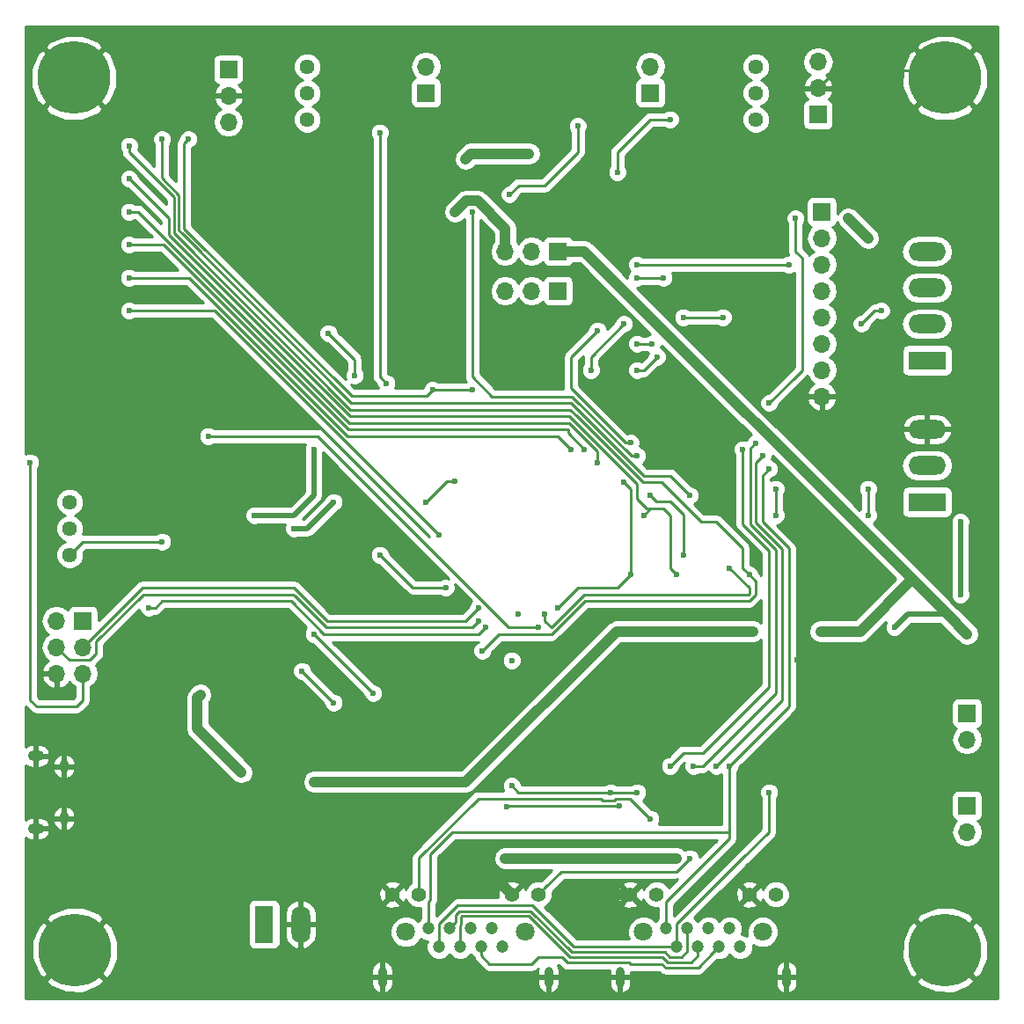
<source format=gbl>
G04 #@! TF.FileFunction,Copper,L2,Bot,Signal*
%FSLAX46Y46*%
G04 Gerber Fmt 4.6, Leading zero omitted, Abs format (unit mm)*
G04 Created by KiCad (PCBNEW 4.0.5) date Thursday, July 20, 2017 'PMt' 06:29:34 PM*
%MOMM*%
%LPD*%
G01*
G04 APERTURE LIST*
%ADD10C,0.050000*%
%ADD11C,1.440000*%
%ADD12R,1.700000X1.700000*%
%ADD13O,1.700000X1.700000*%
%ADD14O,0.950000X1.250000*%
%ADD15O,1.550000X1.000000*%
%ADD16C,7.000000*%
%ADD17C,0.600000*%
%ADD18R,3.600000X1.800000*%
%ADD19O,3.600000X1.800000*%
%ADD20R,1.800000X3.600000*%
%ADD21O,1.800000X3.600000*%
%ADD22C,1.800000*%
%ADD23O,0.800000X2.000000*%
%ADD24C,1.200000*%
%ADD25C,1.400000*%
%ADD26C,0.250000*%
%ADD27C,1.000000*%
%ADD28C,0.500000*%
%ADD29C,0.254000*%
G04 APERTURE END LIST*
D10*
D11*
X93980000Y-104140000D03*
X93980000Y-101600000D03*
X93980000Y-99060000D03*
D12*
X180340000Y-119380000D03*
D13*
X180340000Y-121920000D03*
D12*
X180340000Y-128270000D03*
D13*
X180340000Y-130810000D03*
D12*
X140970000Y-74930000D03*
D13*
X138430000Y-74930000D03*
X135890000Y-74930000D03*
D12*
X140970000Y-78740000D03*
D13*
X138430000Y-78740000D03*
X135890000Y-78740000D03*
D12*
X166370000Y-71120000D03*
D13*
X166370000Y-73660000D03*
X166370000Y-76200000D03*
X166370000Y-78740000D03*
X166370000Y-81280000D03*
X166370000Y-83820000D03*
X166370000Y-86360000D03*
X166370000Y-88900000D03*
D12*
X149860000Y-59690000D03*
D13*
X149860000Y-57150000D03*
D12*
X128270000Y-59690000D03*
D13*
X128270000Y-57150000D03*
D14*
X93425000Y-124500000D03*
X93425000Y-129500000D03*
D15*
X90725000Y-123500000D03*
X90725000Y-130500000D03*
D12*
X95250000Y-110490000D03*
D13*
X92710000Y-110490000D03*
X95250000Y-113030000D03*
X92710000Y-113030000D03*
X95250000Y-115570000D03*
X92710000Y-115570000D03*
D11*
X116840000Y-57150000D03*
X116840000Y-59690000D03*
X116840000Y-62230000D03*
X160020000Y-57150000D03*
X160020000Y-59690000D03*
X160020000Y-62230000D03*
D16*
X178230000Y-58240000D03*
D17*
X180855000Y-58240000D03*
X180086155Y-60096155D03*
X178230000Y-60865000D03*
X176373845Y-60096155D03*
X175605000Y-58240000D03*
X176373845Y-56383845D03*
X178230000Y-55615000D03*
X180086155Y-56383845D03*
D16*
X178230000Y-142160000D03*
D17*
X180855000Y-142160000D03*
X180086155Y-144016155D03*
X178230000Y-144785000D03*
X176373845Y-144016155D03*
X175605000Y-142160000D03*
X176373845Y-140303845D03*
X178230000Y-139535000D03*
X180086155Y-140303845D03*
D16*
X94490000Y-142160000D03*
D17*
X97115000Y-142160000D03*
X96346155Y-144016155D03*
X94490000Y-144785000D03*
X92633845Y-144016155D03*
X91865000Y-142160000D03*
X92633845Y-140303845D03*
X94490000Y-139535000D03*
X96346155Y-140303845D03*
D16*
X94400000Y-58240000D03*
D17*
X97025000Y-58240000D03*
X96256155Y-60096155D03*
X94400000Y-60865000D03*
X92543845Y-60096155D03*
X91775000Y-58240000D03*
X92543845Y-56383845D03*
X94400000Y-55615000D03*
X96256155Y-56383845D03*
D18*
X176500000Y-99060000D03*
D19*
X176500000Y-95560000D03*
X176500000Y-92060000D03*
D20*
X112705000Y-139700000D03*
D21*
X116205000Y-139700000D03*
D18*
X176500000Y-85430000D03*
D19*
X176500000Y-81930000D03*
X176500000Y-78430000D03*
X176500000Y-74930000D03*
D22*
X137820000Y-140430000D03*
X126340000Y-140430000D03*
D23*
X140080000Y-144780000D03*
X124080000Y-144780000D03*
D24*
X128510000Y-140100000D03*
X129530000Y-141880000D03*
X130550000Y-140100000D03*
X131570000Y-141880000D03*
X132590000Y-140100000D03*
X133610000Y-141880000D03*
X134630000Y-140100000D03*
X135650000Y-141880000D03*
D25*
X127610000Y-136830000D03*
X125070000Y-136830000D03*
X136550000Y-136830000D03*
X139090000Y-136830000D03*
D22*
X160690000Y-140430000D03*
X149210000Y-140430000D03*
D23*
X162950000Y-144780000D03*
X146950000Y-144780000D03*
D24*
X151380000Y-140100000D03*
X152400000Y-141880000D03*
X153420000Y-140100000D03*
X154440000Y-141880000D03*
X155460000Y-140100000D03*
X156480000Y-141880000D03*
X157500000Y-140100000D03*
X158520000Y-141880000D03*
D25*
X150480000Y-136830000D03*
X147940000Y-136830000D03*
X159420000Y-136830000D03*
X161960000Y-136830000D03*
D12*
X166000000Y-61790000D03*
D13*
X166000000Y-59250000D03*
X166000000Y-56710000D03*
D12*
X109250000Y-57420000D03*
D13*
X109250000Y-59960000D03*
X109250000Y-62500000D03*
D17*
X137160000Y-109855000D03*
X136525000Y-114300000D03*
X142875000Y-62865000D03*
X136300000Y-69470000D03*
X166250000Y-111500000D03*
X159750000Y-111500000D03*
X117500000Y-126000000D03*
X173355000Y-111125000D03*
X180340000Y-111760000D03*
X148000000Y-115250000D03*
X164000000Y-114250000D03*
X136500000Y-63250000D03*
X133985000Y-132080000D03*
X142240000Y-124460000D03*
X143510000Y-137160000D03*
X157480000Y-100330000D03*
X140335000Y-113665000D03*
X146050000Y-110490000D03*
X126365000Y-109220000D03*
X181610000Y-137795000D03*
X140970000Y-87630000D03*
X121285000Y-99060000D03*
X120650000Y-106045000D03*
X92075000Y-85725000D03*
X98425000Y-125095000D03*
X99060000Y-130175000D03*
X95885000Y-128905000D03*
X182410000Y-106419424D03*
X182410000Y-103879424D03*
X156210000Y-67270000D03*
X121285000Y-67290000D03*
X116205000Y-106045000D03*
X112395000Y-117475000D03*
X113030000Y-114300000D03*
X112395000Y-111125000D03*
X173990000Y-129300000D03*
X146685000Y-87630000D03*
X103505000Y-105410000D03*
X171770000Y-120650000D03*
X118745000Y-130175000D03*
X110490000Y-125095000D03*
X106553000Y-117602000D03*
X131064000Y-71120000D03*
X119380000Y-118364000D03*
X116332000Y-115316000D03*
X121412000Y-86868000D03*
X118872000Y-82804000D03*
X179705000Y-107950000D03*
X179705000Y-100965000D03*
X119380000Y-99060000D03*
X115570000Y-101600000D03*
X168910000Y-71755000D03*
X170815000Y-73660000D03*
X147320000Y-81915000D03*
X144145000Y-86360000D03*
X130175000Y-107315000D03*
X123825000Y-104140000D03*
X128270000Y-99060000D03*
X131064000Y-97028000D03*
X140970000Y-109220000D03*
X147320000Y-97155000D03*
X147955000Y-106045000D03*
X90170000Y-95250000D03*
X139065000Y-111125000D03*
X107315000Y-92710000D03*
X102870000Y-102870000D03*
X161290000Y-95885000D03*
X157480000Y-124460000D03*
X160655000Y-94615000D03*
X156210000Y-124460000D03*
X161290000Y-127000000D03*
X117475000Y-111760000D03*
X123190000Y-117475000D03*
X136525000Y-126365000D03*
X146050000Y-127000000D03*
X160020000Y-93385000D03*
X154020000Y-124460000D03*
X148590000Y-127000000D03*
X136013738Y-128393738D03*
X158750000Y-93980000D03*
X170180000Y-81915000D03*
X172085000Y-80645000D03*
X151765000Y-124460000D03*
X146864999Y-128270000D03*
X135890000Y-133350000D03*
X152400000Y-133350000D03*
X117475000Y-93980000D03*
X111760000Y-100330000D03*
X170815000Y-97790000D03*
X170815000Y-100330000D03*
X148590000Y-77470000D03*
X151130000Y-77470000D03*
X132715000Y-88265000D03*
X128905000Y-88265000D03*
X105410000Y-64135000D03*
X163195000Y-76200000D03*
X148590000Y-76200000D03*
X150495000Y-85090000D03*
X148590000Y-86360000D03*
X148590000Y-83820000D03*
X153035000Y-81280000D03*
X150040000Y-83820000D03*
X156845000Y-81280000D03*
X101600000Y-109220000D03*
X133985000Y-111125000D03*
X133350000Y-109220000D03*
X133350000Y-110490000D03*
X132080000Y-66040000D03*
X138176000Y-65532000D03*
X132715000Y-71120000D03*
X148590000Y-94615000D03*
X144780000Y-82550000D03*
X147955000Y-93345000D03*
X157480000Y-105410000D03*
X139700000Y-109855000D03*
X99695000Y-67945000D03*
X152400000Y-106045000D03*
X149225000Y-100330000D03*
X133691000Y-113371000D03*
X99695000Y-64770000D03*
X159385000Y-106045000D03*
X149860000Y-98425000D03*
X153075000Y-104140000D03*
X102870000Y-64135000D03*
X153670000Y-98425000D03*
X161925000Y-100330000D03*
X161925000Y-97790000D03*
X161290000Y-89535000D03*
X163830000Y-71755000D03*
X151765000Y-62230000D03*
X146685000Y-67310000D03*
X99695000Y-80645000D03*
X129540000Y-102235000D03*
X99695000Y-71120000D03*
X144780000Y-95250000D03*
X99695000Y-74295000D03*
X143510000Y-93980000D03*
X99695000Y-77470000D03*
X142240000Y-93980000D03*
X124460000Y-87630000D03*
X123825000Y-63500000D03*
X153670000Y-133350000D03*
X149860000Y-129540000D03*
D26*
X150985760Y-143510000D02*
X151330781Y-143855021D01*
X151330781Y-143855021D02*
X154504979Y-143855021D01*
X155880001Y-142479999D02*
X156480000Y-141880000D01*
X154504979Y-143855021D02*
X155880001Y-142479999D01*
X147849990Y-143404990D02*
X147955000Y-143510000D01*
X147955000Y-143510000D02*
X150985760Y-143510000D01*
X141388640Y-142875000D02*
X141918630Y-143404990D01*
X141918630Y-143404990D02*
X147849990Y-143404990D01*
X138430000Y-143510000D02*
X139065000Y-142875000D01*
X139065000Y-142875000D02*
X141388640Y-142875000D01*
X134391472Y-143510000D02*
X138430000Y-143510000D01*
X133610000Y-141880000D02*
X133610000Y-142728528D01*
X133610000Y-142728528D02*
X134391472Y-143510000D01*
X142875000Y-62865000D02*
X142875000Y-65405000D01*
X142875000Y-65405000D02*
X139700000Y-68580000D01*
X139700000Y-68580000D02*
X137190000Y-68580000D01*
X137190000Y-68580000D02*
X136300000Y-69470000D01*
D27*
X178435000Y-109855000D02*
X175080000Y-106500000D01*
X175080000Y-106500000D02*
X143510000Y-74930000D01*
X166250000Y-111500000D02*
X170080000Y-111500000D01*
X170080000Y-111500000D02*
X175080000Y-106500000D01*
X117500000Y-126000000D02*
X132094002Y-126000000D01*
X132094002Y-126000000D02*
X146594002Y-111500000D01*
X146594002Y-111500000D02*
X159750000Y-111500000D01*
X143510000Y-74930000D02*
X140970000Y-74930000D01*
X180340000Y-111760000D02*
X178435000Y-109855000D01*
D28*
X173355000Y-111125000D02*
X174625000Y-109855000D01*
X174625000Y-109855000D02*
X178435000Y-109855000D01*
D26*
X178230000Y-58240000D02*
X177554999Y-57564999D01*
X177554999Y-57564999D02*
X167685001Y-57564999D01*
X167685001Y-57564999D02*
X166849999Y-58400001D01*
X166849999Y-58400001D02*
X166000000Y-59250000D01*
X148000000Y-115250000D02*
X148000000Y-115674264D01*
D28*
X178230000Y-59424002D02*
X178230000Y-58240000D01*
D27*
X133985000Y-134265000D02*
X133985000Y-132080000D01*
X136550000Y-136830000D02*
X133985000Y-134265000D01*
X147940000Y-136830000D02*
X143840000Y-136830000D01*
X143840000Y-136830000D02*
X143510000Y-137160000D01*
D28*
X177165000Y-60239002D02*
X177165000Y-59055000D01*
D27*
X106253001Y-120858001D02*
X110490000Y-125095000D01*
X106553000Y-117602000D02*
X106253001Y-117901999D01*
X106253001Y-117901999D02*
X106253001Y-120858001D01*
X132114001Y-70069999D02*
X131064000Y-71120000D01*
X133219001Y-70069999D02*
X132114001Y-70069999D01*
X135890000Y-74930000D02*
X135890000Y-72740998D01*
X135890000Y-72740998D02*
X133219001Y-70069999D01*
D26*
X116332000Y-115316000D02*
X119380000Y-118364000D01*
X118872000Y-82804000D02*
X121412000Y-85344000D01*
X121412000Y-85344000D02*
X121412000Y-86868000D01*
D28*
X179705000Y-100965000D02*
X179705000Y-107950000D01*
X115570000Y-101600000D02*
X116840000Y-101600000D01*
X116840000Y-101600000D02*
X119380000Y-99060000D01*
D27*
X170815000Y-73660000D02*
X168910000Y-71755000D01*
D26*
X144145000Y-86360000D02*
X144145000Y-85090000D01*
X144145000Y-85090000D02*
X147320000Y-81915000D01*
X127000000Y-107315000D02*
X130175000Y-107315000D01*
X125889010Y-106204010D02*
X127000000Y-107315000D01*
X125889010Y-106204010D02*
X123825000Y-104140000D01*
X131064000Y-97028000D02*
X130302000Y-97028000D01*
X130302000Y-97028000D02*
X129540000Y-97790000D01*
X129540000Y-97790000D02*
X128270000Y-99060000D01*
X142875000Y-107315000D02*
X146685000Y-107315000D01*
X146685000Y-107315000D02*
X147955000Y-106045000D01*
X140970000Y-109220000D02*
X142875000Y-107315000D01*
X147955000Y-97790000D02*
X147955000Y-106045000D01*
X147320000Y-97155000D02*
X147955000Y-97790000D01*
X90170000Y-118110000D02*
X90170000Y-95250000D01*
X90805000Y-118745000D02*
X90170000Y-118110000D01*
X94071998Y-118745000D02*
X90805000Y-118745000D01*
X94615000Y-118745000D02*
X94071998Y-118745000D01*
X95250000Y-118110000D02*
X94615000Y-118745000D01*
X95250000Y-115570000D02*
X95250000Y-118110000D01*
X107315000Y-92710000D02*
X117839002Y-92710000D01*
X117839002Y-92710000D02*
X136254002Y-111125000D01*
X136254002Y-111125000D02*
X139065000Y-111125000D01*
X102870000Y-102870000D02*
X95250000Y-102870000D01*
X95250000Y-102870000D02*
X93980000Y-104140000D01*
X160655000Y-96520000D02*
X161290000Y-95885000D01*
X160655000Y-100965000D02*
X160655000Y-96520000D01*
X161249999Y-101559999D02*
X160655000Y-100965000D01*
X163195000Y-103505000D02*
X161249999Y-101559999D01*
X163195000Y-118745000D02*
X163195000Y-103505000D01*
X162560000Y-119380000D02*
X163195000Y-118745000D01*
X160020000Y-121920000D02*
X162560000Y-119380000D01*
X157480000Y-124460000D02*
X160020000Y-121920000D01*
X157480000Y-131421002D02*
X157480000Y-130810000D01*
X157480000Y-130810000D02*
X157480000Y-124460000D01*
X128685001Y-132934999D02*
X130810000Y-130810000D01*
X130810000Y-130810000D02*
X157480000Y-130810000D01*
X128685001Y-137346001D02*
X128685001Y-132934999D01*
X128510000Y-140100000D02*
X128510000Y-137521002D01*
X128510000Y-137521002D02*
X128685001Y-137346001D01*
X151380000Y-140100000D02*
X151380000Y-137521002D01*
X151380000Y-137521002D02*
X157480000Y-131421002D01*
X142515000Y-141880000D02*
X138540001Y-137905001D01*
X138540001Y-137905001D02*
X131301997Y-137905001D01*
X131301997Y-137905001D02*
X129530000Y-139676998D01*
X129530000Y-139676998D02*
X129530000Y-141031472D01*
X129530000Y-141031472D02*
X129530000Y-141880000D01*
X152400000Y-141880000D02*
X142515000Y-141880000D01*
X160655000Y-94615000D02*
X160020000Y-95250000D01*
X160020000Y-95250000D02*
X160020000Y-101037120D01*
X160020000Y-101037120D02*
X162560000Y-103577120D01*
X162560000Y-118110000D02*
X156210000Y-124460000D01*
X162560000Y-103577120D02*
X162560000Y-118110000D01*
X152400000Y-139676998D02*
X158750000Y-133326998D01*
X158773002Y-133326998D02*
X161290000Y-130810000D01*
X161290000Y-130810000D02*
X161290000Y-127000000D01*
X158750000Y-133326998D02*
X158773002Y-133326998D01*
X152400000Y-141880000D02*
X152400000Y-139676998D01*
X130550000Y-140100000D02*
X131149999Y-139500001D01*
X131149999Y-139500001D02*
X131149999Y-138764119D01*
X131484118Y-138430000D02*
X138357880Y-138430000D01*
X151270010Y-142380010D02*
X151745001Y-142855001D01*
X152868001Y-142855001D02*
X153420000Y-142303002D01*
X131149999Y-138764119D02*
X131484118Y-138430000D01*
X138357880Y-138430000D02*
X142307890Y-142380010D01*
X142307890Y-142380010D02*
X151270010Y-142380010D01*
X151745001Y-142855001D02*
X152868001Y-142855001D01*
X153420000Y-142303002D02*
X153420000Y-140100000D01*
X123190000Y-117475000D02*
X117475000Y-111760000D01*
X154440000Y-141880000D02*
X154440000Y-142728528D01*
X154440000Y-142728528D02*
X153813517Y-143355011D01*
X131570000Y-139787120D02*
X131570000Y-141031472D01*
X153813517Y-143355011D02*
X151537891Y-143355011D01*
X131650009Y-139707111D02*
X131570000Y-139787120D01*
X151537891Y-143355011D02*
X151062900Y-142880020D01*
X151062900Y-142880020D02*
X142100780Y-142880020D01*
X131691228Y-138930010D02*
X131650009Y-138971229D01*
X142100780Y-142880020D02*
X138150770Y-138930010D01*
X138150770Y-138930010D02*
X131691228Y-138930010D01*
X131650009Y-138971229D02*
X131650009Y-139707111D01*
X131570000Y-141031472D02*
X131570000Y-141880000D01*
X146050000Y-127000000D02*
X137160000Y-127000000D01*
X137160000Y-127000000D02*
X136525000Y-126365000D01*
X146685000Y-127000000D02*
X148590000Y-127000000D01*
X146050000Y-127000000D02*
X146685000Y-127000000D01*
X161925000Y-103649240D02*
X159519990Y-101244230D01*
X159519990Y-101244230D02*
X159519990Y-93885010D01*
X159519990Y-93885010D02*
X160020000Y-93385000D01*
X161925000Y-117475000D02*
X161925000Y-103649240D01*
X154940000Y-124460000D02*
X161925000Y-117475000D01*
X154020000Y-124460000D02*
X154940000Y-124460000D01*
X146864999Y-128270000D02*
X136137476Y-128270000D01*
X136137476Y-128270000D02*
X136013738Y-128393738D01*
X158750000Y-93980000D02*
X158750000Y-101181360D01*
X158750000Y-101181360D02*
X161290000Y-103721360D01*
X161290000Y-103721360D02*
X161290000Y-116840000D01*
X161290000Y-116840000D02*
X154940000Y-123190000D01*
X154940000Y-123190000D02*
X153035000Y-123190000D01*
X153035000Y-123190000D02*
X151765000Y-124460000D01*
X172085000Y-80645000D02*
X171450000Y-80645000D01*
X171450000Y-80645000D02*
X170180000Y-81915000D01*
D27*
X144780000Y-133350000D02*
X135890000Y-133350000D01*
X144780000Y-133350000D02*
X152400000Y-133350000D01*
D28*
X117475000Y-98425000D02*
X117475000Y-93980000D01*
X115570000Y-100330000D02*
X117475000Y-98425000D01*
X111760000Y-100330000D02*
X115570000Y-100330000D01*
D26*
X170815000Y-100330000D02*
X170815000Y-97790000D01*
X151130000Y-77470000D02*
X148590000Y-77470000D01*
X132715000Y-88265000D02*
X128905000Y-88265000D01*
X128270000Y-88860000D02*
X128310000Y-88860000D01*
X128310000Y-88860000D02*
X128905000Y-88265000D01*
X105005030Y-72750190D02*
X121114840Y-88860000D01*
X121114840Y-88860000D02*
X128270000Y-88860000D01*
X105410000Y-64135000D02*
X105005030Y-64539970D01*
X105005030Y-64539970D02*
X105005030Y-72750190D01*
X151130000Y-76200000D02*
X163195000Y-76200000D01*
X148590000Y-76200000D02*
X151130000Y-76200000D01*
X148590000Y-86360000D02*
X149225000Y-86360000D01*
X149225000Y-86360000D02*
X150495000Y-85090000D01*
X150040000Y-83820000D02*
X148590000Y-83820000D01*
X156845000Y-81280000D02*
X153035000Y-81280000D01*
X101600000Y-109220000D02*
X102235000Y-109220000D01*
X102235000Y-109220000D02*
X102870000Y-108585000D01*
X102870000Y-108585000D02*
X115299002Y-108585000D01*
X115299002Y-108585000D02*
X118474002Y-111760000D01*
X118474002Y-111760000D02*
X133350000Y-111760000D01*
X133350000Y-111760000D02*
X133985000Y-111125000D01*
X115570000Y-107315000D02*
X100965000Y-107315000D01*
X100965000Y-107315000D02*
X95250000Y-113030000D01*
X118745000Y-110490000D02*
X115570000Y-107315000D01*
X132080000Y-110490000D02*
X118745000Y-110490000D01*
X133350000Y-109220000D02*
X132080000Y-110490000D01*
X118672879Y-111125000D02*
X132715000Y-111125000D01*
X132715000Y-111125000D02*
X133350000Y-110490000D01*
X115632689Y-108084810D02*
X118672879Y-111125000D01*
X109855000Y-107950000D02*
X115497880Y-107950000D01*
X115497880Y-107950000D02*
X115632689Y-108084810D01*
X106680000Y-107950000D02*
X109855000Y-107950000D01*
X107315000Y-107950000D02*
X106680000Y-107950000D01*
X101037120Y-107950000D02*
X107315000Y-107950000D01*
X96520000Y-112467120D02*
X101037120Y-107950000D01*
X92710000Y-113030000D02*
X93935001Y-114255001D01*
X93935001Y-114255001D02*
X95929999Y-114255001D01*
X95929999Y-114255001D02*
X96520000Y-113665000D01*
X96520000Y-113665000D02*
X96520000Y-112467120D01*
D27*
X138176000Y-65532000D02*
X132588000Y-65532000D01*
X132588000Y-65532000D02*
X132080000Y-66040000D01*
D26*
X142312120Y-88900000D02*
X134620000Y-88900000D01*
X134620000Y-88900000D02*
X132715000Y-86995000D01*
X132715000Y-86995000D02*
X132715000Y-71120000D01*
X142312120Y-88900000D02*
X148027120Y-94615000D01*
X148027120Y-94615000D02*
X148590000Y-94615000D01*
X144780000Y-82550000D02*
X142240000Y-85090000D01*
X142240000Y-85090000D02*
X142240000Y-88120760D01*
X142240000Y-88120760D02*
X147464240Y-93345000D01*
X147464240Y-93345000D02*
X147955000Y-93345000D01*
X159385000Y-107315000D02*
X157480000Y-105410000D01*
X159385000Y-107877880D02*
X159385000Y-107315000D01*
X159312880Y-107950000D02*
X159385000Y-107877880D01*
X140335000Y-111125000D02*
X143510000Y-107950000D01*
X143510000Y-107950000D02*
X159312880Y-107950000D01*
X139700000Y-110490000D02*
X140335000Y-111125000D01*
X139700000Y-109855000D02*
X139700000Y-110490000D01*
X99695000Y-67945000D02*
X103505002Y-71755002D01*
X103505002Y-71755002D02*
X103505002Y-73371518D01*
X103505002Y-73371518D02*
X103505000Y-73371520D01*
X149860000Y-99695000D02*
X149535998Y-99695000D01*
X142095760Y-90805000D02*
X120938480Y-90805000D01*
X149535998Y-99695000D02*
X148590000Y-98749002D01*
X148590000Y-98749002D02*
X148590000Y-97299240D01*
X148590000Y-97299240D02*
X142095760Y-90805000D01*
X120938480Y-90805000D02*
X103505000Y-73371520D01*
X149860000Y-99695000D02*
X151130000Y-99695000D01*
X151765000Y-100330000D02*
X151130000Y-99695000D01*
X151765000Y-105410000D02*
X151765000Y-100330000D01*
X152400000Y-106045000D02*
X151765000Y-105410000D01*
X149225000Y-100330000D02*
X149860000Y-99695000D01*
X133691000Y-113371000D02*
X134620000Y-112442000D01*
X99695000Y-64770000D02*
X99695000Y-65405000D01*
X99695000Y-65405000D02*
X104005010Y-69715010D01*
X104005010Y-69715010D02*
X104005010Y-73164410D01*
X134620000Y-112442000D02*
X134667000Y-112395000D01*
X135930001Y-111800001D02*
X135890000Y-111760000D01*
X135890000Y-111760000D02*
X135302000Y-111760000D01*
X159385000Y-106045000D02*
X160020000Y-106680000D01*
X160020000Y-106680000D02*
X160020000Y-107950000D01*
X160020000Y-107950000D02*
X159385000Y-108585000D01*
X159385000Y-108585000D02*
X143582120Y-108585000D01*
X143582120Y-108585000D02*
X140367119Y-111800001D01*
X140367119Y-111800001D02*
X135930001Y-111800001D01*
X135302000Y-111760000D02*
X134620000Y-112442000D01*
X159385000Y-106045000D02*
X158750000Y-105410000D01*
X158750000Y-105410000D02*
X158750000Y-103505000D01*
X158750000Y-103505000D02*
X156210000Y-100965000D01*
X156210000Y-100965000D02*
X154729264Y-100965000D01*
X154729264Y-100965000D02*
X150919264Y-97155000D01*
X150919264Y-97155000D02*
X149152880Y-97155000D01*
X149152880Y-97155000D02*
X142802880Y-90805000D01*
X142802880Y-90805000D02*
X142167880Y-90170000D01*
X142167880Y-90170000D02*
X121010600Y-90170000D01*
X121010600Y-90170000D02*
X104005010Y-73164410D01*
X142730760Y-90732880D02*
X142802880Y-90805000D01*
X151797120Y-99020000D02*
X150455000Y-99020000D01*
X150455000Y-99020000D02*
X149860000Y-98425000D01*
X153035000Y-100257880D02*
X153035000Y-104100000D01*
X153035000Y-104100000D02*
X153075000Y-104140000D01*
X151797120Y-99020000D02*
X153035000Y-100257880D01*
X104505020Y-69507900D02*
X102870000Y-67872880D01*
X102870000Y-67872880D02*
X102870000Y-64135000D01*
X104505020Y-72957300D02*
X104505020Y-69507900D01*
X104775000Y-73227280D02*
X104505020Y-72957300D01*
X104775000Y-73227280D02*
X121082720Y-89535000D01*
X121082720Y-89535000D02*
X142240000Y-89535000D01*
X142240000Y-89535000D02*
X149225000Y-96520000D01*
X149225000Y-96520000D02*
X151765000Y-96520000D01*
X151765000Y-96520000D02*
X153670000Y-98425000D01*
X161925000Y-100330000D02*
X161925000Y-99735000D01*
X161925000Y-99735000D02*
X161925000Y-97790000D01*
X164465000Y-75565000D02*
X164465000Y-86360000D01*
X164465000Y-86360000D02*
X163870001Y-86954999D01*
X163870001Y-86954999D02*
X161290000Y-89535000D01*
X163830000Y-74930000D02*
X164465000Y-75565000D01*
X163830000Y-71755000D02*
X163830000Y-74930000D01*
X146685000Y-65405000D02*
X149860000Y-62230000D01*
X149860000Y-62230000D02*
X151765000Y-62230000D01*
X146685000Y-67310000D02*
X146685000Y-65405000D01*
X99695000Y-80645000D02*
X107950000Y-80645000D01*
X116840000Y-89535000D02*
X129540000Y-102235000D01*
X107950000Y-80645000D02*
X116840000Y-89535000D01*
X99695000Y-71120000D02*
X100546360Y-71120000D01*
X100546360Y-71120000D02*
X120866360Y-91440000D01*
X125730000Y-91440000D02*
X142023640Y-91440000D01*
X142023640Y-91440000D02*
X144780000Y-94196360D01*
X144780000Y-94196360D02*
X144780000Y-95250000D01*
X125730000Y-91440000D02*
X120866360Y-91440000D01*
X124460000Y-91440000D02*
X125730000Y-91440000D01*
X99695000Y-74295000D02*
X103014240Y-74295000D01*
X103014240Y-74295000D02*
X120794240Y-92075000D01*
X141951520Y-92075000D02*
X141951520Y-92421520D01*
X141951520Y-92421520D02*
X143510000Y-93980000D01*
X124387880Y-92075000D02*
X141951520Y-92075000D01*
X124387880Y-92075000D02*
X120794240Y-92075000D01*
X124387880Y-92075000D02*
X123825000Y-92075000D01*
X99695000Y-77470000D02*
X105482120Y-77470000D01*
X105482120Y-77470000D02*
X120722120Y-92710000D01*
X120722120Y-92710000D02*
X140970000Y-92710000D01*
X140970000Y-92710000D02*
X142240000Y-93980000D01*
X123825000Y-86995000D02*
X124460000Y-87630000D01*
X123825000Y-86995000D02*
X123905000Y-86995000D01*
X123825000Y-63500000D02*
X123825000Y-86995000D01*
X153670000Y-133350000D02*
X152400000Y-134620000D01*
X152400000Y-134620000D02*
X141300000Y-134620000D01*
X141300000Y-134620000D02*
X139789999Y-136130001D01*
X139789999Y-136130001D02*
X139090000Y-136830000D01*
X127610000Y-136830000D02*
X127610000Y-133302880D01*
X127610000Y-133302880D02*
X133317881Y-127594999D01*
X133317881Y-127594999D02*
X145104001Y-127594999D01*
X147914999Y-127594999D02*
X149860000Y-129540000D01*
X145104001Y-127594999D02*
X145278992Y-127769990D01*
X145278992Y-127769990D02*
X146366007Y-127769990D01*
X146366007Y-127769990D02*
X146540998Y-127594999D01*
X146540998Y-127594999D02*
X147914999Y-127594999D01*
D29*
G36*
X183330000Y-146830000D02*
X89750000Y-146830000D01*
X89750000Y-142944666D01*
X90347654Y-142944666D01*
X90963250Y-144470145D01*
X91006076Y-144534238D01*
X91532688Y-144937707D01*
X91882976Y-144587419D01*
X92062424Y-144767181D01*
X91712293Y-145117312D01*
X92115762Y-145643924D01*
X93629730Y-146287307D01*
X95274666Y-146302346D01*
X96800145Y-145686750D01*
X96864238Y-145643924D01*
X97267707Y-145117312D01*
X96917419Y-144767024D01*
X97097181Y-144587576D01*
X97447312Y-144937707D01*
X97487391Y-144907000D01*
X123045000Y-144907000D01*
X123045000Y-145507000D01*
X123172385Y-145893410D01*
X123437947Y-146201658D01*
X123793877Y-146374666D01*
X123953000Y-146246998D01*
X123953000Y-144907000D01*
X124207000Y-144907000D01*
X124207000Y-146246998D01*
X124366123Y-146374666D01*
X124722053Y-146201658D01*
X124987615Y-145893410D01*
X125115000Y-145507000D01*
X125115000Y-144907000D01*
X139045000Y-144907000D01*
X139045000Y-145507000D01*
X139172385Y-145893410D01*
X139437947Y-146201658D01*
X139793877Y-146374666D01*
X139953000Y-146246998D01*
X139953000Y-144907000D01*
X140207000Y-144907000D01*
X140207000Y-146246998D01*
X140366123Y-146374666D01*
X140722053Y-146201658D01*
X140987615Y-145893410D01*
X141115000Y-145507000D01*
X141115000Y-144907000D01*
X145915000Y-144907000D01*
X145915000Y-145507000D01*
X146042385Y-145893410D01*
X146307947Y-146201658D01*
X146663877Y-146374666D01*
X146823000Y-146246998D01*
X146823000Y-144907000D01*
X147077000Y-144907000D01*
X147077000Y-146246998D01*
X147236123Y-146374666D01*
X147592053Y-146201658D01*
X147857615Y-145893410D01*
X147985000Y-145507000D01*
X147985000Y-144907000D01*
X161915000Y-144907000D01*
X161915000Y-145507000D01*
X162042385Y-145893410D01*
X162307947Y-146201658D01*
X162663877Y-146374666D01*
X162823000Y-146246998D01*
X162823000Y-144907000D01*
X163077000Y-144907000D01*
X163077000Y-146246998D01*
X163236123Y-146374666D01*
X163592053Y-146201658D01*
X163857615Y-145893410D01*
X163985000Y-145507000D01*
X163985000Y-144907000D01*
X163077000Y-144907000D01*
X162823000Y-144907000D01*
X161915000Y-144907000D01*
X147985000Y-144907000D01*
X147077000Y-144907000D01*
X146823000Y-144907000D01*
X145915000Y-144907000D01*
X141115000Y-144907000D01*
X140207000Y-144907000D01*
X139953000Y-144907000D01*
X139045000Y-144907000D01*
X125115000Y-144907000D01*
X124207000Y-144907000D01*
X123953000Y-144907000D01*
X123045000Y-144907000D01*
X97487391Y-144907000D01*
X97973924Y-144534238D01*
X98178433Y-144053000D01*
X123045000Y-144053000D01*
X123045000Y-144653000D01*
X123953000Y-144653000D01*
X123953000Y-143313002D01*
X124207000Y-143313002D01*
X124207000Y-144653000D01*
X125115000Y-144653000D01*
X125115000Y-144053000D01*
X124987615Y-143666590D01*
X124722053Y-143358342D01*
X124366123Y-143185334D01*
X124207000Y-143313002D01*
X123953000Y-143313002D01*
X123793877Y-143185334D01*
X123437947Y-143358342D01*
X123172385Y-143666590D01*
X123045000Y-144053000D01*
X98178433Y-144053000D01*
X98617307Y-143020270D01*
X98632346Y-141375334D01*
X98016750Y-139849855D01*
X97973924Y-139785762D01*
X97447312Y-139382293D01*
X97097024Y-139732581D01*
X96917576Y-139552819D01*
X97267707Y-139202688D01*
X96864238Y-138676076D01*
X95350270Y-138032693D01*
X93705334Y-138017654D01*
X92179855Y-138633250D01*
X92115762Y-138676076D01*
X91712293Y-139202688D01*
X92062581Y-139552976D01*
X91882819Y-139732424D01*
X91532688Y-139382293D01*
X91006076Y-139785762D01*
X90362693Y-141299730D01*
X90347654Y-142944666D01*
X89750000Y-142944666D01*
X89750000Y-137900000D01*
X111157560Y-137900000D01*
X111157560Y-141500000D01*
X111201838Y-141735317D01*
X111340910Y-141951441D01*
X111553110Y-142096431D01*
X111805000Y-142147440D01*
X113605000Y-142147440D01*
X113840317Y-142103162D01*
X114056441Y-141964090D01*
X114201431Y-141751890D01*
X114252440Y-141500000D01*
X114252440Y-139827000D01*
X114670000Y-139827000D01*
X114670000Y-140727000D01*
X114835446Y-141304752D01*
X115209394Y-141775212D01*
X115734914Y-142066756D01*
X115840260Y-142091036D01*
X116078000Y-141970378D01*
X116078000Y-139827000D01*
X116332000Y-139827000D01*
X116332000Y-141970378D01*
X116569740Y-142091036D01*
X116675086Y-142066756D01*
X117200606Y-141775212D01*
X117574554Y-141304752D01*
X117740000Y-140727000D01*
X117740000Y-139827000D01*
X116332000Y-139827000D01*
X116078000Y-139827000D01*
X114670000Y-139827000D01*
X114252440Y-139827000D01*
X114252440Y-138673000D01*
X114670000Y-138673000D01*
X114670000Y-139573000D01*
X116078000Y-139573000D01*
X116078000Y-137429622D01*
X116332000Y-137429622D01*
X116332000Y-139573000D01*
X117740000Y-139573000D01*
X117740000Y-138673000D01*
X117574554Y-138095248D01*
X117312273Y-137765275D01*
X124314331Y-137765275D01*
X124376169Y-138001042D01*
X124877122Y-138177419D01*
X125407440Y-138148664D01*
X125763831Y-138001042D01*
X125825669Y-137765275D01*
X125070000Y-137009605D01*
X124314331Y-137765275D01*
X117312273Y-137765275D01*
X117200606Y-137624788D01*
X116675086Y-137333244D01*
X116569740Y-137308964D01*
X116332000Y-137429622D01*
X116078000Y-137429622D01*
X115840260Y-137308964D01*
X115734914Y-137333244D01*
X115209394Y-137624788D01*
X114835446Y-138095248D01*
X114670000Y-138673000D01*
X114252440Y-138673000D01*
X114252440Y-137900000D01*
X114208162Y-137664683D01*
X114069090Y-137448559D01*
X113856890Y-137303569D01*
X113605000Y-137252560D01*
X111805000Y-137252560D01*
X111569683Y-137296838D01*
X111353559Y-137435910D01*
X111208569Y-137648110D01*
X111157560Y-137900000D01*
X89750000Y-137900000D01*
X89750000Y-136637122D01*
X123722581Y-136637122D01*
X123751336Y-137167440D01*
X123898958Y-137523831D01*
X124134725Y-137585669D01*
X124890395Y-136830000D01*
X124134725Y-136074331D01*
X123898958Y-136136169D01*
X123722581Y-136637122D01*
X89750000Y-136637122D01*
X89750000Y-135894725D01*
X124314331Y-135894725D01*
X125070000Y-136650395D01*
X125825669Y-135894725D01*
X125763831Y-135658958D01*
X125262878Y-135482581D01*
X124732560Y-135511336D01*
X124376169Y-135658958D01*
X124314331Y-135894725D01*
X89750000Y-135894725D01*
X89750000Y-131374950D01*
X89898322Y-131500002D01*
X90323000Y-131635000D01*
X90598000Y-131635000D01*
X90598000Y-130627000D01*
X90852000Y-130627000D01*
X90852000Y-131635000D01*
X91127000Y-131635000D01*
X91551678Y-131500002D01*
X91892368Y-131212763D01*
X92094119Y-130801874D01*
X91967954Y-130627000D01*
X90852000Y-130627000D01*
X90598000Y-130627000D01*
X90578000Y-130627000D01*
X90578000Y-130373000D01*
X90598000Y-130373000D01*
X90598000Y-129365000D01*
X90852000Y-129365000D01*
X90852000Y-130373000D01*
X91967954Y-130373000D01*
X92094119Y-130198126D01*
X91899191Y-129801131D01*
X92323771Y-129801131D01*
X92465432Y-130211049D01*
X92753179Y-130535552D01*
X93127062Y-130719268D01*
X93298000Y-130592734D01*
X93298000Y-129627000D01*
X93552000Y-129627000D01*
X93552000Y-130592734D01*
X93722938Y-130719268D01*
X94096821Y-130535552D01*
X94384568Y-130211049D01*
X94526229Y-129801131D01*
X94377563Y-129627000D01*
X93552000Y-129627000D01*
X93298000Y-129627000D01*
X92472437Y-129627000D01*
X92323771Y-129801131D01*
X91899191Y-129801131D01*
X91892368Y-129787237D01*
X91551678Y-129499998D01*
X91127000Y-129365000D01*
X90852000Y-129365000D01*
X90598000Y-129365000D01*
X90323000Y-129365000D01*
X89898322Y-129499998D01*
X89750000Y-129625050D01*
X89750000Y-129198869D01*
X92323771Y-129198869D01*
X92472437Y-129373000D01*
X93298000Y-129373000D01*
X93298000Y-128407266D01*
X93552000Y-128407266D01*
X93552000Y-129373000D01*
X94377563Y-129373000D01*
X94526229Y-129198869D01*
X94384568Y-128788951D01*
X94096821Y-128464448D01*
X93722938Y-128280732D01*
X93552000Y-128407266D01*
X93298000Y-128407266D01*
X93127062Y-128280732D01*
X92753179Y-128464448D01*
X92465432Y-128788951D01*
X92323771Y-129198869D01*
X89750000Y-129198869D01*
X89750000Y-124801131D01*
X92323771Y-124801131D01*
X92465432Y-125211049D01*
X92753179Y-125535552D01*
X93127062Y-125719268D01*
X93298000Y-125592734D01*
X93298000Y-124627000D01*
X93552000Y-124627000D01*
X93552000Y-125592734D01*
X93722938Y-125719268D01*
X94096821Y-125535552D01*
X94384568Y-125211049D01*
X94526229Y-124801131D01*
X94377563Y-124627000D01*
X93552000Y-124627000D01*
X93298000Y-124627000D01*
X92472437Y-124627000D01*
X92323771Y-124801131D01*
X89750000Y-124801131D01*
X89750000Y-124374950D01*
X89898322Y-124500002D01*
X90323000Y-124635000D01*
X90598000Y-124635000D01*
X90598000Y-123627000D01*
X90852000Y-123627000D01*
X90852000Y-124635000D01*
X91127000Y-124635000D01*
X91551678Y-124500002D01*
X91892368Y-124212763D01*
X91899190Y-124198869D01*
X92323771Y-124198869D01*
X92472437Y-124373000D01*
X93298000Y-124373000D01*
X93298000Y-123407266D01*
X93552000Y-123407266D01*
X93552000Y-124373000D01*
X94377563Y-124373000D01*
X94526229Y-124198869D01*
X94384568Y-123788951D01*
X94096821Y-123464448D01*
X93722938Y-123280732D01*
X93552000Y-123407266D01*
X93298000Y-123407266D01*
X93127062Y-123280732D01*
X92753179Y-123464448D01*
X92465432Y-123788951D01*
X92323771Y-124198869D01*
X91899190Y-124198869D01*
X92094119Y-123801874D01*
X91967954Y-123627000D01*
X90852000Y-123627000D01*
X90598000Y-123627000D01*
X90578000Y-123627000D01*
X90578000Y-123373000D01*
X90598000Y-123373000D01*
X90598000Y-122365000D01*
X90852000Y-122365000D01*
X90852000Y-123373000D01*
X91967954Y-123373000D01*
X92094119Y-123198126D01*
X91892368Y-122787237D01*
X91551678Y-122499998D01*
X91127000Y-122365000D01*
X90852000Y-122365000D01*
X90598000Y-122365000D01*
X90323000Y-122365000D01*
X89898322Y-122499998D01*
X89750000Y-122625050D01*
X89750000Y-118764802D01*
X90267599Y-119282401D01*
X90514161Y-119447148D01*
X90805000Y-119505000D01*
X94615000Y-119505000D01*
X94905839Y-119447148D01*
X95152401Y-119282401D01*
X95787401Y-118647401D01*
X95952148Y-118400839D01*
X96010000Y-118110000D01*
X96010000Y-117901999D01*
X105118001Y-117901999D01*
X105118001Y-120858001D01*
X105204398Y-121292347D01*
X105264703Y-121382599D01*
X105450435Y-121660567D01*
X109687433Y-125897566D01*
X110055654Y-126143603D01*
X110490000Y-126229999D01*
X110924345Y-126143603D01*
X111292566Y-125897566D01*
X111538603Y-125529345D01*
X111624999Y-125095000D01*
X111538603Y-124660654D01*
X111292566Y-124292433D01*
X107388001Y-120387869D01*
X107388001Y-118356024D01*
X107601604Y-118036345D01*
X107688000Y-117602000D01*
X107601604Y-117167654D01*
X107355566Y-116799434D01*
X106987346Y-116553396D01*
X106553000Y-116467000D01*
X106118655Y-116553396D01*
X105750434Y-116799434D01*
X105450435Y-117099433D01*
X105204398Y-117467653D01*
X105118001Y-117901999D01*
X96010000Y-117901999D01*
X96010000Y-116833301D01*
X96329147Y-116620054D01*
X96651054Y-116138285D01*
X96764093Y-115570000D01*
X96750402Y-115501167D01*
X115396838Y-115501167D01*
X115538883Y-115844943D01*
X115801673Y-116108192D01*
X116145201Y-116250838D01*
X116192077Y-116250879D01*
X118444878Y-118503680D01*
X118444838Y-118549167D01*
X118586883Y-118892943D01*
X118849673Y-119156192D01*
X119193201Y-119298838D01*
X119565167Y-119299162D01*
X119908943Y-119157117D01*
X120172192Y-118894327D01*
X120314838Y-118550799D01*
X120315162Y-118178833D01*
X120173117Y-117835057D01*
X119910327Y-117571808D01*
X119566799Y-117429162D01*
X119519923Y-117429121D01*
X117267122Y-115176320D01*
X117267162Y-115130833D01*
X117125117Y-114787057D01*
X116862327Y-114523808D01*
X116518799Y-114381162D01*
X116146833Y-114380838D01*
X115803057Y-114522883D01*
X115539808Y-114785673D01*
X115397162Y-115129201D01*
X115396838Y-115501167D01*
X96750402Y-115501167D01*
X96651054Y-115001715D01*
X96493654Y-114766148D01*
X97057401Y-114202401D01*
X97222148Y-113955840D01*
X97232991Y-113901327D01*
X97280000Y-113665000D01*
X97280000Y-112781922D01*
X100664845Y-109397077D01*
X100664838Y-109405167D01*
X100806883Y-109748943D01*
X101069673Y-110012192D01*
X101413201Y-110154838D01*
X101785167Y-110155162D01*
X102128943Y-110013117D01*
X102162118Y-109980000D01*
X102235000Y-109980000D01*
X102525839Y-109922148D01*
X102772401Y-109757401D01*
X103184802Y-109345000D01*
X114984200Y-109345000D01*
X116775922Y-111136722D01*
X116682808Y-111229673D01*
X116540162Y-111573201D01*
X116539838Y-111945167D01*
X116681883Y-112288943D01*
X116944673Y-112552192D01*
X117288201Y-112694838D01*
X117335077Y-112694879D01*
X122254878Y-117614681D01*
X122254838Y-117660167D01*
X122396883Y-118003943D01*
X122659673Y-118267192D01*
X123003201Y-118409838D01*
X123375167Y-118410162D01*
X123718943Y-118268117D01*
X123982192Y-118005327D01*
X124124838Y-117661799D01*
X124125162Y-117289833D01*
X123983117Y-116946057D01*
X123720327Y-116682808D01*
X123376799Y-116540162D01*
X123329924Y-116540121D01*
X121274970Y-114485167D01*
X135589838Y-114485167D01*
X135731883Y-114828943D01*
X135994673Y-115092192D01*
X136338201Y-115234838D01*
X136710167Y-115235162D01*
X137053943Y-115093117D01*
X137317192Y-114830327D01*
X137459838Y-114486799D01*
X137460162Y-114114833D01*
X137318117Y-113771057D01*
X137055327Y-113507808D01*
X136711799Y-113365162D01*
X136339833Y-113364838D01*
X135996057Y-113506883D01*
X135732808Y-113769673D01*
X135590162Y-114113201D01*
X135589838Y-114485167D01*
X121274970Y-114485167D01*
X119309802Y-112520000D01*
X133302145Y-112520000D01*
X133162057Y-112577883D01*
X132898808Y-112840673D01*
X132756162Y-113184201D01*
X132755838Y-113556167D01*
X132897883Y-113899943D01*
X133160673Y-114163192D01*
X133504201Y-114305838D01*
X133876167Y-114306162D01*
X134219943Y-114164117D01*
X134483192Y-113901327D01*
X134625838Y-113557799D01*
X134625879Y-113510923D01*
X135616802Y-112520000D01*
X135728904Y-112520000D01*
X135930001Y-112560001D01*
X140367119Y-112560001D01*
X140657958Y-112502149D01*
X140904520Y-112337402D01*
X143896922Y-109345000D01*
X159385000Y-109345000D01*
X159675839Y-109287148D01*
X159922401Y-109122401D01*
X160530000Y-108514802D01*
X160530000Y-110682356D01*
X160184346Y-110451397D01*
X159750000Y-110365000D01*
X146594002Y-110365000D01*
X146159657Y-110451396D01*
X145791436Y-110697434D01*
X131623870Y-124865000D01*
X117500000Y-124865000D01*
X117065654Y-124951397D01*
X116697434Y-125197434D01*
X116451397Y-125565654D01*
X116365000Y-126000000D01*
X116451397Y-126434346D01*
X116697434Y-126802566D01*
X117065654Y-127048603D01*
X117500000Y-127135000D01*
X132094002Y-127135000D01*
X132528348Y-127048603D01*
X132896568Y-126802566D01*
X147064134Y-112635000D01*
X159750000Y-112635000D01*
X160184346Y-112548603D01*
X160530000Y-112317644D01*
X160530000Y-116525198D01*
X154625198Y-122430000D01*
X153035000Y-122430000D01*
X152744160Y-122487852D01*
X152497599Y-122652599D01*
X151625320Y-123524878D01*
X151579833Y-123524838D01*
X151236057Y-123666883D01*
X150972808Y-123929673D01*
X150830162Y-124273201D01*
X150829838Y-124645167D01*
X150971883Y-124988943D01*
X151234673Y-125252192D01*
X151578201Y-125394838D01*
X151950167Y-125395162D01*
X152293943Y-125253117D01*
X152557192Y-124990327D01*
X152699838Y-124646799D01*
X152699879Y-124599923D01*
X153126746Y-124173056D01*
X153085162Y-124273201D01*
X153084838Y-124645167D01*
X153226883Y-124988943D01*
X153489673Y-125252192D01*
X153833201Y-125394838D01*
X154205167Y-125395162D01*
X154548943Y-125253117D01*
X154582118Y-125220000D01*
X154940000Y-125220000D01*
X155230839Y-125162148D01*
X155446163Y-125018274D01*
X155679673Y-125252192D01*
X156023201Y-125394838D01*
X156395167Y-125395162D01*
X156720000Y-125260944D01*
X156720000Y-130050000D01*
X150660633Y-130050000D01*
X150794838Y-129726799D01*
X150795162Y-129354833D01*
X150653117Y-129011057D01*
X150390327Y-128747808D01*
X150046799Y-128605162D01*
X149999923Y-128605121D01*
X149153461Y-127758659D01*
X149382192Y-127530327D01*
X149524838Y-127186799D01*
X149525162Y-126814833D01*
X149383117Y-126471057D01*
X149120327Y-126207808D01*
X148776799Y-126065162D01*
X148404833Y-126064838D01*
X148061057Y-126206883D01*
X148027882Y-126240000D01*
X146612463Y-126240000D01*
X146580327Y-126207808D01*
X146236799Y-126065162D01*
X145864833Y-126064838D01*
X145521057Y-126206883D01*
X145487882Y-126240000D01*
X137474802Y-126240000D01*
X137460122Y-126225320D01*
X137460162Y-126179833D01*
X137318117Y-125836057D01*
X137055327Y-125572808D01*
X136711799Y-125430162D01*
X136339833Y-125429838D01*
X135996057Y-125571883D01*
X135732808Y-125834673D01*
X135590162Y-126178201D01*
X135589838Y-126550167D01*
X135707528Y-126834999D01*
X133317881Y-126834999D01*
X133027042Y-126892851D01*
X132780480Y-127057598D01*
X127072599Y-132765479D01*
X126907852Y-133012041D01*
X126850000Y-133302880D01*
X126850000Y-135702345D01*
X126478902Y-136072796D01*
X126346684Y-136391212D01*
X126241042Y-136136169D01*
X126005275Y-136074331D01*
X125249605Y-136830000D01*
X126005275Y-137585669D01*
X126241042Y-137523831D01*
X126338196Y-137247889D01*
X126477582Y-137585229D01*
X126852796Y-137961098D01*
X127343287Y-138164768D01*
X127750000Y-138165123D01*
X127750000Y-139113644D01*
X127471948Y-139391211D01*
X127210643Y-139129449D01*
X126646670Y-138895267D01*
X126036009Y-138894735D01*
X125471629Y-139127932D01*
X125039449Y-139559357D01*
X124805267Y-140123330D01*
X124804735Y-140733991D01*
X125037932Y-141298371D01*
X125469357Y-141730551D01*
X126033330Y-141964733D01*
X126643991Y-141965265D01*
X127208371Y-141732068D01*
X127640551Y-141300643D01*
X127735428Y-141072154D01*
X127809515Y-141146371D01*
X128263266Y-141334785D01*
X128419099Y-141334921D01*
X128295215Y-141633266D01*
X128294786Y-142124579D01*
X128482408Y-142578657D01*
X128829515Y-142926371D01*
X129283266Y-143114785D01*
X129774579Y-143115214D01*
X130228657Y-142927592D01*
X130550256Y-142606554D01*
X130869515Y-142926371D01*
X131323266Y-143114785D01*
X131814579Y-143115214D01*
X132268657Y-142927592D01*
X132590256Y-142606554D01*
X132884337Y-142901149D01*
X132907852Y-143019367D01*
X133072599Y-143265929D01*
X133854071Y-144047401D01*
X134100632Y-144212148D01*
X134391472Y-144270000D01*
X138430000Y-144270000D01*
X138720839Y-144212148D01*
X138967401Y-144047401D01*
X139085916Y-143928886D01*
X139045000Y-144053000D01*
X139045000Y-144653000D01*
X139953000Y-144653000D01*
X139953000Y-144633000D01*
X140207000Y-144633000D01*
X140207000Y-144653000D01*
X141115000Y-144653000D01*
X141115000Y-144053000D01*
X140987615Y-143666590D01*
X140960400Y-143635000D01*
X141073838Y-143635000D01*
X141381229Y-143942391D01*
X141627791Y-144107138D01*
X141918630Y-144164990D01*
X145915000Y-144164990D01*
X145915000Y-144653000D01*
X146823000Y-144653000D01*
X146823000Y-144633000D01*
X147077000Y-144633000D01*
X147077000Y-144653000D01*
X147985000Y-144653000D01*
X147985000Y-144270000D01*
X150670958Y-144270000D01*
X150793380Y-144392422D01*
X151039941Y-144557169D01*
X151330781Y-144615021D01*
X154504979Y-144615021D01*
X154795818Y-144557169D01*
X155042380Y-144392422D01*
X155381802Y-144053000D01*
X161915000Y-144053000D01*
X161915000Y-144653000D01*
X162823000Y-144653000D01*
X162823000Y-143313002D01*
X163077000Y-143313002D01*
X163077000Y-144653000D01*
X163985000Y-144653000D01*
X163985000Y-144053000D01*
X163857615Y-143666590D01*
X163592053Y-143358342D01*
X163236123Y-143185334D01*
X163077000Y-143313002D01*
X162823000Y-143313002D01*
X162663877Y-143185334D01*
X162307947Y-143358342D01*
X162042385Y-143666590D01*
X161915000Y-144053000D01*
X155381802Y-144053000D01*
X156319941Y-143114861D01*
X156724579Y-143115214D01*
X157178657Y-142927592D01*
X157500256Y-142606554D01*
X157819515Y-142926371D01*
X158273266Y-143114785D01*
X158764579Y-143115214D01*
X159177334Y-142944666D01*
X174087654Y-142944666D01*
X174703250Y-144470145D01*
X174746076Y-144534238D01*
X175272688Y-144937707D01*
X175622976Y-144587419D01*
X175802424Y-144767181D01*
X175452293Y-145117312D01*
X175855762Y-145643924D01*
X177369730Y-146287307D01*
X179014666Y-146302346D01*
X180540145Y-145686750D01*
X180604238Y-145643924D01*
X181007707Y-145117312D01*
X180657419Y-144767024D01*
X180837181Y-144587576D01*
X181187312Y-144937707D01*
X181713924Y-144534238D01*
X182357307Y-143020270D01*
X182372346Y-141375334D01*
X181756750Y-139849855D01*
X181713924Y-139785762D01*
X181187312Y-139382293D01*
X180837024Y-139732581D01*
X180657576Y-139552819D01*
X181007707Y-139202688D01*
X180604238Y-138676076D01*
X179090270Y-138032693D01*
X177445334Y-138017654D01*
X175919855Y-138633250D01*
X175855762Y-138676076D01*
X175452293Y-139202688D01*
X175802581Y-139552976D01*
X175622819Y-139732424D01*
X175272688Y-139382293D01*
X174746076Y-139785762D01*
X174102693Y-141299730D01*
X174087654Y-142944666D01*
X159177334Y-142944666D01*
X159218657Y-142927592D01*
X159566371Y-142580485D01*
X159754785Y-142126734D01*
X159755187Y-141666269D01*
X159819357Y-141730551D01*
X160383330Y-141964733D01*
X160993991Y-141965265D01*
X161558371Y-141732068D01*
X161990551Y-141300643D01*
X162224733Y-140736670D01*
X162225265Y-140126009D01*
X161992068Y-139561629D01*
X161560643Y-139129449D01*
X160996670Y-138895267D01*
X160386009Y-138894735D01*
X159821629Y-139127932D01*
X159389449Y-139559357D01*
X159155267Y-140123330D01*
X159154735Y-140733991D01*
X159190814Y-140821308D01*
X158766734Y-140645215D01*
X158610901Y-140645079D01*
X158734785Y-140346734D01*
X158735214Y-139855421D01*
X158547592Y-139401343D01*
X158200485Y-139053629D01*
X157746734Y-138865215D01*
X157255421Y-138864786D01*
X156801343Y-139052408D01*
X156479744Y-139373446D01*
X156160485Y-139053629D01*
X155706734Y-138865215D01*
X155215421Y-138864786D01*
X154761343Y-139052408D01*
X154439744Y-139373446D01*
X154120485Y-139053629D01*
X154104718Y-139047082D01*
X155386525Y-137765275D01*
X158664331Y-137765275D01*
X158726169Y-138001042D01*
X159227122Y-138177419D01*
X159757440Y-138148664D01*
X160113831Y-138001042D01*
X160175669Y-137765275D01*
X159420000Y-137009605D01*
X158664331Y-137765275D01*
X155386525Y-137765275D01*
X156514678Y-136637122D01*
X158072581Y-136637122D01*
X158101336Y-137167440D01*
X158248958Y-137523831D01*
X158484725Y-137585669D01*
X159240395Y-136830000D01*
X159599605Y-136830000D01*
X160355275Y-137585669D01*
X160591042Y-137523831D01*
X160688196Y-137247889D01*
X160827582Y-137585229D01*
X161202796Y-137961098D01*
X161693287Y-138164768D01*
X162224383Y-138165231D01*
X162715229Y-137962418D01*
X163091098Y-137587204D01*
X163294768Y-137096713D01*
X163295231Y-136565617D01*
X163092418Y-136074771D01*
X162717204Y-135698902D01*
X162226713Y-135495232D01*
X161695617Y-135494769D01*
X161204771Y-135697582D01*
X160828902Y-136072796D01*
X160696684Y-136391212D01*
X160591042Y-136136169D01*
X160355275Y-136074331D01*
X159599605Y-136830000D01*
X159240395Y-136830000D01*
X158484725Y-136074331D01*
X158248958Y-136136169D01*
X158072581Y-136637122D01*
X156514678Y-136637122D01*
X157257075Y-135894725D01*
X158664331Y-135894725D01*
X159420000Y-136650395D01*
X160175669Y-135894725D01*
X160113831Y-135658958D01*
X159612878Y-135482581D01*
X159082560Y-135511336D01*
X158726169Y-135658958D01*
X158664331Y-135894725D01*
X157257075Y-135894725D01*
X159241083Y-133910717D01*
X159310403Y-133864399D01*
X161827401Y-131347401D01*
X161992148Y-131100839D01*
X162050000Y-130810000D01*
X178825907Y-130810000D01*
X178938946Y-131378285D01*
X179260853Y-131860054D01*
X179742622Y-132181961D01*
X180310907Y-132295000D01*
X180369093Y-132295000D01*
X180937378Y-132181961D01*
X181419147Y-131860054D01*
X181741054Y-131378285D01*
X181854093Y-130810000D01*
X181741054Y-130241715D01*
X181419147Y-129759946D01*
X181377548Y-129732150D01*
X181425317Y-129723162D01*
X181641441Y-129584090D01*
X181786431Y-129371890D01*
X181837440Y-129120000D01*
X181837440Y-127420000D01*
X181793162Y-127184683D01*
X181654090Y-126968559D01*
X181441890Y-126823569D01*
X181190000Y-126772560D01*
X179490000Y-126772560D01*
X179254683Y-126816838D01*
X179038559Y-126955910D01*
X178893569Y-127168110D01*
X178842560Y-127420000D01*
X178842560Y-129120000D01*
X178886838Y-129355317D01*
X179025910Y-129571441D01*
X179238110Y-129716431D01*
X179305541Y-129730086D01*
X179260853Y-129759946D01*
X178938946Y-130241715D01*
X178825907Y-130810000D01*
X162050000Y-130810000D01*
X162050000Y-127562463D01*
X162082192Y-127530327D01*
X162224838Y-127186799D01*
X162225162Y-126814833D01*
X162083117Y-126471057D01*
X161820327Y-126207808D01*
X161476799Y-126065162D01*
X161104833Y-126064838D01*
X160761057Y-126206883D01*
X160497808Y-126469673D01*
X160355162Y-126813201D01*
X160354838Y-127185167D01*
X160496883Y-127528943D01*
X160530000Y-127562118D01*
X160530000Y-130495198D01*
X158281919Y-132743279D01*
X158212599Y-132789597D01*
X152140000Y-138862196D01*
X152140000Y-137835804D01*
X158017401Y-131958403D01*
X158182148Y-131711841D01*
X158240000Y-131421002D01*
X158240000Y-125022463D01*
X158272192Y-124990327D01*
X158414838Y-124646799D01*
X158414879Y-124599923D01*
X161094802Y-121920000D01*
X178825907Y-121920000D01*
X178938946Y-122488285D01*
X179260853Y-122970054D01*
X179742622Y-123291961D01*
X180310907Y-123405000D01*
X180369093Y-123405000D01*
X180937378Y-123291961D01*
X181419147Y-122970054D01*
X181741054Y-122488285D01*
X181854093Y-121920000D01*
X181741054Y-121351715D01*
X181419147Y-120869946D01*
X181377548Y-120842150D01*
X181425317Y-120833162D01*
X181641441Y-120694090D01*
X181786431Y-120481890D01*
X181837440Y-120230000D01*
X181837440Y-118530000D01*
X181793162Y-118294683D01*
X181654090Y-118078559D01*
X181441890Y-117933569D01*
X181190000Y-117882560D01*
X179490000Y-117882560D01*
X179254683Y-117926838D01*
X179038559Y-118065910D01*
X178893569Y-118278110D01*
X178842560Y-118530000D01*
X178842560Y-120230000D01*
X178886838Y-120465317D01*
X179025910Y-120681441D01*
X179238110Y-120826431D01*
X179305541Y-120840086D01*
X179260853Y-120869946D01*
X178938946Y-121351715D01*
X178825907Y-121920000D01*
X161094802Y-121920000D01*
X163732401Y-119282401D01*
X163897148Y-119035839D01*
X163955000Y-118745000D01*
X163955000Y-103505000D01*
X163897148Y-103214161D01*
X163732401Y-102967599D01*
X162029894Y-101265092D01*
X162110167Y-101265162D01*
X162453943Y-101123117D01*
X162717192Y-100860327D01*
X162859838Y-100516799D01*
X162860162Y-100144833D01*
X162718117Y-99801057D01*
X162685000Y-99767882D01*
X162685000Y-98352463D01*
X162717192Y-98320327D01*
X162859838Y-97976799D01*
X162860162Y-97604833D01*
X162718117Y-97261057D01*
X162455327Y-96997808D01*
X162111799Y-96855162D01*
X161739833Y-96854838D01*
X161415000Y-96989056D01*
X161415000Y-96834802D01*
X161429680Y-96820122D01*
X161475167Y-96820162D01*
X161818943Y-96678117D01*
X162082192Y-96415327D01*
X162224838Y-96071799D01*
X162225162Y-95699833D01*
X162083117Y-95356057D01*
X161820327Y-95092808D01*
X161520668Y-94968378D01*
X161589838Y-94801799D01*
X161590001Y-94615133D01*
X173474868Y-106500000D01*
X169609868Y-110365000D01*
X166250000Y-110365000D01*
X165815654Y-110451397D01*
X165447434Y-110697434D01*
X165201397Y-111065654D01*
X165115000Y-111500000D01*
X165201397Y-111934346D01*
X165447434Y-112302566D01*
X165815654Y-112548603D01*
X166250000Y-112635000D01*
X170080000Y-112635000D01*
X170514346Y-112548603D01*
X170882566Y-112302566D01*
X172543173Y-110641959D01*
X172420162Y-110938201D01*
X172419838Y-111310167D01*
X172561883Y-111653943D01*
X172824673Y-111917192D01*
X173168201Y-112059838D01*
X173540167Y-112060162D01*
X173883943Y-111918117D01*
X174147192Y-111655327D01*
X174197566Y-111534014D01*
X174991579Y-110740000D01*
X177714868Y-110740000D01*
X179537434Y-112562566D01*
X179905655Y-112808603D01*
X180340000Y-112895000D01*
X180774345Y-112808603D01*
X181142566Y-112562566D01*
X181388603Y-112194345D01*
X181475000Y-111760000D01*
X181388603Y-111325655D01*
X181142566Y-110957434D01*
X179237569Y-109052437D01*
X179237567Y-109052434D01*
X175882566Y-105697434D01*
X171335299Y-101150167D01*
X178769838Y-101150167D01*
X178820000Y-101271569D01*
X178820000Y-107643178D01*
X178770162Y-107763201D01*
X178769838Y-108135167D01*
X178911883Y-108478943D01*
X179174673Y-108742192D01*
X179518201Y-108884838D01*
X179890167Y-108885162D01*
X180233943Y-108743117D01*
X180497192Y-108480327D01*
X180639838Y-108136799D01*
X180640162Y-107764833D01*
X180590000Y-107643431D01*
X180590000Y-101271822D01*
X180639838Y-101151799D01*
X180640162Y-100779833D01*
X180498117Y-100436057D01*
X180235327Y-100172808D01*
X179891799Y-100030162D01*
X179519833Y-100029838D01*
X179176057Y-100171883D01*
X178912808Y-100434673D01*
X178770162Y-100778201D01*
X178769838Y-101150167D01*
X171335299Y-101150167D01*
X171318685Y-101133553D01*
X171343943Y-101123117D01*
X171607192Y-100860327D01*
X171749838Y-100516799D01*
X171750162Y-100144833D01*
X171608117Y-99801057D01*
X171575000Y-99767882D01*
X171575000Y-98352463D01*
X171607192Y-98320327D01*
X171673765Y-98160000D01*
X174052560Y-98160000D01*
X174052560Y-99960000D01*
X174096838Y-100195317D01*
X174235910Y-100411441D01*
X174448110Y-100556431D01*
X174700000Y-100607440D01*
X178300000Y-100607440D01*
X178535317Y-100563162D01*
X178751441Y-100424090D01*
X178896431Y-100211890D01*
X178947440Y-99960000D01*
X178947440Y-98160000D01*
X178903162Y-97924683D01*
X178764090Y-97708559D01*
X178551890Y-97563569D01*
X178300000Y-97512560D01*
X174700000Y-97512560D01*
X174464683Y-97556838D01*
X174248559Y-97695910D01*
X174103569Y-97908110D01*
X174052560Y-98160000D01*
X171673765Y-98160000D01*
X171749838Y-97976799D01*
X171750162Y-97604833D01*
X171608117Y-97261057D01*
X171345327Y-96997808D01*
X171001799Y-96855162D01*
X170629833Y-96854838D01*
X170286057Y-96996883D01*
X170022808Y-97259673D01*
X169880162Y-97603201D01*
X169879838Y-97975167D01*
X170021883Y-98318943D01*
X170055000Y-98352118D01*
X170055000Y-99767537D01*
X170022808Y-99799673D01*
X170011658Y-99826526D01*
X165745132Y-95560000D01*
X174017296Y-95560000D01*
X174134141Y-96147419D01*
X174466887Y-96645409D01*
X174964877Y-96978155D01*
X175552296Y-97095000D01*
X177447704Y-97095000D01*
X178035123Y-96978155D01*
X178533113Y-96645409D01*
X178865859Y-96147419D01*
X178982704Y-95560000D01*
X178865859Y-94972581D01*
X178533113Y-94474591D01*
X178035123Y-94141845D01*
X177447704Y-94025000D01*
X175552296Y-94025000D01*
X174964877Y-94141845D01*
X174466887Y-94474591D01*
X174134141Y-94972581D01*
X174017296Y-95560000D01*
X165745132Y-95560000D01*
X162609872Y-92424740D01*
X174108964Y-92424740D01*
X174133244Y-92530086D01*
X174424788Y-93055606D01*
X174895248Y-93429554D01*
X175473000Y-93595000D01*
X176373000Y-93595000D01*
X176373000Y-92187000D01*
X176627000Y-92187000D01*
X176627000Y-93595000D01*
X177527000Y-93595000D01*
X178104752Y-93429554D01*
X178575212Y-93055606D01*
X178866756Y-92530086D01*
X178891036Y-92424740D01*
X178770378Y-92187000D01*
X176627000Y-92187000D01*
X176373000Y-92187000D01*
X174229622Y-92187000D01*
X174108964Y-92424740D01*
X162609872Y-92424740D01*
X161880392Y-91695260D01*
X174108964Y-91695260D01*
X174229622Y-91933000D01*
X176373000Y-91933000D01*
X176373000Y-90525000D01*
X176627000Y-90525000D01*
X176627000Y-91933000D01*
X178770378Y-91933000D01*
X178891036Y-91695260D01*
X178866756Y-91589914D01*
X178575212Y-91064394D01*
X178104752Y-90690446D01*
X177527000Y-90525000D01*
X176627000Y-90525000D01*
X176373000Y-90525000D01*
X175473000Y-90525000D01*
X174895248Y-90690446D01*
X174424788Y-91064394D01*
X174133244Y-91589914D01*
X174108964Y-91695260D01*
X161880392Y-91695260D01*
X151650299Y-81465167D01*
X152099838Y-81465167D01*
X152241883Y-81808943D01*
X152504673Y-82072192D01*
X152848201Y-82214838D01*
X153220167Y-82215162D01*
X153563943Y-82073117D01*
X153597118Y-82040000D01*
X156282537Y-82040000D01*
X156314673Y-82072192D01*
X156658201Y-82214838D01*
X157030167Y-82215162D01*
X157373943Y-82073117D01*
X157637192Y-81810327D01*
X157779838Y-81466799D01*
X157780162Y-81094833D01*
X157638117Y-80751057D01*
X157375327Y-80487808D01*
X157031799Y-80345162D01*
X156659833Y-80344838D01*
X156316057Y-80486883D01*
X156282882Y-80520000D01*
X153597463Y-80520000D01*
X153565327Y-80487808D01*
X153221799Y-80345162D01*
X152849833Y-80344838D01*
X152506057Y-80486883D01*
X152242808Y-80749673D01*
X152100162Y-81093201D01*
X152099838Y-81465167D01*
X151650299Y-81465167D01*
X148590133Y-78405001D01*
X148775167Y-78405162D01*
X149118943Y-78263117D01*
X149152118Y-78230000D01*
X150567537Y-78230000D01*
X150599673Y-78262192D01*
X150943201Y-78404838D01*
X151315167Y-78405162D01*
X151658943Y-78263117D01*
X151922192Y-78000327D01*
X152064838Y-77656799D01*
X152065162Y-77284833D01*
X151930944Y-76960000D01*
X162632537Y-76960000D01*
X162664673Y-76992192D01*
X163008201Y-77134838D01*
X163380167Y-77135162D01*
X163705000Y-77000944D01*
X163705000Y-86045198D01*
X161150320Y-88599878D01*
X161104833Y-88599838D01*
X160761057Y-88741883D01*
X160497808Y-89004673D01*
X160355162Y-89348201D01*
X160354838Y-89720167D01*
X160496883Y-90063943D01*
X160759673Y-90327192D01*
X161103201Y-90469838D01*
X161475167Y-90470162D01*
X161818943Y-90328117D01*
X162082192Y-90065327D01*
X162224838Y-89721799D01*
X162224879Y-89674923D01*
X162642912Y-89256890D01*
X164928524Y-89256890D01*
X165098355Y-89666924D01*
X165488642Y-90095183D01*
X166013108Y-90341486D01*
X166243000Y-90220819D01*
X166243000Y-89027000D01*
X166497000Y-89027000D01*
X166497000Y-90220819D01*
X166726892Y-90341486D01*
X167251358Y-90095183D01*
X167641645Y-89666924D01*
X167811476Y-89256890D01*
X167690155Y-89027000D01*
X166497000Y-89027000D01*
X166243000Y-89027000D01*
X165049845Y-89027000D01*
X164928524Y-89256890D01*
X162642912Y-89256890D01*
X164969976Y-86929826D01*
X165290853Y-87410054D01*
X165631553Y-87637702D01*
X165488642Y-87704817D01*
X165098355Y-88133076D01*
X164928524Y-88543110D01*
X165049845Y-88773000D01*
X166243000Y-88773000D01*
X166243000Y-88753000D01*
X166497000Y-88753000D01*
X166497000Y-88773000D01*
X167690155Y-88773000D01*
X167811476Y-88543110D01*
X167641645Y-88133076D01*
X167251358Y-87704817D01*
X167108447Y-87637702D01*
X167449147Y-87410054D01*
X167771054Y-86928285D01*
X167884093Y-86360000D01*
X167771054Y-85791715D01*
X167449147Y-85309946D01*
X167119974Y-85090000D01*
X167449147Y-84870054D01*
X167676363Y-84530000D01*
X174052560Y-84530000D01*
X174052560Y-86330000D01*
X174096838Y-86565317D01*
X174235910Y-86781441D01*
X174448110Y-86926431D01*
X174700000Y-86977440D01*
X178300000Y-86977440D01*
X178535317Y-86933162D01*
X178751441Y-86794090D01*
X178896431Y-86581890D01*
X178947440Y-86330000D01*
X178947440Y-84530000D01*
X178903162Y-84294683D01*
X178764090Y-84078559D01*
X178551890Y-83933569D01*
X178300000Y-83882560D01*
X174700000Y-83882560D01*
X174464683Y-83926838D01*
X174248559Y-84065910D01*
X174103569Y-84278110D01*
X174052560Y-84530000D01*
X167676363Y-84530000D01*
X167771054Y-84388285D01*
X167884093Y-83820000D01*
X167771054Y-83251715D01*
X167449147Y-82769946D01*
X167119974Y-82550000D01*
X167449147Y-82330054D01*
X167602752Y-82100167D01*
X169244838Y-82100167D01*
X169386883Y-82443943D01*
X169649673Y-82707192D01*
X169993201Y-82849838D01*
X170365167Y-82850162D01*
X170708943Y-82708117D01*
X170972192Y-82445327D01*
X171114838Y-82101799D01*
X171114879Y-82054923D01*
X171239802Y-81930000D01*
X174017296Y-81930000D01*
X174134141Y-82517419D01*
X174466887Y-83015409D01*
X174964877Y-83348155D01*
X175552296Y-83465000D01*
X177447704Y-83465000D01*
X178035123Y-83348155D01*
X178533113Y-83015409D01*
X178865859Y-82517419D01*
X178982704Y-81930000D01*
X178865859Y-81342581D01*
X178533113Y-80844591D01*
X178035123Y-80511845D01*
X177447704Y-80395000D01*
X175552296Y-80395000D01*
X174964877Y-80511845D01*
X174466887Y-80844591D01*
X174134141Y-81342581D01*
X174017296Y-81930000D01*
X171239802Y-81930000D01*
X171680402Y-81489400D01*
X171898201Y-81579838D01*
X172270167Y-81580162D01*
X172613943Y-81438117D01*
X172877192Y-81175327D01*
X173019838Y-80831799D01*
X173020162Y-80459833D01*
X172878117Y-80116057D01*
X172615327Y-79852808D01*
X172271799Y-79710162D01*
X171899833Y-79709838D01*
X171556057Y-79851883D01*
X171522882Y-79885000D01*
X171450000Y-79885000D01*
X171159160Y-79942852D01*
X170912599Y-80107599D01*
X170040320Y-80979878D01*
X169994833Y-80979838D01*
X169651057Y-81121883D01*
X169387808Y-81384673D01*
X169245162Y-81728201D01*
X169244838Y-82100167D01*
X167602752Y-82100167D01*
X167771054Y-81848285D01*
X167884093Y-81280000D01*
X167771054Y-80711715D01*
X167449147Y-80229946D01*
X167119974Y-80010000D01*
X167449147Y-79790054D01*
X167771054Y-79308285D01*
X167884093Y-78740000D01*
X167822431Y-78430000D01*
X174017296Y-78430000D01*
X174134141Y-79017419D01*
X174466887Y-79515409D01*
X174964877Y-79848155D01*
X175552296Y-79965000D01*
X177447704Y-79965000D01*
X178035123Y-79848155D01*
X178533113Y-79515409D01*
X178865859Y-79017419D01*
X178982704Y-78430000D01*
X178865859Y-77842581D01*
X178533113Y-77344591D01*
X178035123Y-77011845D01*
X177447704Y-76895000D01*
X175552296Y-76895000D01*
X174964877Y-77011845D01*
X174466887Y-77344591D01*
X174134141Y-77842581D01*
X174017296Y-78430000D01*
X167822431Y-78430000D01*
X167771054Y-78171715D01*
X167449147Y-77689946D01*
X167119974Y-77470000D01*
X167449147Y-77250054D01*
X167771054Y-76768285D01*
X167884093Y-76200000D01*
X167771054Y-75631715D01*
X167449147Y-75149946D01*
X167119974Y-74930000D01*
X174017296Y-74930000D01*
X174134141Y-75517419D01*
X174466887Y-76015409D01*
X174964877Y-76348155D01*
X175552296Y-76465000D01*
X177447704Y-76465000D01*
X178035123Y-76348155D01*
X178533113Y-76015409D01*
X178865859Y-75517419D01*
X178982704Y-74930000D01*
X178865859Y-74342581D01*
X178533113Y-73844591D01*
X178035123Y-73511845D01*
X177447704Y-73395000D01*
X175552296Y-73395000D01*
X174964877Y-73511845D01*
X174466887Y-73844591D01*
X174134141Y-74342581D01*
X174017296Y-74930000D01*
X167119974Y-74930000D01*
X167449147Y-74710054D01*
X167771054Y-74228285D01*
X167884093Y-73660000D01*
X167771054Y-73091715D01*
X167449147Y-72609946D01*
X167407548Y-72582150D01*
X167455317Y-72573162D01*
X167671441Y-72434090D01*
X167816431Y-72221890D01*
X167842381Y-72093745D01*
X167861397Y-72189345D01*
X168107434Y-72557566D01*
X170012434Y-74462566D01*
X170380655Y-74708603D01*
X170815000Y-74795000D01*
X171249345Y-74708603D01*
X171617566Y-74462566D01*
X171863603Y-74094345D01*
X171950000Y-73660000D01*
X171863603Y-73225655D01*
X171617566Y-72857434D01*
X169712566Y-70952434D01*
X169344345Y-70706397D01*
X168910000Y-70620000D01*
X168475655Y-70706397D01*
X168107434Y-70952434D01*
X167867440Y-71311611D01*
X167867440Y-70270000D01*
X167823162Y-70034683D01*
X167684090Y-69818559D01*
X167471890Y-69673569D01*
X167220000Y-69622560D01*
X165520000Y-69622560D01*
X165284683Y-69666838D01*
X165068559Y-69805910D01*
X164923569Y-70018110D01*
X164872560Y-70270000D01*
X164872560Y-71970000D01*
X164916838Y-72205317D01*
X165055910Y-72421441D01*
X165268110Y-72566431D01*
X165335541Y-72580086D01*
X165290853Y-72609946D01*
X164968946Y-73091715D01*
X164855907Y-73660000D01*
X164968946Y-74228285D01*
X165290853Y-74710054D01*
X165620026Y-74930000D01*
X165290853Y-75149946D01*
X165176486Y-75321108D01*
X165167148Y-75274161D01*
X165002401Y-75027599D01*
X164590000Y-74615198D01*
X164590000Y-72317463D01*
X164622192Y-72285327D01*
X164764838Y-71941799D01*
X164765162Y-71569833D01*
X164623117Y-71226057D01*
X164360327Y-70962808D01*
X164016799Y-70820162D01*
X163644833Y-70819838D01*
X163301057Y-70961883D01*
X163037808Y-71224673D01*
X162895162Y-71568201D01*
X162894838Y-71940167D01*
X163036883Y-72283943D01*
X163070000Y-72317118D01*
X163070000Y-74930000D01*
X163127852Y-75220839D01*
X163157337Y-75264966D01*
X163009833Y-75264838D01*
X162666057Y-75406883D01*
X162632882Y-75440000D01*
X149152463Y-75440000D01*
X149120327Y-75407808D01*
X148776799Y-75265162D01*
X148404833Y-75264838D01*
X148061057Y-75406883D01*
X147797808Y-75669673D01*
X147655162Y-76013201D01*
X147654838Y-76385167D01*
X147796883Y-76728943D01*
X147902710Y-76834954D01*
X147797808Y-76939673D01*
X147655162Y-77283201D01*
X147654999Y-77469867D01*
X144312566Y-74127434D01*
X144241576Y-74080000D01*
X143944346Y-73881397D01*
X143510000Y-73795000D01*
X142391192Y-73795000D01*
X142284090Y-73628559D01*
X142071890Y-73483569D01*
X141820000Y-73432560D01*
X140120000Y-73432560D01*
X139884683Y-73476838D01*
X139668559Y-73615910D01*
X139523569Y-73828110D01*
X139509914Y-73895541D01*
X139480054Y-73850853D01*
X138998285Y-73528946D01*
X138430000Y-73415907D01*
X137861715Y-73528946D01*
X137379946Y-73850853D01*
X137160000Y-74180026D01*
X137025000Y-73977984D01*
X137025000Y-72740998D01*
X136938603Y-72306652D01*
X136692566Y-71938432D01*
X134409301Y-69655167D01*
X135364838Y-69655167D01*
X135506883Y-69998943D01*
X135769673Y-70262192D01*
X136113201Y-70404838D01*
X136485167Y-70405162D01*
X136828943Y-70263117D01*
X137092192Y-70000327D01*
X137234838Y-69656799D01*
X137234879Y-69609923D01*
X137504802Y-69340000D01*
X139700000Y-69340000D01*
X139990839Y-69282148D01*
X140237401Y-69117401D01*
X141859635Y-67495167D01*
X145749838Y-67495167D01*
X145891883Y-67838943D01*
X146154673Y-68102192D01*
X146498201Y-68244838D01*
X146870167Y-68245162D01*
X147213943Y-68103117D01*
X147477192Y-67840327D01*
X147619838Y-67496799D01*
X147620162Y-67124833D01*
X147478117Y-66781057D01*
X147445000Y-66747882D01*
X147445000Y-65719802D01*
X150174802Y-62990000D01*
X151202537Y-62990000D01*
X151234673Y-63022192D01*
X151578201Y-63164838D01*
X151950167Y-63165162D01*
X152293943Y-63023117D01*
X152557192Y-62760327D01*
X152699838Y-62416799D01*
X152700162Y-62044833D01*
X152558117Y-61701057D01*
X152295327Y-61437808D01*
X151951799Y-61295162D01*
X151579833Y-61294838D01*
X151236057Y-61436883D01*
X151202882Y-61470000D01*
X149860000Y-61470000D01*
X149569161Y-61527852D01*
X149322599Y-61692599D01*
X146147599Y-64867599D01*
X145982852Y-65114161D01*
X145925000Y-65405000D01*
X145925000Y-66747537D01*
X145892808Y-66779673D01*
X145750162Y-67123201D01*
X145749838Y-67495167D01*
X141859635Y-67495167D01*
X143412401Y-65942401D01*
X143577148Y-65695839D01*
X143635000Y-65405000D01*
X143635000Y-63427463D01*
X143667192Y-63395327D01*
X143809838Y-63051799D01*
X143810162Y-62679833D01*
X143668117Y-62336057D01*
X143405327Y-62072808D01*
X143061799Y-61930162D01*
X142689833Y-61929838D01*
X142346057Y-62071883D01*
X142082808Y-62334673D01*
X141940162Y-62678201D01*
X141939838Y-63050167D01*
X142081883Y-63393943D01*
X142115000Y-63427118D01*
X142115000Y-65090198D01*
X139385198Y-67820000D01*
X137190000Y-67820000D01*
X136899161Y-67877852D01*
X136652599Y-68042599D01*
X136160320Y-68534878D01*
X136114833Y-68534838D01*
X135771057Y-68676883D01*
X135507808Y-68939673D01*
X135365162Y-69283201D01*
X135364838Y-69655167D01*
X134409301Y-69655167D01*
X134021567Y-69267433D01*
X133946180Y-69217061D01*
X133653347Y-69021396D01*
X133219001Y-68934999D01*
X132114001Y-68934999D01*
X131679656Y-69021395D01*
X131311435Y-69267433D01*
X130261434Y-70317434D01*
X130015397Y-70685655D01*
X129929000Y-71120000D01*
X130015397Y-71554345D01*
X130261434Y-71922566D01*
X130629655Y-72168603D01*
X131064000Y-72255000D01*
X131498345Y-72168603D01*
X131866566Y-71922566D01*
X131955000Y-71834132D01*
X131955000Y-86995000D01*
X132012852Y-87285839D01*
X132156726Y-87501163D01*
X132152882Y-87505000D01*
X129467463Y-87505000D01*
X129435327Y-87472808D01*
X129091799Y-87330162D01*
X128719833Y-87329838D01*
X128376057Y-87471883D01*
X128112808Y-87734673D01*
X127970162Y-88078201D01*
X127970143Y-88100000D01*
X125277242Y-88100000D01*
X125394838Y-87816799D01*
X125395162Y-87444833D01*
X125253117Y-87101057D01*
X124990327Y-86837808D01*
X124646799Y-86695162D01*
X124601108Y-86695122D01*
X124585000Y-86671014D01*
X124585000Y-66040000D01*
X130945000Y-66040000D01*
X131031397Y-66474345D01*
X131277434Y-66842566D01*
X131645655Y-67088603D01*
X132080000Y-67175000D01*
X132514345Y-67088603D01*
X132882566Y-66842566D01*
X133058132Y-66667000D01*
X138176000Y-66667000D01*
X138610346Y-66580603D01*
X138978566Y-66334566D01*
X139224603Y-65966346D01*
X139311000Y-65532000D01*
X139224603Y-65097654D01*
X138978566Y-64729434D01*
X138610346Y-64483397D01*
X138176000Y-64397000D01*
X132588000Y-64397000D01*
X132174950Y-64479161D01*
X132153654Y-64483397D01*
X131785433Y-64729434D01*
X131277434Y-65237434D01*
X131031397Y-65605655D01*
X130945000Y-66040000D01*
X124585000Y-66040000D01*
X124585000Y-64062463D01*
X124617192Y-64030327D01*
X124759838Y-63686799D01*
X124760162Y-63314833D01*
X124618117Y-62971057D01*
X124355327Y-62707808D01*
X124011799Y-62565162D01*
X123639833Y-62564838D01*
X123296057Y-62706883D01*
X123032808Y-62969673D01*
X122890162Y-63313201D01*
X122889838Y-63685167D01*
X123031883Y-64028943D01*
X123065000Y-64062118D01*
X123065000Y-86995000D01*
X123122852Y-87285839D01*
X123287599Y-87532401D01*
X123524878Y-87769680D01*
X123524838Y-87815167D01*
X123642528Y-88100000D01*
X121429642Y-88100000D01*
X121066639Y-87736997D01*
X121225201Y-87802838D01*
X121597167Y-87803162D01*
X121940943Y-87661117D01*
X122204192Y-87398327D01*
X122346838Y-87054799D01*
X122347162Y-86682833D01*
X122205117Y-86339057D01*
X122172000Y-86305882D01*
X122172000Y-85344000D01*
X122114148Y-85053161D01*
X122114148Y-85053160D01*
X121949401Y-84806599D01*
X119807122Y-82664320D01*
X119807162Y-82618833D01*
X119665117Y-82275057D01*
X119402327Y-82011808D01*
X119058799Y-81869162D01*
X118686833Y-81868838D01*
X118343057Y-82010883D01*
X118079808Y-82273673D01*
X117937162Y-82617201D01*
X117936838Y-82989167D01*
X118078883Y-83332943D01*
X118341673Y-83596192D01*
X118685201Y-83738838D01*
X118732077Y-83738879D01*
X120652000Y-85658802D01*
X120652000Y-86305537D01*
X120619808Y-86337673D01*
X120477162Y-86681201D01*
X120476838Y-87053167D01*
X120543047Y-87213405D01*
X105765030Y-72435388D01*
X105765030Y-64999976D01*
X105938943Y-64928117D01*
X106202192Y-64665327D01*
X106344838Y-64321799D01*
X106345162Y-63949833D01*
X106203117Y-63606057D01*
X105940327Y-63342808D01*
X105596799Y-63200162D01*
X105224833Y-63199838D01*
X104881057Y-63341883D01*
X104617808Y-63604673D01*
X104475162Y-63948201D01*
X104475121Y-63995077D01*
X104467629Y-64002569D01*
X104302882Y-64249131D01*
X104245030Y-64539970D01*
X104245030Y-68173108D01*
X103630000Y-67558078D01*
X103630000Y-64697463D01*
X103662192Y-64665327D01*
X103804838Y-64321799D01*
X103805162Y-63949833D01*
X103663117Y-63606057D01*
X103400327Y-63342808D01*
X103056799Y-63200162D01*
X102684833Y-63199838D01*
X102341057Y-63341883D01*
X102077808Y-63604673D01*
X101935162Y-63948201D01*
X101934838Y-64320167D01*
X102076883Y-64663943D01*
X102110000Y-64697118D01*
X102110000Y-66745198D01*
X100539400Y-65174598D01*
X100629838Y-64956799D01*
X100630162Y-64584833D01*
X100488117Y-64241057D01*
X100225327Y-63977808D01*
X99881799Y-63835162D01*
X99509833Y-63834838D01*
X99166057Y-63976883D01*
X98902808Y-64239673D01*
X98760162Y-64583201D01*
X98759838Y-64955167D01*
X98901883Y-65298943D01*
X98935000Y-65332118D01*
X98935000Y-65405000D01*
X98992852Y-65695839D01*
X99157599Y-65942401D01*
X103245010Y-70029812D01*
X103245010Y-70420207D01*
X100630122Y-67805320D01*
X100630162Y-67759833D01*
X100488117Y-67416057D01*
X100225327Y-67152808D01*
X99881799Y-67010162D01*
X99509833Y-67009838D01*
X99166057Y-67151883D01*
X98902808Y-67414673D01*
X98760162Y-67758201D01*
X98759838Y-68130167D01*
X98901883Y-68473943D01*
X99164673Y-68737192D01*
X99508201Y-68879838D01*
X99555077Y-68879879D01*
X102745002Y-72069805D01*
X102745002Y-72243840D01*
X101083761Y-70582599D01*
X100837199Y-70417852D01*
X100546360Y-70360000D01*
X100257463Y-70360000D01*
X100225327Y-70327808D01*
X99881799Y-70185162D01*
X99509833Y-70184838D01*
X99166057Y-70326883D01*
X98902808Y-70589673D01*
X98760162Y-70933201D01*
X98759838Y-71305167D01*
X98901883Y-71648943D01*
X99164673Y-71912192D01*
X99508201Y-72054838D01*
X99880167Y-72055162D01*
X100223943Y-71913117D01*
X100244327Y-71892769D01*
X101886558Y-73535000D01*
X100257463Y-73535000D01*
X100225327Y-73502808D01*
X99881799Y-73360162D01*
X99509833Y-73359838D01*
X99166057Y-73501883D01*
X98902808Y-73764673D01*
X98760162Y-74108201D01*
X98759838Y-74480167D01*
X98901883Y-74823943D01*
X99164673Y-75087192D01*
X99508201Y-75229838D01*
X99880167Y-75230162D01*
X100223943Y-75088117D01*
X100257118Y-75055000D01*
X102699438Y-75055000D01*
X104354438Y-76710000D01*
X100257463Y-76710000D01*
X100225327Y-76677808D01*
X99881799Y-76535162D01*
X99509833Y-76534838D01*
X99166057Y-76676883D01*
X98902808Y-76939673D01*
X98760162Y-77283201D01*
X98759838Y-77655167D01*
X98901883Y-77998943D01*
X99164673Y-78262192D01*
X99508201Y-78404838D01*
X99880167Y-78405162D01*
X100223943Y-78263117D01*
X100257118Y-78230000D01*
X105167318Y-78230000D01*
X106822318Y-79885000D01*
X100257463Y-79885000D01*
X100225327Y-79852808D01*
X99881799Y-79710162D01*
X99509833Y-79709838D01*
X99166057Y-79851883D01*
X98902808Y-80114673D01*
X98760162Y-80458201D01*
X98759838Y-80830167D01*
X98901883Y-81173943D01*
X99164673Y-81437192D01*
X99508201Y-81579838D01*
X99880167Y-81580162D01*
X100223943Y-81438117D01*
X100257118Y-81405000D01*
X107635198Y-81405000D01*
X128604878Y-102374680D01*
X128604855Y-102401051D01*
X118376403Y-92172599D01*
X118129841Y-92007852D01*
X117839002Y-91950000D01*
X107877463Y-91950000D01*
X107845327Y-91917808D01*
X107501799Y-91775162D01*
X107129833Y-91774838D01*
X106786057Y-91916883D01*
X106522808Y-92179673D01*
X106380162Y-92523201D01*
X106379838Y-92895167D01*
X106521883Y-93238943D01*
X106784673Y-93502192D01*
X107128201Y-93644838D01*
X107500167Y-93645162D01*
X107843943Y-93503117D01*
X107877118Y-93470000D01*
X116674367Y-93470000D01*
X116540162Y-93793201D01*
X116539838Y-94165167D01*
X116590000Y-94286569D01*
X116590000Y-98058421D01*
X115203420Y-99445000D01*
X112066822Y-99445000D01*
X111946799Y-99395162D01*
X111574833Y-99394838D01*
X111231057Y-99536883D01*
X110967808Y-99799673D01*
X110825162Y-100143201D01*
X110824838Y-100515167D01*
X110966883Y-100858943D01*
X111229673Y-101122192D01*
X111573201Y-101264838D01*
X111945167Y-101265162D01*
X112066569Y-101215000D01*
X114717463Y-101215000D01*
X114635162Y-101413201D01*
X114634838Y-101785167D01*
X114776883Y-102128943D01*
X115039673Y-102392192D01*
X115383201Y-102534838D01*
X115755167Y-102535162D01*
X115876569Y-102485000D01*
X116839995Y-102485000D01*
X116840000Y-102485001D01*
X117157731Y-102421799D01*
X117178675Y-102417633D01*
X117465790Y-102225790D01*
X119788834Y-99902745D01*
X119908943Y-99853117D01*
X120172192Y-99590327D01*
X120314838Y-99246799D01*
X120315162Y-98874833D01*
X120173117Y-98531057D01*
X119910327Y-98267808D01*
X119566799Y-98125162D01*
X119194833Y-98124838D01*
X118851057Y-98266883D01*
X118587808Y-98529673D01*
X118537434Y-98650987D01*
X116473420Y-100715000D01*
X116436580Y-100715000D01*
X118100787Y-99050792D01*
X118100790Y-99050790D01*
X118292633Y-98763675D01*
X118303810Y-98707484D01*
X118360001Y-98425000D01*
X118360000Y-98424995D01*
X118360000Y-94305800D01*
X130485889Y-106431689D01*
X130361799Y-106380162D01*
X129989833Y-106379838D01*
X129646057Y-106521883D01*
X129612882Y-106555000D01*
X127314802Y-106555000D01*
X124760122Y-104000320D01*
X124760162Y-103954833D01*
X124618117Y-103611057D01*
X124355327Y-103347808D01*
X124011799Y-103205162D01*
X123639833Y-103204838D01*
X123296057Y-103346883D01*
X123032808Y-103609673D01*
X122890162Y-103953201D01*
X122889838Y-104325167D01*
X123031883Y-104668943D01*
X123294673Y-104932192D01*
X123638201Y-105074838D01*
X123685077Y-105074879D01*
X126462599Y-107852401D01*
X126709161Y-108017148D01*
X127000000Y-108075000D01*
X129612537Y-108075000D01*
X129644673Y-108107192D01*
X129988201Y-108249838D01*
X130360167Y-108250162D01*
X130703943Y-108108117D01*
X130967192Y-107845327D01*
X131109838Y-107501799D01*
X131110162Y-107129833D01*
X131058147Y-107003947D01*
X132650922Y-108596722D01*
X132557808Y-108689673D01*
X132415162Y-109033201D01*
X132415121Y-109080077D01*
X131765198Y-109730000D01*
X119059802Y-109730000D01*
X116107401Y-106777599D01*
X115860839Y-106612852D01*
X115570000Y-106555000D01*
X100965000Y-106555000D01*
X100674161Y-106612852D01*
X100427599Y-106777598D01*
X96747440Y-110457758D01*
X96747440Y-109640000D01*
X96703162Y-109404683D01*
X96564090Y-109188559D01*
X96351890Y-109043569D01*
X96100000Y-108992560D01*
X94400000Y-108992560D01*
X94164683Y-109036838D01*
X93948559Y-109175910D01*
X93803569Y-109388110D01*
X93792159Y-109444454D01*
X93789147Y-109439946D01*
X93307378Y-109118039D01*
X92739093Y-109005000D01*
X92680907Y-109005000D01*
X92112622Y-109118039D01*
X91630853Y-109439946D01*
X91308946Y-109921715D01*
X91195907Y-110490000D01*
X91308946Y-111058285D01*
X91630853Y-111540054D01*
X91960026Y-111760000D01*
X91630853Y-111979946D01*
X91308946Y-112461715D01*
X91195907Y-113030000D01*
X91308946Y-113598285D01*
X91630853Y-114080054D01*
X91971553Y-114307702D01*
X91828642Y-114374817D01*
X91438355Y-114803076D01*
X91268524Y-115213110D01*
X91389845Y-115443000D01*
X92583000Y-115443000D01*
X92583000Y-115423000D01*
X92837000Y-115423000D01*
X92837000Y-115443000D01*
X92857000Y-115443000D01*
X92857000Y-115697000D01*
X92837000Y-115697000D01*
X92837000Y-116890819D01*
X93066892Y-117011486D01*
X93591358Y-116765183D01*
X93981645Y-116336924D01*
X93981655Y-116336899D01*
X94170853Y-116620054D01*
X94490000Y-116833301D01*
X94490000Y-117795198D01*
X94300198Y-117985000D01*
X91119802Y-117985000D01*
X90930000Y-117795198D01*
X90930000Y-115926890D01*
X91268524Y-115926890D01*
X91438355Y-116336924D01*
X91828642Y-116765183D01*
X92353108Y-117011486D01*
X92583000Y-116890819D01*
X92583000Y-115697000D01*
X91389845Y-115697000D01*
X91268524Y-115926890D01*
X90930000Y-115926890D01*
X90930000Y-99328344D01*
X92624765Y-99328344D01*
X92830617Y-99826543D01*
X93211452Y-100208043D01*
X93505264Y-100330045D01*
X93213457Y-100450617D01*
X92831957Y-100831452D01*
X92625236Y-101329291D01*
X92624765Y-101868344D01*
X92830617Y-102366543D01*
X93211452Y-102748043D01*
X93505264Y-102870045D01*
X93213457Y-102990617D01*
X92831957Y-103371452D01*
X92625236Y-103869291D01*
X92624765Y-104408344D01*
X92830617Y-104906543D01*
X93211452Y-105288043D01*
X93709291Y-105494764D01*
X94248344Y-105495235D01*
X94746543Y-105289383D01*
X95128043Y-104908548D01*
X95334764Y-104410709D01*
X95335235Y-103871656D01*
X95331700Y-103863102D01*
X95564802Y-103630000D01*
X102307537Y-103630000D01*
X102339673Y-103662192D01*
X102683201Y-103804838D01*
X103055167Y-103805162D01*
X103398943Y-103663117D01*
X103662192Y-103400327D01*
X103804838Y-103056799D01*
X103805162Y-102684833D01*
X103663117Y-102341057D01*
X103400327Y-102077808D01*
X103056799Y-101935162D01*
X102684833Y-101934838D01*
X102341057Y-102076883D01*
X102307882Y-102110000D01*
X95250000Y-102110000D01*
X95234087Y-102113165D01*
X95334764Y-101870709D01*
X95335235Y-101331656D01*
X95129383Y-100833457D01*
X94748548Y-100451957D01*
X94454736Y-100329955D01*
X94746543Y-100209383D01*
X95128043Y-99828548D01*
X95334764Y-99330709D01*
X95335235Y-98791656D01*
X95129383Y-98293457D01*
X94748548Y-97911957D01*
X94250709Y-97705236D01*
X93711656Y-97704765D01*
X93213457Y-97910617D01*
X92831957Y-98291452D01*
X92625236Y-98789291D01*
X92624765Y-99328344D01*
X90930000Y-99328344D01*
X90930000Y-95812463D01*
X90962192Y-95780327D01*
X91104838Y-95436799D01*
X91105162Y-95064833D01*
X90963117Y-94721057D01*
X90700327Y-94457808D01*
X90356799Y-94315162D01*
X89984833Y-94314838D01*
X89750000Y-94411869D01*
X89750000Y-62500000D01*
X107735907Y-62500000D01*
X107848946Y-63068285D01*
X108170853Y-63550054D01*
X108652622Y-63871961D01*
X109220907Y-63985000D01*
X109279093Y-63985000D01*
X109847378Y-63871961D01*
X110329147Y-63550054D01*
X110651054Y-63068285D01*
X110764093Y-62500000D01*
X110651054Y-61931715D01*
X110329147Y-61449946D01*
X109988447Y-61222298D01*
X110131358Y-61155183D01*
X110521645Y-60726924D01*
X110691476Y-60316890D01*
X110570155Y-60087000D01*
X109377000Y-60087000D01*
X109377000Y-60107000D01*
X109123000Y-60107000D01*
X109123000Y-60087000D01*
X107929845Y-60087000D01*
X107808524Y-60316890D01*
X107978355Y-60726924D01*
X108368642Y-61155183D01*
X108511553Y-61222298D01*
X108170853Y-61449946D01*
X107848946Y-61931715D01*
X107735907Y-62500000D01*
X89750000Y-62500000D01*
X89750000Y-59024666D01*
X90257654Y-59024666D01*
X90873250Y-60550145D01*
X90916076Y-60614238D01*
X91442688Y-61017707D01*
X91792976Y-60667419D01*
X91972424Y-60847181D01*
X91622293Y-61197312D01*
X92025762Y-61723924D01*
X93539730Y-62367307D01*
X95184666Y-62382346D01*
X96710145Y-61766750D01*
X96774238Y-61723924D01*
X97177707Y-61197312D01*
X96827419Y-60847024D01*
X97007181Y-60667576D01*
X97357312Y-61017707D01*
X97883924Y-60614238D01*
X98527307Y-59100270D01*
X98542346Y-57455334D01*
X98185076Y-56570000D01*
X107752560Y-56570000D01*
X107752560Y-58270000D01*
X107796838Y-58505317D01*
X107935910Y-58721441D01*
X108148110Y-58866431D01*
X108256107Y-58888301D01*
X107978355Y-59193076D01*
X107808524Y-59603110D01*
X107929845Y-59833000D01*
X109123000Y-59833000D01*
X109123000Y-59813000D01*
X109377000Y-59813000D01*
X109377000Y-59833000D01*
X110570155Y-59833000D01*
X110691476Y-59603110D01*
X110521645Y-59193076D01*
X110245499Y-58890063D01*
X110335317Y-58873162D01*
X110551441Y-58734090D01*
X110696431Y-58521890D01*
X110747440Y-58270000D01*
X110747440Y-57418344D01*
X115484765Y-57418344D01*
X115690617Y-57916543D01*
X116071452Y-58298043D01*
X116365264Y-58420045D01*
X116073457Y-58540617D01*
X115691957Y-58921452D01*
X115485236Y-59419291D01*
X115484765Y-59958344D01*
X115690617Y-60456543D01*
X116071452Y-60838043D01*
X116365264Y-60960045D01*
X116073457Y-61080617D01*
X115691957Y-61461452D01*
X115485236Y-61959291D01*
X115484765Y-62498344D01*
X115690617Y-62996543D01*
X116071452Y-63378043D01*
X116569291Y-63584764D01*
X117108344Y-63585235D01*
X117606543Y-63379383D01*
X117988043Y-62998548D01*
X118194764Y-62500709D01*
X118195235Y-61961656D01*
X117989383Y-61463457D01*
X117608548Y-61081957D01*
X117314736Y-60959955D01*
X117606543Y-60839383D01*
X117988043Y-60458548D01*
X118194764Y-59960709D01*
X118195235Y-59421656D01*
X117989383Y-58923457D01*
X117608548Y-58541957D01*
X117314736Y-58419955D01*
X117606543Y-58299383D01*
X117988043Y-57918548D01*
X118194764Y-57420709D01*
X118195000Y-57150000D01*
X126755907Y-57150000D01*
X126868946Y-57718285D01*
X127190853Y-58200054D01*
X127232452Y-58227850D01*
X127184683Y-58236838D01*
X126968559Y-58375910D01*
X126823569Y-58588110D01*
X126772560Y-58840000D01*
X126772560Y-60540000D01*
X126816838Y-60775317D01*
X126955910Y-60991441D01*
X127168110Y-61136431D01*
X127420000Y-61187440D01*
X129120000Y-61187440D01*
X129355317Y-61143162D01*
X129571441Y-61004090D01*
X129716431Y-60791890D01*
X129767440Y-60540000D01*
X129767440Y-58840000D01*
X129723162Y-58604683D01*
X129584090Y-58388559D01*
X129371890Y-58243569D01*
X129304459Y-58229914D01*
X129349147Y-58200054D01*
X129671054Y-57718285D01*
X129784093Y-57150000D01*
X148345907Y-57150000D01*
X148458946Y-57718285D01*
X148780853Y-58200054D01*
X148822452Y-58227850D01*
X148774683Y-58236838D01*
X148558559Y-58375910D01*
X148413569Y-58588110D01*
X148362560Y-58840000D01*
X148362560Y-60540000D01*
X148406838Y-60775317D01*
X148545910Y-60991441D01*
X148758110Y-61136431D01*
X149010000Y-61187440D01*
X150710000Y-61187440D01*
X150945317Y-61143162D01*
X151161441Y-61004090D01*
X151306431Y-60791890D01*
X151357440Y-60540000D01*
X151357440Y-58840000D01*
X151313162Y-58604683D01*
X151174090Y-58388559D01*
X150961890Y-58243569D01*
X150894459Y-58229914D01*
X150939147Y-58200054D01*
X151261054Y-57718285D01*
X151320716Y-57418344D01*
X158664765Y-57418344D01*
X158870617Y-57916543D01*
X159251452Y-58298043D01*
X159545264Y-58420045D01*
X159253457Y-58540617D01*
X158871957Y-58921452D01*
X158665236Y-59419291D01*
X158664765Y-59958344D01*
X158870617Y-60456543D01*
X159251452Y-60838043D01*
X159545264Y-60960045D01*
X159253457Y-61080617D01*
X158871957Y-61461452D01*
X158665236Y-61959291D01*
X158664765Y-62498344D01*
X158870617Y-62996543D01*
X159251452Y-63378043D01*
X159749291Y-63584764D01*
X160288344Y-63585235D01*
X160786543Y-63379383D01*
X161168043Y-62998548D01*
X161374764Y-62500709D01*
X161375235Y-61961656D01*
X161169383Y-61463457D01*
X160788548Y-61081957D01*
X160494736Y-60959955D01*
X160543030Y-60940000D01*
X164502560Y-60940000D01*
X164502560Y-62640000D01*
X164546838Y-62875317D01*
X164685910Y-63091441D01*
X164898110Y-63236431D01*
X165150000Y-63287440D01*
X166850000Y-63287440D01*
X167085317Y-63243162D01*
X167301441Y-63104090D01*
X167446431Y-62891890D01*
X167497440Y-62640000D01*
X167497440Y-60940000D01*
X167453162Y-60704683D01*
X167314090Y-60488559D01*
X167101890Y-60343569D01*
X166993893Y-60321699D01*
X167271645Y-60016924D01*
X167441476Y-59606890D01*
X167320155Y-59377000D01*
X166127000Y-59377000D01*
X166127000Y-59397000D01*
X165873000Y-59397000D01*
X165873000Y-59377000D01*
X164679845Y-59377000D01*
X164558524Y-59606890D01*
X164728355Y-60016924D01*
X165004501Y-60319937D01*
X164914683Y-60336838D01*
X164698559Y-60475910D01*
X164553569Y-60688110D01*
X164502560Y-60940000D01*
X160543030Y-60940000D01*
X160786543Y-60839383D01*
X161168043Y-60458548D01*
X161374764Y-59960709D01*
X161375235Y-59421656D01*
X161169383Y-58923457D01*
X160788548Y-58541957D01*
X160494736Y-58419955D01*
X160786543Y-58299383D01*
X161168043Y-57918548D01*
X161374764Y-57420709D01*
X161375235Y-56881656D01*
X161304309Y-56710000D01*
X164485907Y-56710000D01*
X164598946Y-57278285D01*
X164920853Y-57760054D01*
X165261553Y-57987702D01*
X165118642Y-58054817D01*
X164728355Y-58483076D01*
X164558524Y-58893110D01*
X164679845Y-59123000D01*
X165873000Y-59123000D01*
X165873000Y-59103000D01*
X166127000Y-59103000D01*
X166127000Y-59123000D01*
X167320155Y-59123000D01*
X167372049Y-59024666D01*
X174087654Y-59024666D01*
X174703250Y-60550145D01*
X174746076Y-60614238D01*
X175272688Y-61017707D01*
X175622976Y-60667419D01*
X175802424Y-60847181D01*
X175452293Y-61197312D01*
X175855762Y-61723924D01*
X177369730Y-62367307D01*
X179014666Y-62382346D01*
X180540145Y-61766750D01*
X180604238Y-61723924D01*
X181007707Y-61197312D01*
X180657419Y-60847024D01*
X180837181Y-60667576D01*
X181187312Y-61017707D01*
X181713924Y-60614238D01*
X182357307Y-59100270D01*
X182372346Y-57455334D01*
X181756750Y-55929855D01*
X181713924Y-55865762D01*
X181187312Y-55462293D01*
X180837024Y-55812581D01*
X180657576Y-55632819D01*
X181007707Y-55282688D01*
X180604238Y-54756076D01*
X179090270Y-54112693D01*
X177445334Y-54097654D01*
X175919855Y-54713250D01*
X175855762Y-54756076D01*
X175452293Y-55282688D01*
X175802581Y-55632976D01*
X175622819Y-55812424D01*
X175272688Y-55462293D01*
X174746076Y-55865762D01*
X174102693Y-57379730D01*
X174087654Y-59024666D01*
X167372049Y-59024666D01*
X167441476Y-58893110D01*
X167271645Y-58483076D01*
X166881358Y-58054817D01*
X166738447Y-57987702D01*
X167079147Y-57760054D01*
X167401054Y-57278285D01*
X167514093Y-56710000D01*
X167401054Y-56141715D01*
X167079147Y-55659946D01*
X166597378Y-55338039D01*
X166029093Y-55225000D01*
X165970907Y-55225000D01*
X165402622Y-55338039D01*
X164920853Y-55659946D01*
X164598946Y-56141715D01*
X164485907Y-56710000D01*
X161304309Y-56710000D01*
X161169383Y-56383457D01*
X160788548Y-56001957D01*
X160290709Y-55795236D01*
X159751656Y-55794765D01*
X159253457Y-56000617D01*
X158871957Y-56381452D01*
X158665236Y-56879291D01*
X158664765Y-57418344D01*
X151320716Y-57418344D01*
X151374093Y-57150000D01*
X151261054Y-56581715D01*
X150939147Y-56099946D01*
X150457378Y-55778039D01*
X149889093Y-55665000D01*
X149830907Y-55665000D01*
X149262622Y-55778039D01*
X148780853Y-56099946D01*
X148458946Y-56581715D01*
X148345907Y-57150000D01*
X129784093Y-57150000D01*
X129671054Y-56581715D01*
X129349147Y-56099946D01*
X128867378Y-55778039D01*
X128299093Y-55665000D01*
X128240907Y-55665000D01*
X127672622Y-55778039D01*
X127190853Y-56099946D01*
X126868946Y-56581715D01*
X126755907Y-57150000D01*
X118195000Y-57150000D01*
X118195235Y-56881656D01*
X117989383Y-56383457D01*
X117608548Y-56001957D01*
X117110709Y-55795236D01*
X116571656Y-55794765D01*
X116073457Y-56000617D01*
X115691957Y-56381452D01*
X115485236Y-56879291D01*
X115484765Y-57418344D01*
X110747440Y-57418344D01*
X110747440Y-56570000D01*
X110703162Y-56334683D01*
X110564090Y-56118559D01*
X110351890Y-55973569D01*
X110100000Y-55922560D01*
X108400000Y-55922560D01*
X108164683Y-55966838D01*
X107948559Y-56105910D01*
X107803569Y-56318110D01*
X107752560Y-56570000D01*
X98185076Y-56570000D01*
X97926750Y-55929855D01*
X97883924Y-55865762D01*
X97357312Y-55462293D01*
X97007024Y-55812581D01*
X96827576Y-55632819D01*
X97177707Y-55282688D01*
X96774238Y-54756076D01*
X95260270Y-54112693D01*
X93615334Y-54097654D01*
X92089855Y-54713250D01*
X92025762Y-54756076D01*
X91622293Y-55282688D01*
X91972581Y-55632976D01*
X91792819Y-55812424D01*
X91442688Y-55462293D01*
X90916076Y-55865762D01*
X90272693Y-57379730D01*
X90257654Y-59024666D01*
X89750000Y-59024666D01*
X89750000Y-53250000D01*
X183330000Y-53250000D01*
X183330000Y-146830000D01*
X183330000Y-146830000D01*
G37*
X183330000Y-146830000D02*
X89750000Y-146830000D01*
X89750000Y-142944666D01*
X90347654Y-142944666D01*
X90963250Y-144470145D01*
X91006076Y-144534238D01*
X91532688Y-144937707D01*
X91882976Y-144587419D01*
X92062424Y-144767181D01*
X91712293Y-145117312D01*
X92115762Y-145643924D01*
X93629730Y-146287307D01*
X95274666Y-146302346D01*
X96800145Y-145686750D01*
X96864238Y-145643924D01*
X97267707Y-145117312D01*
X96917419Y-144767024D01*
X97097181Y-144587576D01*
X97447312Y-144937707D01*
X97487391Y-144907000D01*
X123045000Y-144907000D01*
X123045000Y-145507000D01*
X123172385Y-145893410D01*
X123437947Y-146201658D01*
X123793877Y-146374666D01*
X123953000Y-146246998D01*
X123953000Y-144907000D01*
X124207000Y-144907000D01*
X124207000Y-146246998D01*
X124366123Y-146374666D01*
X124722053Y-146201658D01*
X124987615Y-145893410D01*
X125115000Y-145507000D01*
X125115000Y-144907000D01*
X139045000Y-144907000D01*
X139045000Y-145507000D01*
X139172385Y-145893410D01*
X139437947Y-146201658D01*
X139793877Y-146374666D01*
X139953000Y-146246998D01*
X139953000Y-144907000D01*
X140207000Y-144907000D01*
X140207000Y-146246998D01*
X140366123Y-146374666D01*
X140722053Y-146201658D01*
X140987615Y-145893410D01*
X141115000Y-145507000D01*
X141115000Y-144907000D01*
X145915000Y-144907000D01*
X145915000Y-145507000D01*
X146042385Y-145893410D01*
X146307947Y-146201658D01*
X146663877Y-146374666D01*
X146823000Y-146246998D01*
X146823000Y-144907000D01*
X147077000Y-144907000D01*
X147077000Y-146246998D01*
X147236123Y-146374666D01*
X147592053Y-146201658D01*
X147857615Y-145893410D01*
X147985000Y-145507000D01*
X147985000Y-144907000D01*
X161915000Y-144907000D01*
X161915000Y-145507000D01*
X162042385Y-145893410D01*
X162307947Y-146201658D01*
X162663877Y-146374666D01*
X162823000Y-146246998D01*
X162823000Y-144907000D01*
X163077000Y-144907000D01*
X163077000Y-146246998D01*
X163236123Y-146374666D01*
X163592053Y-146201658D01*
X163857615Y-145893410D01*
X163985000Y-145507000D01*
X163985000Y-144907000D01*
X163077000Y-144907000D01*
X162823000Y-144907000D01*
X161915000Y-144907000D01*
X147985000Y-144907000D01*
X147077000Y-144907000D01*
X146823000Y-144907000D01*
X145915000Y-144907000D01*
X141115000Y-144907000D01*
X140207000Y-144907000D01*
X139953000Y-144907000D01*
X139045000Y-144907000D01*
X125115000Y-144907000D01*
X124207000Y-144907000D01*
X123953000Y-144907000D01*
X123045000Y-144907000D01*
X97487391Y-144907000D01*
X97973924Y-144534238D01*
X98178433Y-144053000D01*
X123045000Y-144053000D01*
X123045000Y-144653000D01*
X123953000Y-144653000D01*
X123953000Y-143313002D01*
X124207000Y-143313002D01*
X124207000Y-144653000D01*
X125115000Y-144653000D01*
X125115000Y-144053000D01*
X124987615Y-143666590D01*
X124722053Y-143358342D01*
X124366123Y-143185334D01*
X124207000Y-143313002D01*
X123953000Y-143313002D01*
X123793877Y-143185334D01*
X123437947Y-143358342D01*
X123172385Y-143666590D01*
X123045000Y-144053000D01*
X98178433Y-144053000D01*
X98617307Y-143020270D01*
X98632346Y-141375334D01*
X98016750Y-139849855D01*
X97973924Y-139785762D01*
X97447312Y-139382293D01*
X97097024Y-139732581D01*
X96917576Y-139552819D01*
X97267707Y-139202688D01*
X96864238Y-138676076D01*
X95350270Y-138032693D01*
X93705334Y-138017654D01*
X92179855Y-138633250D01*
X92115762Y-138676076D01*
X91712293Y-139202688D01*
X92062581Y-139552976D01*
X91882819Y-139732424D01*
X91532688Y-139382293D01*
X91006076Y-139785762D01*
X90362693Y-141299730D01*
X90347654Y-142944666D01*
X89750000Y-142944666D01*
X89750000Y-137900000D01*
X111157560Y-137900000D01*
X111157560Y-141500000D01*
X111201838Y-141735317D01*
X111340910Y-141951441D01*
X111553110Y-142096431D01*
X111805000Y-142147440D01*
X113605000Y-142147440D01*
X113840317Y-142103162D01*
X114056441Y-141964090D01*
X114201431Y-141751890D01*
X114252440Y-141500000D01*
X114252440Y-139827000D01*
X114670000Y-139827000D01*
X114670000Y-140727000D01*
X114835446Y-141304752D01*
X115209394Y-141775212D01*
X115734914Y-142066756D01*
X115840260Y-142091036D01*
X116078000Y-141970378D01*
X116078000Y-139827000D01*
X116332000Y-139827000D01*
X116332000Y-141970378D01*
X116569740Y-142091036D01*
X116675086Y-142066756D01*
X117200606Y-141775212D01*
X117574554Y-141304752D01*
X117740000Y-140727000D01*
X117740000Y-139827000D01*
X116332000Y-139827000D01*
X116078000Y-139827000D01*
X114670000Y-139827000D01*
X114252440Y-139827000D01*
X114252440Y-138673000D01*
X114670000Y-138673000D01*
X114670000Y-139573000D01*
X116078000Y-139573000D01*
X116078000Y-137429622D01*
X116332000Y-137429622D01*
X116332000Y-139573000D01*
X117740000Y-139573000D01*
X117740000Y-138673000D01*
X117574554Y-138095248D01*
X117312273Y-137765275D01*
X124314331Y-137765275D01*
X124376169Y-138001042D01*
X124877122Y-138177419D01*
X125407440Y-138148664D01*
X125763831Y-138001042D01*
X125825669Y-137765275D01*
X125070000Y-137009605D01*
X124314331Y-137765275D01*
X117312273Y-137765275D01*
X117200606Y-137624788D01*
X116675086Y-137333244D01*
X116569740Y-137308964D01*
X116332000Y-137429622D01*
X116078000Y-137429622D01*
X115840260Y-137308964D01*
X115734914Y-137333244D01*
X115209394Y-137624788D01*
X114835446Y-138095248D01*
X114670000Y-138673000D01*
X114252440Y-138673000D01*
X114252440Y-137900000D01*
X114208162Y-137664683D01*
X114069090Y-137448559D01*
X113856890Y-137303569D01*
X113605000Y-137252560D01*
X111805000Y-137252560D01*
X111569683Y-137296838D01*
X111353559Y-137435910D01*
X111208569Y-137648110D01*
X111157560Y-137900000D01*
X89750000Y-137900000D01*
X89750000Y-136637122D01*
X123722581Y-136637122D01*
X123751336Y-137167440D01*
X123898958Y-137523831D01*
X124134725Y-137585669D01*
X124890395Y-136830000D01*
X124134725Y-136074331D01*
X123898958Y-136136169D01*
X123722581Y-136637122D01*
X89750000Y-136637122D01*
X89750000Y-135894725D01*
X124314331Y-135894725D01*
X125070000Y-136650395D01*
X125825669Y-135894725D01*
X125763831Y-135658958D01*
X125262878Y-135482581D01*
X124732560Y-135511336D01*
X124376169Y-135658958D01*
X124314331Y-135894725D01*
X89750000Y-135894725D01*
X89750000Y-131374950D01*
X89898322Y-131500002D01*
X90323000Y-131635000D01*
X90598000Y-131635000D01*
X90598000Y-130627000D01*
X90852000Y-130627000D01*
X90852000Y-131635000D01*
X91127000Y-131635000D01*
X91551678Y-131500002D01*
X91892368Y-131212763D01*
X92094119Y-130801874D01*
X91967954Y-130627000D01*
X90852000Y-130627000D01*
X90598000Y-130627000D01*
X90578000Y-130627000D01*
X90578000Y-130373000D01*
X90598000Y-130373000D01*
X90598000Y-129365000D01*
X90852000Y-129365000D01*
X90852000Y-130373000D01*
X91967954Y-130373000D01*
X92094119Y-130198126D01*
X91899191Y-129801131D01*
X92323771Y-129801131D01*
X92465432Y-130211049D01*
X92753179Y-130535552D01*
X93127062Y-130719268D01*
X93298000Y-130592734D01*
X93298000Y-129627000D01*
X93552000Y-129627000D01*
X93552000Y-130592734D01*
X93722938Y-130719268D01*
X94096821Y-130535552D01*
X94384568Y-130211049D01*
X94526229Y-129801131D01*
X94377563Y-129627000D01*
X93552000Y-129627000D01*
X93298000Y-129627000D01*
X92472437Y-129627000D01*
X92323771Y-129801131D01*
X91899191Y-129801131D01*
X91892368Y-129787237D01*
X91551678Y-129499998D01*
X91127000Y-129365000D01*
X90852000Y-129365000D01*
X90598000Y-129365000D01*
X90323000Y-129365000D01*
X89898322Y-129499998D01*
X89750000Y-129625050D01*
X89750000Y-129198869D01*
X92323771Y-129198869D01*
X92472437Y-129373000D01*
X93298000Y-129373000D01*
X93298000Y-128407266D01*
X93552000Y-128407266D01*
X93552000Y-129373000D01*
X94377563Y-129373000D01*
X94526229Y-129198869D01*
X94384568Y-128788951D01*
X94096821Y-128464448D01*
X93722938Y-128280732D01*
X93552000Y-128407266D01*
X93298000Y-128407266D01*
X93127062Y-128280732D01*
X92753179Y-128464448D01*
X92465432Y-128788951D01*
X92323771Y-129198869D01*
X89750000Y-129198869D01*
X89750000Y-124801131D01*
X92323771Y-124801131D01*
X92465432Y-125211049D01*
X92753179Y-125535552D01*
X93127062Y-125719268D01*
X93298000Y-125592734D01*
X93298000Y-124627000D01*
X93552000Y-124627000D01*
X93552000Y-125592734D01*
X93722938Y-125719268D01*
X94096821Y-125535552D01*
X94384568Y-125211049D01*
X94526229Y-124801131D01*
X94377563Y-124627000D01*
X93552000Y-124627000D01*
X93298000Y-124627000D01*
X92472437Y-124627000D01*
X92323771Y-124801131D01*
X89750000Y-124801131D01*
X89750000Y-124374950D01*
X89898322Y-124500002D01*
X90323000Y-124635000D01*
X90598000Y-124635000D01*
X90598000Y-123627000D01*
X90852000Y-123627000D01*
X90852000Y-124635000D01*
X91127000Y-124635000D01*
X91551678Y-124500002D01*
X91892368Y-124212763D01*
X91899190Y-124198869D01*
X92323771Y-124198869D01*
X92472437Y-124373000D01*
X93298000Y-124373000D01*
X93298000Y-123407266D01*
X93552000Y-123407266D01*
X93552000Y-124373000D01*
X94377563Y-124373000D01*
X94526229Y-124198869D01*
X94384568Y-123788951D01*
X94096821Y-123464448D01*
X93722938Y-123280732D01*
X93552000Y-123407266D01*
X93298000Y-123407266D01*
X93127062Y-123280732D01*
X92753179Y-123464448D01*
X92465432Y-123788951D01*
X92323771Y-124198869D01*
X91899190Y-124198869D01*
X92094119Y-123801874D01*
X91967954Y-123627000D01*
X90852000Y-123627000D01*
X90598000Y-123627000D01*
X90578000Y-123627000D01*
X90578000Y-123373000D01*
X90598000Y-123373000D01*
X90598000Y-122365000D01*
X90852000Y-122365000D01*
X90852000Y-123373000D01*
X91967954Y-123373000D01*
X92094119Y-123198126D01*
X91892368Y-122787237D01*
X91551678Y-122499998D01*
X91127000Y-122365000D01*
X90852000Y-122365000D01*
X90598000Y-122365000D01*
X90323000Y-122365000D01*
X89898322Y-122499998D01*
X89750000Y-122625050D01*
X89750000Y-118764802D01*
X90267599Y-119282401D01*
X90514161Y-119447148D01*
X90805000Y-119505000D01*
X94615000Y-119505000D01*
X94905839Y-119447148D01*
X95152401Y-119282401D01*
X95787401Y-118647401D01*
X95952148Y-118400839D01*
X96010000Y-118110000D01*
X96010000Y-117901999D01*
X105118001Y-117901999D01*
X105118001Y-120858001D01*
X105204398Y-121292347D01*
X105264703Y-121382599D01*
X105450435Y-121660567D01*
X109687433Y-125897566D01*
X110055654Y-126143603D01*
X110490000Y-126229999D01*
X110924345Y-126143603D01*
X111292566Y-125897566D01*
X111538603Y-125529345D01*
X111624999Y-125095000D01*
X111538603Y-124660654D01*
X111292566Y-124292433D01*
X107388001Y-120387869D01*
X107388001Y-118356024D01*
X107601604Y-118036345D01*
X107688000Y-117602000D01*
X107601604Y-117167654D01*
X107355566Y-116799434D01*
X106987346Y-116553396D01*
X106553000Y-116467000D01*
X106118655Y-116553396D01*
X105750434Y-116799434D01*
X105450435Y-117099433D01*
X105204398Y-117467653D01*
X105118001Y-117901999D01*
X96010000Y-117901999D01*
X96010000Y-116833301D01*
X96329147Y-116620054D01*
X96651054Y-116138285D01*
X96764093Y-115570000D01*
X96750402Y-115501167D01*
X115396838Y-115501167D01*
X115538883Y-115844943D01*
X115801673Y-116108192D01*
X116145201Y-116250838D01*
X116192077Y-116250879D01*
X118444878Y-118503680D01*
X118444838Y-118549167D01*
X118586883Y-118892943D01*
X118849673Y-119156192D01*
X119193201Y-119298838D01*
X119565167Y-119299162D01*
X119908943Y-119157117D01*
X120172192Y-118894327D01*
X120314838Y-118550799D01*
X120315162Y-118178833D01*
X120173117Y-117835057D01*
X119910327Y-117571808D01*
X119566799Y-117429162D01*
X119519923Y-117429121D01*
X117267122Y-115176320D01*
X117267162Y-115130833D01*
X117125117Y-114787057D01*
X116862327Y-114523808D01*
X116518799Y-114381162D01*
X116146833Y-114380838D01*
X115803057Y-114522883D01*
X115539808Y-114785673D01*
X115397162Y-115129201D01*
X115396838Y-115501167D01*
X96750402Y-115501167D01*
X96651054Y-115001715D01*
X96493654Y-114766148D01*
X97057401Y-114202401D01*
X97222148Y-113955840D01*
X97232991Y-113901327D01*
X97280000Y-113665000D01*
X97280000Y-112781922D01*
X100664845Y-109397077D01*
X100664838Y-109405167D01*
X100806883Y-109748943D01*
X101069673Y-110012192D01*
X101413201Y-110154838D01*
X101785167Y-110155162D01*
X102128943Y-110013117D01*
X102162118Y-109980000D01*
X102235000Y-109980000D01*
X102525839Y-109922148D01*
X102772401Y-109757401D01*
X103184802Y-109345000D01*
X114984200Y-109345000D01*
X116775922Y-111136722D01*
X116682808Y-111229673D01*
X116540162Y-111573201D01*
X116539838Y-111945167D01*
X116681883Y-112288943D01*
X116944673Y-112552192D01*
X117288201Y-112694838D01*
X117335077Y-112694879D01*
X122254878Y-117614681D01*
X122254838Y-117660167D01*
X122396883Y-118003943D01*
X122659673Y-118267192D01*
X123003201Y-118409838D01*
X123375167Y-118410162D01*
X123718943Y-118268117D01*
X123982192Y-118005327D01*
X124124838Y-117661799D01*
X124125162Y-117289833D01*
X123983117Y-116946057D01*
X123720327Y-116682808D01*
X123376799Y-116540162D01*
X123329924Y-116540121D01*
X121274970Y-114485167D01*
X135589838Y-114485167D01*
X135731883Y-114828943D01*
X135994673Y-115092192D01*
X136338201Y-115234838D01*
X136710167Y-115235162D01*
X137053943Y-115093117D01*
X137317192Y-114830327D01*
X137459838Y-114486799D01*
X137460162Y-114114833D01*
X137318117Y-113771057D01*
X137055327Y-113507808D01*
X136711799Y-113365162D01*
X136339833Y-113364838D01*
X135996057Y-113506883D01*
X135732808Y-113769673D01*
X135590162Y-114113201D01*
X135589838Y-114485167D01*
X121274970Y-114485167D01*
X119309802Y-112520000D01*
X133302145Y-112520000D01*
X133162057Y-112577883D01*
X132898808Y-112840673D01*
X132756162Y-113184201D01*
X132755838Y-113556167D01*
X132897883Y-113899943D01*
X133160673Y-114163192D01*
X133504201Y-114305838D01*
X133876167Y-114306162D01*
X134219943Y-114164117D01*
X134483192Y-113901327D01*
X134625838Y-113557799D01*
X134625879Y-113510923D01*
X135616802Y-112520000D01*
X135728904Y-112520000D01*
X135930001Y-112560001D01*
X140367119Y-112560001D01*
X140657958Y-112502149D01*
X140904520Y-112337402D01*
X143896922Y-109345000D01*
X159385000Y-109345000D01*
X159675839Y-109287148D01*
X159922401Y-109122401D01*
X160530000Y-108514802D01*
X160530000Y-110682356D01*
X160184346Y-110451397D01*
X159750000Y-110365000D01*
X146594002Y-110365000D01*
X146159657Y-110451396D01*
X145791436Y-110697434D01*
X131623870Y-124865000D01*
X117500000Y-124865000D01*
X117065654Y-124951397D01*
X116697434Y-125197434D01*
X116451397Y-125565654D01*
X116365000Y-126000000D01*
X116451397Y-126434346D01*
X116697434Y-126802566D01*
X117065654Y-127048603D01*
X117500000Y-127135000D01*
X132094002Y-127135000D01*
X132528348Y-127048603D01*
X132896568Y-126802566D01*
X147064134Y-112635000D01*
X159750000Y-112635000D01*
X160184346Y-112548603D01*
X160530000Y-112317644D01*
X160530000Y-116525198D01*
X154625198Y-122430000D01*
X153035000Y-122430000D01*
X152744160Y-122487852D01*
X152497599Y-122652599D01*
X151625320Y-123524878D01*
X151579833Y-123524838D01*
X151236057Y-123666883D01*
X150972808Y-123929673D01*
X150830162Y-124273201D01*
X150829838Y-124645167D01*
X150971883Y-124988943D01*
X151234673Y-125252192D01*
X151578201Y-125394838D01*
X151950167Y-125395162D01*
X152293943Y-125253117D01*
X152557192Y-124990327D01*
X152699838Y-124646799D01*
X152699879Y-124599923D01*
X153126746Y-124173056D01*
X153085162Y-124273201D01*
X153084838Y-124645167D01*
X153226883Y-124988943D01*
X153489673Y-125252192D01*
X153833201Y-125394838D01*
X154205167Y-125395162D01*
X154548943Y-125253117D01*
X154582118Y-125220000D01*
X154940000Y-125220000D01*
X155230839Y-125162148D01*
X155446163Y-125018274D01*
X155679673Y-125252192D01*
X156023201Y-125394838D01*
X156395167Y-125395162D01*
X156720000Y-125260944D01*
X156720000Y-130050000D01*
X150660633Y-130050000D01*
X150794838Y-129726799D01*
X150795162Y-129354833D01*
X150653117Y-129011057D01*
X150390327Y-128747808D01*
X150046799Y-128605162D01*
X149999923Y-128605121D01*
X149153461Y-127758659D01*
X149382192Y-127530327D01*
X149524838Y-127186799D01*
X149525162Y-126814833D01*
X149383117Y-126471057D01*
X149120327Y-126207808D01*
X148776799Y-126065162D01*
X148404833Y-126064838D01*
X148061057Y-126206883D01*
X148027882Y-126240000D01*
X146612463Y-126240000D01*
X146580327Y-126207808D01*
X146236799Y-126065162D01*
X145864833Y-126064838D01*
X145521057Y-126206883D01*
X145487882Y-126240000D01*
X137474802Y-126240000D01*
X137460122Y-126225320D01*
X137460162Y-126179833D01*
X137318117Y-125836057D01*
X137055327Y-125572808D01*
X136711799Y-125430162D01*
X136339833Y-125429838D01*
X135996057Y-125571883D01*
X135732808Y-125834673D01*
X135590162Y-126178201D01*
X135589838Y-126550167D01*
X135707528Y-126834999D01*
X133317881Y-126834999D01*
X133027042Y-126892851D01*
X132780480Y-127057598D01*
X127072599Y-132765479D01*
X126907852Y-133012041D01*
X126850000Y-133302880D01*
X126850000Y-135702345D01*
X126478902Y-136072796D01*
X126346684Y-136391212D01*
X126241042Y-136136169D01*
X126005275Y-136074331D01*
X125249605Y-136830000D01*
X126005275Y-137585669D01*
X126241042Y-137523831D01*
X126338196Y-137247889D01*
X126477582Y-137585229D01*
X126852796Y-137961098D01*
X127343287Y-138164768D01*
X127750000Y-138165123D01*
X127750000Y-139113644D01*
X127471948Y-139391211D01*
X127210643Y-139129449D01*
X126646670Y-138895267D01*
X126036009Y-138894735D01*
X125471629Y-139127932D01*
X125039449Y-139559357D01*
X124805267Y-140123330D01*
X124804735Y-140733991D01*
X125037932Y-141298371D01*
X125469357Y-141730551D01*
X126033330Y-141964733D01*
X126643991Y-141965265D01*
X127208371Y-141732068D01*
X127640551Y-141300643D01*
X127735428Y-141072154D01*
X127809515Y-141146371D01*
X128263266Y-141334785D01*
X128419099Y-141334921D01*
X128295215Y-141633266D01*
X128294786Y-142124579D01*
X128482408Y-142578657D01*
X128829515Y-142926371D01*
X129283266Y-143114785D01*
X129774579Y-143115214D01*
X130228657Y-142927592D01*
X130550256Y-142606554D01*
X130869515Y-142926371D01*
X131323266Y-143114785D01*
X131814579Y-143115214D01*
X132268657Y-142927592D01*
X132590256Y-142606554D01*
X132884337Y-142901149D01*
X132907852Y-143019367D01*
X133072599Y-143265929D01*
X133854071Y-144047401D01*
X134100632Y-144212148D01*
X134391472Y-144270000D01*
X138430000Y-144270000D01*
X138720839Y-144212148D01*
X138967401Y-144047401D01*
X139085916Y-143928886D01*
X139045000Y-144053000D01*
X139045000Y-144653000D01*
X139953000Y-144653000D01*
X139953000Y-144633000D01*
X140207000Y-144633000D01*
X140207000Y-144653000D01*
X141115000Y-144653000D01*
X141115000Y-144053000D01*
X140987615Y-143666590D01*
X140960400Y-143635000D01*
X141073838Y-143635000D01*
X141381229Y-143942391D01*
X141627791Y-144107138D01*
X141918630Y-144164990D01*
X145915000Y-144164990D01*
X145915000Y-144653000D01*
X146823000Y-144653000D01*
X146823000Y-144633000D01*
X147077000Y-144633000D01*
X147077000Y-144653000D01*
X147985000Y-144653000D01*
X147985000Y-144270000D01*
X150670958Y-144270000D01*
X150793380Y-144392422D01*
X151039941Y-144557169D01*
X151330781Y-144615021D01*
X154504979Y-144615021D01*
X154795818Y-144557169D01*
X155042380Y-144392422D01*
X155381802Y-144053000D01*
X161915000Y-144053000D01*
X161915000Y-144653000D01*
X162823000Y-144653000D01*
X162823000Y-143313002D01*
X163077000Y-143313002D01*
X163077000Y-144653000D01*
X163985000Y-144653000D01*
X163985000Y-144053000D01*
X163857615Y-143666590D01*
X163592053Y-143358342D01*
X163236123Y-143185334D01*
X163077000Y-143313002D01*
X162823000Y-143313002D01*
X162663877Y-143185334D01*
X162307947Y-143358342D01*
X162042385Y-143666590D01*
X161915000Y-144053000D01*
X155381802Y-144053000D01*
X156319941Y-143114861D01*
X156724579Y-143115214D01*
X157178657Y-142927592D01*
X157500256Y-142606554D01*
X157819515Y-142926371D01*
X158273266Y-143114785D01*
X158764579Y-143115214D01*
X159177334Y-142944666D01*
X174087654Y-142944666D01*
X174703250Y-144470145D01*
X174746076Y-144534238D01*
X175272688Y-144937707D01*
X175622976Y-144587419D01*
X175802424Y-144767181D01*
X175452293Y-145117312D01*
X175855762Y-145643924D01*
X177369730Y-146287307D01*
X179014666Y-146302346D01*
X180540145Y-145686750D01*
X180604238Y-145643924D01*
X181007707Y-145117312D01*
X180657419Y-144767024D01*
X180837181Y-144587576D01*
X181187312Y-144937707D01*
X181713924Y-144534238D01*
X182357307Y-143020270D01*
X182372346Y-141375334D01*
X181756750Y-139849855D01*
X181713924Y-139785762D01*
X181187312Y-139382293D01*
X180837024Y-139732581D01*
X180657576Y-139552819D01*
X181007707Y-139202688D01*
X180604238Y-138676076D01*
X179090270Y-138032693D01*
X177445334Y-138017654D01*
X175919855Y-138633250D01*
X175855762Y-138676076D01*
X175452293Y-139202688D01*
X175802581Y-139552976D01*
X175622819Y-139732424D01*
X175272688Y-139382293D01*
X174746076Y-139785762D01*
X174102693Y-141299730D01*
X174087654Y-142944666D01*
X159177334Y-142944666D01*
X159218657Y-142927592D01*
X159566371Y-142580485D01*
X159754785Y-142126734D01*
X159755187Y-141666269D01*
X159819357Y-141730551D01*
X160383330Y-141964733D01*
X160993991Y-141965265D01*
X161558371Y-141732068D01*
X161990551Y-141300643D01*
X162224733Y-140736670D01*
X162225265Y-140126009D01*
X161992068Y-139561629D01*
X161560643Y-139129449D01*
X160996670Y-138895267D01*
X160386009Y-138894735D01*
X159821629Y-139127932D01*
X159389449Y-139559357D01*
X159155267Y-140123330D01*
X159154735Y-140733991D01*
X159190814Y-140821308D01*
X158766734Y-140645215D01*
X158610901Y-140645079D01*
X158734785Y-140346734D01*
X158735214Y-139855421D01*
X158547592Y-139401343D01*
X158200485Y-139053629D01*
X157746734Y-138865215D01*
X157255421Y-138864786D01*
X156801343Y-139052408D01*
X156479744Y-139373446D01*
X156160485Y-139053629D01*
X155706734Y-138865215D01*
X155215421Y-138864786D01*
X154761343Y-139052408D01*
X154439744Y-139373446D01*
X154120485Y-139053629D01*
X154104718Y-139047082D01*
X155386525Y-137765275D01*
X158664331Y-137765275D01*
X158726169Y-138001042D01*
X159227122Y-138177419D01*
X159757440Y-138148664D01*
X160113831Y-138001042D01*
X160175669Y-137765275D01*
X159420000Y-137009605D01*
X158664331Y-137765275D01*
X155386525Y-137765275D01*
X156514678Y-136637122D01*
X158072581Y-136637122D01*
X158101336Y-137167440D01*
X158248958Y-137523831D01*
X158484725Y-137585669D01*
X159240395Y-136830000D01*
X159599605Y-136830000D01*
X160355275Y-137585669D01*
X160591042Y-137523831D01*
X160688196Y-137247889D01*
X160827582Y-137585229D01*
X161202796Y-137961098D01*
X161693287Y-138164768D01*
X162224383Y-138165231D01*
X162715229Y-137962418D01*
X163091098Y-137587204D01*
X163294768Y-137096713D01*
X163295231Y-136565617D01*
X163092418Y-136074771D01*
X162717204Y-135698902D01*
X162226713Y-135495232D01*
X161695617Y-135494769D01*
X161204771Y-135697582D01*
X160828902Y-136072796D01*
X160696684Y-136391212D01*
X160591042Y-136136169D01*
X160355275Y-136074331D01*
X159599605Y-136830000D01*
X159240395Y-136830000D01*
X158484725Y-136074331D01*
X158248958Y-136136169D01*
X158072581Y-136637122D01*
X156514678Y-136637122D01*
X157257075Y-135894725D01*
X158664331Y-135894725D01*
X159420000Y-136650395D01*
X160175669Y-135894725D01*
X160113831Y-135658958D01*
X159612878Y-135482581D01*
X159082560Y-135511336D01*
X158726169Y-135658958D01*
X158664331Y-135894725D01*
X157257075Y-135894725D01*
X159241083Y-133910717D01*
X159310403Y-133864399D01*
X161827401Y-131347401D01*
X161992148Y-131100839D01*
X162050000Y-130810000D01*
X178825907Y-130810000D01*
X178938946Y-131378285D01*
X179260853Y-131860054D01*
X179742622Y-132181961D01*
X180310907Y-132295000D01*
X180369093Y-132295000D01*
X180937378Y-132181961D01*
X181419147Y-131860054D01*
X181741054Y-131378285D01*
X181854093Y-130810000D01*
X181741054Y-130241715D01*
X181419147Y-129759946D01*
X181377548Y-129732150D01*
X181425317Y-129723162D01*
X181641441Y-129584090D01*
X181786431Y-129371890D01*
X181837440Y-129120000D01*
X181837440Y-127420000D01*
X181793162Y-127184683D01*
X181654090Y-126968559D01*
X181441890Y-126823569D01*
X181190000Y-126772560D01*
X179490000Y-126772560D01*
X179254683Y-126816838D01*
X179038559Y-126955910D01*
X178893569Y-127168110D01*
X178842560Y-127420000D01*
X178842560Y-129120000D01*
X178886838Y-129355317D01*
X179025910Y-129571441D01*
X179238110Y-129716431D01*
X179305541Y-129730086D01*
X179260853Y-129759946D01*
X178938946Y-130241715D01*
X178825907Y-130810000D01*
X162050000Y-130810000D01*
X162050000Y-127562463D01*
X162082192Y-127530327D01*
X162224838Y-127186799D01*
X162225162Y-126814833D01*
X162083117Y-126471057D01*
X161820327Y-126207808D01*
X161476799Y-126065162D01*
X161104833Y-126064838D01*
X160761057Y-126206883D01*
X160497808Y-126469673D01*
X160355162Y-126813201D01*
X160354838Y-127185167D01*
X160496883Y-127528943D01*
X160530000Y-127562118D01*
X160530000Y-130495198D01*
X158281919Y-132743279D01*
X158212599Y-132789597D01*
X152140000Y-138862196D01*
X152140000Y-137835804D01*
X158017401Y-131958403D01*
X158182148Y-131711841D01*
X158240000Y-131421002D01*
X158240000Y-125022463D01*
X158272192Y-124990327D01*
X158414838Y-124646799D01*
X158414879Y-124599923D01*
X161094802Y-121920000D01*
X178825907Y-121920000D01*
X178938946Y-122488285D01*
X179260853Y-122970054D01*
X179742622Y-123291961D01*
X180310907Y-123405000D01*
X180369093Y-123405000D01*
X180937378Y-123291961D01*
X181419147Y-122970054D01*
X181741054Y-122488285D01*
X181854093Y-121920000D01*
X181741054Y-121351715D01*
X181419147Y-120869946D01*
X181377548Y-120842150D01*
X181425317Y-120833162D01*
X181641441Y-120694090D01*
X181786431Y-120481890D01*
X181837440Y-120230000D01*
X181837440Y-118530000D01*
X181793162Y-118294683D01*
X181654090Y-118078559D01*
X181441890Y-117933569D01*
X181190000Y-117882560D01*
X179490000Y-117882560D01*
X179254683Y-117926838D01*
X179038559Y-118065910D01*
X178893569Y-118278110D01*
X178842560Y-118530000D01*
X178842560Y-120230000D01*
X178886838Y-120465317D01*
X179025910Y-120681441D01*
X179238110Y-120826431D01*
X179305541Y-120840086D01*
X179260853Y-120869946D01*
X178938946Y-121351715D01*
X178825907Y-121920000D01*
X161094802Y-121920000D01*
X163732401Y-119282401D01*
X163897148Y-119035839D01*
X163955000Y-118745000D01*
X163955000Y-103505000D01*
X163897148Y-103214161D01*
X163732401Y-102967599D01*
X162029894Y-101265092D01*
X162110167Y-101265162D01*
X162453943Y-101123117D01*
X162717192Y-100860327D01*
X162859838Y-100516799D01*
X162860162Y-100144833D01*
X162718117Y-99801057D01*
X162685000Y-99767882D01*
X162685000Y-98352463D01*
X162717192Y-98320327D01*
X162859838Y-97976799D01*
X162860162Y-97604833D01*
X162718117Y-97261057D01*
X162455327Y-96997808D01*
X162111799Y-96855162D01*
X161739833Y-96854838D01*
X161415000Y-96989056D01*
X161415000Y-96834802D01*
X161429680Y-96820122D01*
X161475167Y-96820162D01*
X161818943Y-96678117D01*
X162082192Y-96415327D01*
X162224838Y-96071799D01*
X162225162Y-95699833D01*
X162083117Y-95356057D01*
X161820327Y-95092808D01*
X161520668Y-94968378D01*
X161589838Y-94801799D01*
X161590001Y-94615133D01*
X173474868Y-106500000D01*
X169609868Y-110365000D01*
X166250000Y-110365000D01*
X165815654Y-110451397D01*
X165447434Y-110697434D01*
X165201397Y-111065654D01*
X165115000Y-111500000D01*
X165201397Y-111934346D01*
X165447434Y-112302566D01*
X165815654Y-112548603D01*
X166250000Y-112635000D01*
X170080000Y-112635000D01*
X170514346Y-112548603D01*
X170882566Y-112302566D01*
X172543173Y-110641959D01*
X172420162Y-110938201D01*
X172419838Y-111310167D01*
X172561883Y-111653943D01*
X172824673Y-111917192D01*
X173168201Y-112059838D01*
X173540167Y-112060162D01*
X173883943Y-111918117D01*
X174147192Y-111655327D01*
X174197566Y-111534014D01*
X174991579Y-110740000D01*
X177714868Y-110740000D01*
X179537434Y-112562566D01*
X179905655Y-112808603D01*
X180340000Y-112895000D01*
X180774345Y-112808603D01*
X181142566Y-112562566D01*
X181388603Y-112194345D01*
X181475000Y-111760000D01*
X181388603Y-111325655D01*
X181142566Y-110957434D01*
X179237569Y-109052437D01*
X179237567Y-109052434D01*
X175882566Y-105697434D01*
X171335299Y-101150167D01*
X178769838Y-101150167D01*
X178820000Y-101271569D01*
X178820000Y-107643178D01*
X178770162Y-107763201D01*
X178769838Y-108135167D01*
X178911883Y-108478943D01*
X179174673Y-108742192D01*
X179518201Y-108884838D01*
X179890167Y-108885162D01*
X180233943Y-108743117D01*
X180497192Y-108480327D01*
X180639838Y-108136799D01*
X180640162Y-107764833D01*
X180590000Y-107643431D01*
X180590000Y-101271822D01*
X180639838Y-101151799D01*
X180640162Y-100779833D01*
X180498117Y-100436057D01*
X180235327Y-100172808D01*
X179891799Y-100030162D01*
X179519833Y-100029838D01*
X179176057Y-100171883D01*
X178912808Y-100434673D01*
X178770162Y-100778201D01*
X178769838Y-101150167D01*
X171335299Y-101150167D01*
X171318685Y-101133553D01*
X171343943Y-101123117D01*
X171607192Y-100860327D01*
X171749838Y-100516799D01*
X171750162Y-100144833D01*
X171608117Y-99801057D01*
X171575000Y-99767882D01*
X171575000Y-98352463D01*
X171607192Y-98320327D01*
X171673765Y-98160000D01*
X174052560Y-98160000D01*
X174052560Y-99960000D01*
X174096838Y-100195317D01*
X174235910Y-100411441D01*
X174448110Y-100556431D01*
X174700000Y-100607440D01*
X178300000Y-100607440D01*
X178535317Y-100563162D01*
X178751441Y-100424090D01*
X178896431Y-100211890D01*
X178947440Y-99960000D01*
X178947440Y-98160000D01*
X178903162Y-97924683D01*
X178764090Y-97708559D01*
X178551890Y-97563569D01*
X178300000Y-97512560D01*
X174700000Y-97512560D01*
X174464683Y-97556838D01*
X174248559Y-97695910D01*
X174103569Y-97908110D01*
X174052560Y-98160000D01*
X171673765Y-98160000D01*
X171749838Y-97976799D01*
X171750162Y-97604833D01*
X171608117Y-97261057D01*
X171345327Y-96997808D01*
X171001799Y-96855162D01*
X170629833Y-96854838D01*
X170286057Y-96996883D01*
X170022808Y-97259673D01*
X169880162Y-97603201D01*
X169879838Y-97975167D01*
X170021883Y-98318943D01*
X170055000Y-98352118D01*
X170055000Y-99767537D01*
X170022808Y-99799673D01*
X170011658Y-99826526D01*
X165745132Y-95560000D01*
X174017296Y-95560000D01*
X174134141Y-96147419D01*
X174466887Y-96645409D01*
X174964877Y-96978155D01*
X175552296Y-97095000D01*
X177447704Y-97095000D01*
X178035123Y-96978155D01*
X178533113Y-96645409D01*
X178865859Y-96147419D01*
X178982704Y-95560000D01*
X178865859Y-94972581D01*
X178533113Y-94474591D01*
X178035123Y-94141845D01*
X177447704Y-94025000D01*
X175552296Y-94025000D01*
X174964877Y-94141845D01*
X174466887Y-94474591D01*
X174134141Y-94972581D01*
X174017296Y-95560000D01*
X165745132Y-95560000D01*
X162609872Y-92424740D01*
X174108964Y-92424740D01*
X174133244Y-92530086D01*
X174424788Y-93055606D01*
X174895248Y-93429554D01*
X175473000Y-93595000D01*
X176373000Y-93595000D01*
X176373000Y-92187000D01*
X176627000Y-92187000D01*
X176627000Y-93595000D01*
X177527000Y-93595000D01*
X178104752Y-93429554D01*
X178575212Y-93055606D01*
X178866756Y-92530086D01*
X178891036Y-92424740D01*
X178770378Y-92187000D01*
X176627000Y-92187000D01*
X176373000Y-92187000D01*
X174229622Y-92187000D01*
X174108964Y-92424740D01*
X162609872Y-92424740D01*
X161880392Y-91695260D01*
X174108964Y-91695260D01*
X174229622Y-91933000D01*
X176373000Y-91933000D01*
X176373000Y-90525000D01*
X176627000Y-90525000D01*
X176627000Y-91933000D01*
X178770378Y-91933000D01*
X178891036Y-91695260D01*
X178866756Y-91589914D01*
X178575212Y-91064394D01*
X178104752Y-90690446D01*
X177527000Y-90525000D01*
X176627000Y-90525000D01*
X176373000Y-90525000D01*
X175473000Y-90525000D01*
X174895248Y-90690446D01*
X174424788Y-91064394D01*
X174133244Y-91589914D01*
X174108964Y-91695260D01*
X161880392Y-91695260D01*
X151650299Y-81465167D01*
X152099838Y-81465167D01*
X152241883Y-81808943D01*
X152504673Y-82072192D01*
X152848201Y-82214838D01*
X153220167Y-82215162D01*
X153563943Y-82073117D01*
X153597118Y-82040000D01*
X156282537Y-82040000D01*
X156314673Y-82072192D01*
X156658201Y-82214838D01*
X157030167Y-82215162D01*
X157373943Y-82073117D01*
X157637192Y-81810327D01*
X157779838Y-81466799D01*
X157780162Y-81094833D01*
X157638117Y-80751057D01*
X157375327Y-80487808D01*
X157031799Y-80345162D01*
X156659833Y-80344838D01*
X156316057Y-80486883D01*
X156282882Y-80520000D01*
X153597463Y-80520000D01*
X153565327Y-80487808D01*
X153221799Y-80345162D01*
X152849833Y-80344838D01*
X152506057Y-80486883D01*
X152242808Y-80749673D01*
X152100162Y-81093201D01*
X152099838Y-81465167D01*
X151650299Y-81465167D01*
X148590133Y-78405001D01*
X148775167Y-78405162D01*
X149118943Y-78263117D01*
X149152118Y-78230000D01*
X150567537Y-78230000D01*
X150599673Y-78262192D01*
X150943201Y-78404838D01*
X151315167Y-78405162D01*
X151658943Y-78263117D01*
X151922192Y-78000327D01*
X152064838Y-77656799D01*
X152065162Y-77284833D01*
X151930944Y-76960000D01*
X162632537Y-76960000D01*
X162664673Y-76992192D01*
X163008201Y-77134838D01*
X163380167Y-77135162D01*
X163705000Y-77000944D01*
X163705000Y-86045198D01*
X161150320Y-88599878D01*
X161104833Y-88599838D01*
X160761057Y-88741883D01*
X160497808Y-89004673D01*
X160355162Y-89348201D01*
X160354838Y-89720167D01*
X160496883Y-90063943D01*
X160759673Y-90327192D01*
X161103201Y-90469838D01*
X161475167Y-90470162D01*
X161818943Y-90328117D01*
X162082192Y-90065327D01*
X162224838Y-89721799D01*
X162224879Y-89674923D01*
X162642912Y-89256890D01*
X164928524Y-89256890D01*
X165098355Y-89666924D01*
X165488642Y-90095183D01*
X166013108Y-90341486D01*
X166243000Y-90220819D01*
X166243000Y-89027000D01*
X166497000Y-89027000D01*
X166497000Y-90220819D01*
X166726892Y-90341486D01*
X167251358Y-90095183D01*
X167641645Y-89666924D01*
X167811476Y-89256890D01*
X167690155Y-89027000D01*
X166497000Y-89027000D01*
X166243000Y-89027000D01*
X165049845Y-89027000D01*
X164928524Y-89256890D01*
X162642912Y-89256890D01*
X164969976Y-86929826D01*
X165290853Y-87410054D01*
X165631553Y-87637702D01*
X165488642Y-87704817D01*
X165098355Y-88133076D01*
X164928524Y-88543110D01*
X165049845Y-88773000D01*
X166243000Y-88773000D01*
X166243000Y-88753000D01*
X166497000Y-88753000D01*
X166497000Y-88773000D01*
X167690155Y-88773000D01*
X167811476Y-88543110D01*
X167641645Y-88133076D01*
X167251358Y-87704817D01*
X167108447Y-87637702D01*
X167449147Y-87410054D01*
X167771054Y-86928285D01*
X167884093Y-86360000D01*
X167771054Y-85791715D01*
X167449147Y-85309946D01*
X167119974Y-85090000D01*
X167449147Y-84870054D01*
X167676363Y-84530000D01*
X174052560Y-84530000D01*
X174052560Y-86330000D01*
X174096838Y-86565317D01*
X174235910Y-86781441D01*
X174448110Y-86926431D01*
X174700000Y-86977440D01*
X178300000Y-86977440D01*
X178535317Y-86933162D01*
X178751441Y-86794090D01*
X178896431Y-86581890D01*
X178947440Y-86330000D01*
X178947440Y-84530000D01*
X178903162Y-84294683D01*
X178764090Y-84078559D01*
X178551890Y-83933569D01*
X178300000Y-83882560D01*
X174700000Y-83882560D01*
X174464683Y-83926838D01*
X174248559Y-84065910D01*
X174103569Y-84278110D01*
X174052560Y-84530000D01*
X167676363Y-84530000D01*
X167771054Y-84388285D01*
X167884093Y-83820000D01*
X167771054Y-83251715D01*
X167449147Y-82769946D01*
X167119974Y-82550000D01*
X167449147Y-82330054D01*
X167602752Y-82100167D01*
X169244838Y-82100167D01*
X169386883Y-82443943D01*
X169649673Y-82707192D01*
X169993201Y-82849838D01*
X170365167Y-82850162D01*
X170708943Y-82708117D01*
X170972192Y-82445327D01*
X171114838Y-82101799D01*
X171114879Y-82054923D01*
X171239802Y-81930000D01*
X174017296Y-81930000D01*
X174134141Y-82517419D01*
X174466887Y-83015409D01*
X174964877Y-83348155D01*
X175552296Y-83465000D01*
X177447704Y-83465000D01*
X178035123Y-83348155D01*
X178533113Y-83015409D01*
X178865859Y-82517419D01*
X178982704Y-81930000D01*
X178865859Y-81342581D01*
X178533113Y-80844591D01*
X178035123Y-80511845D01*
X177447704Y-80395000D01*
X175552296Y-80395000D01*
X174964877Y-80511845D01*
X174466887Y-80844591D01*
X174134141Y-81342581D01*
X174017296Y-81930000D01*
X171239802Y-81930000D01*
X171680402Y-81489400D01*
X171898201Y-81579838D01*
X172270167Y-81580162D01*
X172613943Y-81438117D01*
X172877192Y-81175327D01*
X173019838Y-80831799D01*
X173020162Y-80459833D01*
X172878117Y-80116057D01*
X172615327Y-79852808D01*
X172271799Y-79710162D01*
X171899833Y-79709838D01*
X171556057Y-79851883D01*
X171522882Y-79885000D01*
X171450000Y-79885000D01*
X171159160Y-79942852D01*
X170912599Y-80107599D01*
X170040320Y-80979878D01*
X169994833Y-80979838D01*
X169651057Y-81121883D01*
X169387808Y-81384673D01*
X169245162Y-81728201D01*
X169244838Y-82100167D01*
X167602752Y-82100167D01*
X167771054Y-81848285D01*
X167884093Y-81280000D01*
X167771054Y-80711715D01*
X167449147Y-80229946D01*
X167119974Y-80010000D01*
X167449147Y-79790054D01*
X167771054Y-79308285D01*
X167884093Y-78740000D01*
X167822431Y-78430000D01*
X174017296Y-78430000D01*
X174134141Y-79017419D01*
X174466887Y-79515409D01*
X174964877Y-79848155D01*
X175552296Y-79965000D01*
X177447704Y-79965000D01*
X178035123Y-79848155D01*
X178533113Y-79515409D01*
X178865859Y-79017419D01*
X178982704Y-78430000D01*
X178865859Y-77842581D01*
X178533113Y-77344591D01*
X178035123Y-77011845D01*
X177447704Y-76895000D01*
X175552296Y-76895000D01*
X174964877Y-77011845D01*
X174466887Y-77344591D01*
X174134141Y-77842581D01*
X174017296Y-78430000D01*
X167822431Y-78430000D01*
X167771054Y-78171715D01*
X167449147Y-77689946D01*
X167119974Y-77470000D01*
X167449147Y-77250054D01*
X167771054Y-76768285D01*
X167884093Y-76200000D01*
X167771054Y-75631715D01*
X167449147Y-75149946D01*
X167119974Y-74930000D01*
X174017296Y-74930000D01*
X174134141Y-75517419D01*
X174466887Y-76015409D01*
X174964877Y-76348155D01*
X175552296Y-76465000D01*
X177447704Y-76465000D01*
X178035123Y-76348155D01*
X178533113Y-76015409D01*
X178865859Y-75517419D01*
X178982704Y-74930000D01*
X178865859Y-74342581D01*
X178533113Y-73844591D01*
X178035123Y-73511845D01*
X177447704Y-73395000D01*
X175552296Y-73395000D01*
X174964877Y-73511845D01*
X174466887Y-73844591D01*
X174134141Y-74342581D01*
X174017296Y-74930000D01*
X167119974Y-74930000D01*
X167449147Y-74710054D01*
X167771054Y-74228285D01*
X167884093Y-73660000D01*
X167771054Y-73091715D01*
X167449147Y-72609946D01*
X167407548Y-72582150D01*
X167455317Y-72573162D01*
X167671441Y-72434090D01*
X167816431Y-72221890D01*
X167842381Y-72093745D01*
X167861397Y-72189345D01*
X168107434Y-72557566D01*
X170012434Y-74462566D01*
X170380655Y-74708603D01*
X170815000Y-74795000D01*
X171249345Y-74708603D01*
X171617566Y-74462566D01*
X171863603Y-74094345D01*
X171950000Y-73660000D01*
X171863603Y-73225655D01*
X171617566Y-72857434D01*
X169712566Y-70952434D01*
X169344345Y-70706397D01*
X168910000Y-70620000D01*
X168475655Y-70706397D01*
X168107434Y-70952434D01*
X167867440Y-71311611D01*
X167867440Y-70270000D01*
X167823162Y-70034683D01*
X167684090Y-69818559D01*
X167471890Y-69673569D01*
X167220000Y-69622560D01*
X165520000Y-69622560D01*
X165284683Y-69666838D01*
X165068559Y-69805910D01*
X164923569Y-70018110D01*
X164872560Y-70270000D01*
X164872560Y-71970000D01*
X164916838Y-72205317D01*
X165055910Y-72421441D01*
X165268110Y-72566431D01*
X165335541Y-72580086D01*
X165290853Y-72609946D01*
X164968946Y-73091715D01*
X164855907Y-73660000D01*
X164968946Y-74228285D01*
X165290853Y-74710054D01*
X165620026Y-74930000D01*
X165290853Y-75149946D01*
X165176486Y-75321108D01*
X165167148Y-75274161D01*
X165002401Y-75027599D01*
X164590000Y-74615198D01*
X164590000Y-72317463D01*
X164622192Y-72285327D01*
X164764838Y-71941799D01*
X164765162Y-71569833D01*
X164623117Y-71226057D01*
X164360327Y-70962808D01*
X164016799Y-70820162D01*
X163644833Y-70819838D01*
X163301057Y-70961883D01*
X163037808Y-71224673D01*
X162895162Y-71568201D01*
X162894838Y-71940167D01*
X163036883Y-72283943D01*
X163070000Y-72317118D01*
X163070000Y-74930000D01*
X163127852Y-75220839D01*
X163157337Y-75264966D01*
X163009833Y-75264838D01*
X162666057Y-75406883D01*
X162632882Y-75440000D01*
X149152463Y-75440000D01*
X149120327Y-75407808D01*
X148776799Y-75265162D01*
X148404833Y-75264838D01*
X148061057Y-75406883D01*
X147797808Y-75669673D01*
X147655162Y-76013201D01*
X147654838Y-76385167D01*
X147796883Y-76728943D01*
X147902710Y-76834954D01*
X147797808Y-76939673D01*
X147655162Y-77283201D01*
X147654999Y-77469867D01*
X144312566Y-74127434D01*
X144241576Y-74080000D01*
X143944346Y-73881397D01*
X143510000Y-73795000D01*
X142391192Y-73795000D01*
X142284090Y-73628559D01*
X142071890Y-73483569D01*
X141820000Y-73432560D01*
X140120000Y-73432560D01*
X139884683Y-73476838D01*
X139668559Y-73615910D01*
X139523569Y-73828110D01*
X139509914Y-73895541D01*
X139480054Y-73850853D01*
X138998285Y-73528946D01*
X138430000Y-73415907D01*
X137861715Y-73528946D01*
X137379946Y-73850853D01*
X137160000Y-74180026D01*
X137025000Y-73977984D01*
X137025000Y-72740998D01*
X136938603Y-72306652D01*
X136692566Y-71938432D01*
X134409301Y-69655167D01*
X135364838Y-69655167D01*
X135506883Y-69998943D01*
X135769673Y-70262192D01*
X136113201Y-70404838D01*
X136485167Y-70405162D01*
X136828943Y-70263117D01*
X137092192Y-70000327D01*
X137234838Y-69656799D01*
X137234879Y-69609923D01*
X137504802Y-69340000D01*
X139700000Y-69340000D01*
X139990839Y-69282148D01*
X140237401Y-69117401D01*
X141859635Y-67495167D01*
X145749838Y-67495167D01*
X145891883Y-67838943D01*
X146154673Y-68102192D01*
X146498201Y-68244838D01*
X146870167Y-68245162D01*
X147213943Y-68103117D01*
X147477192Y-67840327D01*
X147619838Y-67496799D01*
X147620162Y-67124833D01*
X147478117Y-66781057D01*
X147445000Y-66747882D01*
X147445000Y-65719802D01*
X150174802Y-62990000D01*
X151202537Y-62990000D01*
X151234673Y-63022192D01*
X151578201Y-63164838D01*
X151950167Y-63165162D01*
X152293943Y-63023117D01*
X152557192Y-62760327D01*
X152699838Y-62416799D01*
X152700162Y-62044833D01*
X152558117Y-61701057D01*
X152295327Y-61437808D01*
X151951799Y-61295162D01*
X151579833Y-61294838D01*
X151236057Y-61436883D01*
X151202882Y-61470000D01*
X149860000Y-61470000D01*
X149569161Y-61527852D01*
X149322599Y-61692599D01*
X146147599Y-64867599D01*
X145982852Y-65114161D01*
X145925000Y-65405000D01*
X145925000Y-66747537D01*
X145892808Y-66779673D01*
X145750162Y-67123201D01*
X145749838Y-67495167D01*
X141859635Y-67495167D01*
X143412401Y-65942401D01*
X143577148Y-65695839D01*
X143635000Y-65405000D01*
X143635000Y-63427463D01*
X143667192Y-63395327D01*
X143809838Y-63051799D01*
X143810162Y-62679833D01*
X143668117Y-62336057D01*
X143405327Y-62072808D01*
X143061799Y-61930162D01*
X142689833Y-61929838D01*
X142346057Y-62071883D01*
X142082808Y-62334673D01*
X141940162Y-62678201D01*
X141939838Y-63050167D01*
X142081883Y-63393943D01*
X142115000Y-63427118D01*
X142115000Y-65090198D01*
X139385198Y-67820000D01*
X137190000Y-67820000D01*
X136899161Y-67877852D01*
X136652599Y-68042599D01*
X136160320Y-68534878D01*
X136114833Y-68534838D01*
X135771057Y-68676883D01*
X135507808Y-68939673D01*
X135365162Y-69283201D01*
X135364838Y-69655167D01*
X134409301Y-69655167D01*
X134021567Y-69267433D01*
X133946180Y-69217061D01*
X133653347Y-69021396D01*
X133219001Y-68934999D01*
X132114001Y-68934999D01*
X131679656Y-69021395D01*
X131311435Y-69267433D01*
X130261434Y-70317434D01*
X130015397Y-70685655D01*
X129929000Y-71120000D01*
X130015397Y-71554345D01*
X130261434Y-71922566D01*
X130629655Y-72168603D01*
X131064000Y-72255000D01*
X131498345Y-72168603D01*
X131866566Y-71922566D01*
X131955000Y-71834132D01*
X131955000Y-86995000D01*
X132012852Y-87285839D01*
X132156726Y-87501163D01*
X132152882Y-87505000D01*
X129467463Y-87505000D01*
X129435327Y-87472808D01*
X129091799Y-87330162D01*
X128719833Y-87329838D01*
X128376057Y-87471883D01*
X128112808Y-87734673D01*
X127970162Y-88078201D01*
X127970143Y-88100000D01*
X125277242Y-88100000D01*
X125394838Y-87816799D01*
X125395162Y-87444833D01*
X125253117Y-87101057D01*
X124990327Y-86837808D01*
X124646799Y-86695162D01*
X124601108Y-86695122D01*
X124585000Y-86671014D01*
X124585000Y-66040000D01*
X130945000Y-66040000D01*
X131031397Y-66474345D01*
X131277434Y-66842566D01*
X131645655Y-67088603D01*
X132080000Y-67175000D01*
X132514345Y-67088603D01*
X132882566Y-66842566D01*
X133058132Y-66667000D01*
X138176000Y-66667000D01*
X138610346Y-66580603D01*
X138978566Y-66334566D01*
X139224603Y-65966346D01*
X139311000Y-65532000D01*
X139224603Y-65097654D01*
X138978566Y-64729434D01*
X138610346Y-64483397D01*
X138176000Y-64397000D01*
X132588000Y-64397000D01*
X132174950Y-64479161D01*
X132153654Y-64483397D01*
X131785433Y-64729434D01*
X131277434Y-65237434D01*
X131031397Y-65605655D01*
X130945000Y-66040000D01*
X124585000Y-66040000D01*
X124585000Y-64062463D01*
X124617192Y-64030327D01*
X124759838Y-63686799D01*
X124760162Y-63314833D01*
X124618117Y-62971057D01*
X124355327Y-62707808D01*
X124011799Y-62565162D01*
X123639833Y-62564838D01*
X123296057Y-62706883D01*
X123032808Y-62969673D01*
X122890162Y-63313201D01*
X122889838Y-63685167D01*
X123031883Y-64028943D01*
X123065000Y-64062118D01*
X123065000Y-86995000D01*
X123122852Y-87285839D01*
X123287599Y-87532401D01*
X123524878Y-87769680D01*
X123524838Y-87815167D01*
X123642528Y-88100000D01*
X121429642Y-88100000D01*
X121066639Y-87736997D01*
X121225201Y-87802838D01*
X121597167Y-87803162D01*
X121940943Y-87661117D01*
X122204192Y-87398327D01*
X122346838Y-87054799D01*
X122347162Y-86682833D01*
X122205117Y-86339057D01*
X122172000Y-86305882D01*
X122172000Y-85344000D01*
X122114148Y-85053161D01*
X122114148Y-85053160D01*
X121949401Y-84806599D01*
X119807122Y-82664320D01*
X119807162Y-82618833D01*
X119665117Y-82275057D01*
X119402327Y-82011808D01*
X119058799Y-81869162D01*
X118686833Y-81868838D01*
X118343057Y-82010883D01*
X118079808Y-82273673D01*
X117937162Y-82617201D01*
X117936838Y-82989167D01*
X118078883Y-83332943D01*
X118341673Y-83596192D01*
X118685201Y-83738838D01*
X118732077Y-83738879D01*
X120652000Y-85658802D01*
X120652000Y-86305537D01*
X120619808Y-86337673D01*
X120477162Y-86681201D01*
X120476838Y-87053167D01*
X120543047Y-87213405D01*
X105765030Y-72435388D01*
X105765030Y-64999976D01*
X105938943Y-64928117D01*
X106202192Y-64665327D01*
X106344838Y-64321799D01*
X106345162Y-63949833D01*
X106203117Y-63606057D01*
X105940327Y-63342808D01*
X105596799Y-63200162D01*
X105224833Y-63199838D01*
X104881057Y-63341883D01*
X104617808Y-63604673D01*
X104475162Y-63948201D01*
X104475121Y-63995077D01*
X104467629Y-64002569D01*
X104302882Y-64249131D01*
X104245030Y-64539970D01*
X104245030Y-68173108D01*
X103630000Y-67558078D01*
X103630000Y-64697463D01*
X103662192Y-64665327D01*
X103804838Y-64321799D01*
X103805162Y-63949833D01*
X103663117Y-63606057D01*
X103400327Y-63342808D01*
X103056799Y-63200162D01*
X102684833Y-63199838D01*
X102341057Y-63341883D01*
X102077808Y-63604673D01*
X101935162Y-63948201D01*
X101934838Y-64320167D01*
X102076883Y-64663943D01*
X102110000Y-64697118D01*
X102110000Y-66745198D01*
X100539400Y-65174598D01*
X100629838Y-64956799D01*
X100630162Y-64584833D01*
X100488117Y-64241057D01*
X100225327Y-63977808D01*
X99881799Y-63835162D01*
X99509833Y-63834838D01*
X99166057Y-63976883D01*
X98902808Y-64239673D01*
X98760162Y-64583201D01*
X98759838Y-64955167D01*
X98901883Y-65298943D01*
X98935000Y-65332118D01*
X98935000Y-65405000D01*
X98992852Y-65695839D01*
X99157599Y-65942401D01*
X103245010Y-70029812D01*
X103245010Y-70420207D01*
X100630122Y-67805320D01*
X100630162Y-67759833D01*
X100488117Y-67416057D01*
X100225327Y-67152808D01*
X99881799Y-67010162D01*
X99509833Y-67009838D01*
X99166057Y-67151883D01*
X98902808Y-67414673D01*
X98760162Y-67758201D01*
X98759838Y-68130167D01*
X98901883Y-68473943D01*
X99164673Y-68737192D01*
X99508201Y-68879838D01*
X99555077Y-68879879D01*
X102745002Y-72069805D01*
X102745002Y-72243840D01*
X101083761Y-70582599D01*
X100837199Y-70417852D01*
X100546360Y-70360000D01*
X100257463Y-70360000D01*
X100225327Y-70327808D01*
X99881799Y-70185162D01*
X99509833Y-70184838D01*
X99166057Y-70326883D01*
X98902808Y-70589673D01*
X98760162Y-70933201D01*
X98759838Y-71305167D01*
X98901883Y-71648943D01*
X99164673Y-71912192D01*
X99508201Y-72054838D01*
X99880167Y-72055162D01*
X100223943Y-71913117D01*
X100244327Y-71892769D01*
X101886558Y-73535000D01*
X100257463Y-73535000D01*
X100225327Y-73502808D01*
X99881799Y-73360162D01*
X99509833Y-73359838D01*
X99166057Y-73501883D01*
X98902808Y-73764673D01*
X98760162Y-74108201D01*
X98759838Y-74480167D01*
X98901883Y-74823943D01*
X99164673Y-75087192D01*
X99508201Y-75229838D01*
X99880167Y-75230162D01*
X100223943Y-75088117D01*
X100257118Y-75055000D01*
X102699438Y-75055000D01*
X104354438Y-76710000D01*
X100257463Y-76710000D01*
X100225327Y-76677808D01*
X99881799Y-76535162D01*
X99509833Y-76534838D01*
X99166057Y-76676883D01*
X98902808Y-76939673D01*
X98760162Y-77283201D01*
X98759838Y-77655167D01*
X98901883Y-77998943D01*
X99164673Y-78262192D01*
X99508201Y-78404838D01*
X99880167Y-78405162D01*
X100223943Y-78263117D01*
X100257118Y-78230000D01*
X105167318Y-78230000D01*
X106822318Y-79885000D01*
X100257463Y-79885000D01*
X100225327Y-79852808D01*
X99881799Y-79710162D01*
X99509833Y-79709838D01*
X99166057Y-79851883D01*
X98902808Y-80114673D01*
X98760162Y-80458201D01*
X98759838Y-80830167D01*
X98901883Y-81173943D01*
X99164673Y-81437192D01*
X99508201Y-81579838D01*
X99880167Y-81580162D01*
X100223943Y-81438117D01*
X100257118Y-81405000D01*
X107635198Y-81405000D01*
X128604878Y-102374680D01*
X128604855Y-102401051D01*
X118376403Y-92172599D01*
X118129841Y-92007852D01*
X117839002Y-91950000D01*
X107877463Y-91950000D01*
X107845327Y-91917808D01*
X107501799Y-91775162D01*
X107129833Y-91774838D01*
X106786057Y-91916883D01*
X106522808Y-92179673D01*
X106380162Y-92523201D01*
X106379838Y-92895167D01*
X106521883Y-93238943D01*
X106784673Y-93502192D01*
X107128201Y-93644838D01*
X107500167Y-93645162D01*
X107843943Y-93503117D01*
X107877118Y-93470000D01*
X116674367Y-93470000D01*
X116540162Y-93793201D01*
X116539838Y-94165167D01*
X116590000Y-94286569D01*
X116590000Y-98058421D01*
X115203420Y-99445000D01*
X112066822Y-99445000D01*
X111946799Y-99395162D01*
X111574833Y-99394838D01*
X111231057Y-99536883D01*
X110967808Y-99799673D01*
X110825162Y-100143201D01*
X110824838Y-100515167D01*
X110966883Y-100858943D01*
X111229673Y-101122192D01*
X111573201Y-101264838D01*
X111945167Y-101265162D01*
X112066569Y-101215000D01*
X114717463Y-101215000D01*
X114635162Y-101413201D01*
X114634838Y-101785167D01*
X114776883Y-102128943D01*
X115039673Y-102392192D01*
X115383201Y-102534838D01*
X115755167Y-102535162D01*
X115876569Y-102485000D01*
X116839995Y-102485000D01*
X116840000Y-102485001D01*
X117157731Y-102421799D01*
X117178675Y-102417633D01*
X117465790Y-102225790D01*
X119788834Y-99902745D01*
X119908943Y-99853117D01*
X120172192Y-99590327D01*
X120314838Y-99246799D01*
X120315162Y-98874833D01*
X120173117Y-98531057D01*
X119910327Y-98267808D01*
X119566799Y-98125162D01*
X119194833Y-98124838D01*
X118851057Y-98266883D01*
X118587808Y-98529673D01*
X118537434Y-98650987D01*
X116473420Y-100715000D01*
X116436580Y-100715000D01*
X118100787Y-99050792D01*
X118100790Y-99050790D01*
X118292633Y-98763675D01*
X118303810Y-98707484D01*
X118360001Y-98425000D01*
X118360000Y-98424995D01*
X118360000Y-94305800D01*
X130485889Y-106431689D01*
X130361799Y-106380162D01*
X129989833Y-106379838D01*
X129646057Y-106521883D01*
X129612882Y-106555000D01*
X127314802Y-106555000D01*
X124760122Y-104000320D01*
X124760162Y-103954833D01*
X124618117Y-103611057D01*
X124355327Y-103347808D01*
X124011799Y-103205162D01*
X123639833Y-103204838D01*
X123296057Y-103346883D01*
X123032808Y-103609673D01*
X122890162Y-103953201D01*
X122889838Y-104325167D01*
X123031883Y-104668943D01*
X123294673Y-104932192D01*
X123638201Y-105074838D01*
X123685077Y-105074879D01*
X126462599Y-107852401D01*
X126709161Y-108017148D01*
X127000000Y-108075000D01*
X129612537Y-108075000D01*
X129644673Y-108107192D01*
X129988201Y-108249838D01*
X130360167Y-108250162D01*
X130703943Y-108108117D01*
X130967192Y-107845327D01*
X131109838Y-107501799D01*
X131110162Y-107129833D01*
X131058147Y-107003947D01*
X132650922Y-108596722D01*
X132557808Y-108689673D01*
X132415162Y-109033201D01*
X132415121Y-109080077D01*
X131765198Y-109730000D01*
X119059802Y-109730000D01*
X116107401Y-106777599D01*
X115860839Y-106612852D01*
X115570000Y-106555000D01*
X100965000Y-106555000D01*
X100674161Y-106612852D01*
X100427599Y-106777598D01*
X96747440Y-110457758D01*
X96747440Y-109640000D01*
X96703162Y-109404683D01*
X96564090Y-109188559D01*
X96351890Y-109043569D01*
X96100000Y-108992560D01*
X94400000Y-108992560D01*
X94164683Y-109036838D01*
X93948559Y-109175910D01*
X93803569Y-109388110D01*
X93792159Y-109444454D01*
X93789147Y-109439946D01*
X93307378Y-109118039D01*
X92739093Y-109005000D01*
X92680907Y-109005000D01*
X92112622Y-109118039D01*
X91630853Y-109439946D01*
X91308946Y-109921715D01*
X91195907Y-110490000D01*
X91308946Y-111058285D01*
X91630853Y-111540054D01*
X91960026Y-111760000D01*
X91630853Y-111979946D01*
X91308946Y-112461715D01*
X91195907Y-113030000D01*
X91308946Y-113598285D01*
X91630853Y-114080054D01*
X91971553Y-114307702D01*
X91828642Y-114374817D01*
X91438355Y-114803076D01*
X91268524Y-115213110D01*
X91389845Y-115443000D01*
X92583000Y-115443000D01*
X92583000Y-115423000D01*
X92837000Y-115423000D01*
X92837000Y-115443000D01*
X92857000Y-115443000D01*
X92857000Y-115697000D01*
X92837000Y-115697000D01*
X92837000Y-116890819D01*
X93066892Y-117011486D01*
X93591358Y-116765183D01*
X93981645Y-116336924D01*
X93981655Y-116336899D01*
X94170853Y-116620054D01*
X94490000Y-116833301D01*
X94490000Y-117795198D01*
X94300198Y-117985000D01*
X91119802Y-117985000D01*
X90930000Y-117795198D01*
X90930000Y-115926890D01*
X91268524Y-115926890D01*
X91438355Y-116336924D01*
X91828642Y-116765183D01*
X92353108Y-117011486D01*
X92583000Y-116890819D01*
X92583000Y-115697000D01*
X91389845Y-115697000D01*
X91268524Y-115926890D01*
X90930000Y-115926890D01*
X90930000Y-99328344D01*
X92624765Y-99328344D01*
X92830617Y-99826543D01*
X93211452Y-100208043D01*
X93505264Y-100330045D01*
X93213457Y-100450617D01*
X92831957Y-100831452D01*
X92625236Y-101329291D01*
X92624765Y-101868344D01*
X92830617Y-102366543D01*
X93211452Y-102748043D01*
X93505264Y-102870045D01*
X93213457Y-102990617D01*
X92831957Y-103371452D01*
X92625236Y-103869291D01*
X92624765Y-104408344D01*
X92830617Y-104906543D01*
X93211452Y-105288043D01*
X93709291Y-105494764D01*
X94248344Y-105495235D01*
X94746543Y-105289383D01*
X95128043Y-104908548D01*
X95334764Y-104410709D01*
X95335235Y-103871656D01*
X95331700Y-103863102D01*
X95564802Y-103630000D01*
X102307537Y-103630000D01*
X102339673Y-103662192D01*
X102683201Y-103804838D01*
X103055167Y-103805162D01*
X103398943Y-103663117D01*
X103662192Y-103400327D01*
X103804838Y-103056799D01*
X103805162Y-102684833D01*
X103663117Y-102341057D01*
X103400327Y-102077808D01*
X103056799Y-101935162D01*
X102684833Y-101934838D01*
X102341057Y-102076883D01*
X102307882Y-102110000D01*
X95250000Y-102110000D01*
X95234087Y-102113165D01*
X95334764Y-101870709D01*
X95335235Y-101331656D01*
X95129383Y-100833457D01*
X94748548Y-100451957D01*
X94454736Y-100329955D01*
X94746543Y-100209383D01*
X95128043Y-99828548D01*
X95334764Y-99330709D01*
X95335235Y-98791656D01*
X95129383Y-98293457D01*
X94748548Y-97911957D01*
X94250709Y-97705236D01*
X93711656Y-97704765D01*
X93213457Y-97910617D01*
X92831957Y-98291452D01*
X92625236Y-98789291D01*
X92624765Y-99328344D01*
X90930000Y-99328344D01*
X90930000Y-95812463D01*
X90962192Y-95780327D01*
X91104838Y-95436799D01*
X91105162Y-95064833D01*
X90963117Y-94721057D01*
X90700327Y-94457808D01*
X90356799Y-94315162D01*
X89984833Y-94314838D01*
X89750000Y-94411869D01*
X89750000Y-62500000D01*
X107735907Y-62500000D01*
X107848946Y-63068285D01*
X108170853Y-63550054D01*
X108652622Y-63871961D01*
X109220907Y-63985000D01*
X109279093Y-63985000D01*
X109847378Y-63871961D01*
X110329147Y-63550054D01*
X110651054Y-63068285D01*
X110764093Y-62500000D01*
X110651054Y-61931715D01*
X110329147Y-61449946D01*
X109988447Y-61222298D01*
X110131358Y-61155183D01*
X110521645Y-60726924D01*
X110691476Y-60316890D01*
X110570155Y-60087000D01*
X109377000Y-60087000D01*
X109377000Y-60107000D01*
X109123000Y-60107000D01*
X109123000Y-60087000D01*
X107929845Y-60087000D01*
X107808524Y-60316890D01*
X107978355Y-60726924D01*
X108368642Y-61155183D01*
X108511553Y-61222298D01*
X108170853Y-61449946D01*
X107848946Y-61931715D01*
X107735907Y-62500000D01*
X89750000Y-62500000D01*
X89750000Y-59024666D01*
X90257654Y-59024666D01*
X90873250Y-60550145D01*
X90916076Y-60614238D01*
X91442688Y-61017707D01*
X91792976Y-60667419D01*
X91972424Y-60847181D01*
X91622293Y-61197312D01*
X92025762Y-61723924D01*
X93539730Y-62367307D01*
X95184666Y-62382346D01*
X96710145Y-61766750D01*
X96774238Y-61723924D01*
X97177707Y-61197312D01*
X96827419Y-60847024D01*
X97007181Y-60667576D01*
X97357312Y-61017707D01*
X97883924Y-60614238D01*
X98527307Y-59100270D01*
X98542346Y-57455334D01*
X98185076Y-56570000D01*
X107752560Y-56570000D01*
X107752560Y-58270000D01*
X107796838Y-58505317D01*
X107935910Y-58721441D01*
X108148110Y-58866431D01*
X108256107Y-58888301D01*
X107978355Y-59193076D01*
X107808524Y-59603110D01*
X107929845Y-59833000D01*
X109123000Y-59833000D01*
X109123000Y-59813000D01*
X109377000Y-59813000D01*
X109377000Y-59833000D01*
X110570155Y-59833000D01*
X110691476Y-59603110D01*
X110521645Y-59193076D01*
X110245499Y-58890063D01*
X110335317Y-58873162D01*
X110551441Y-58734090D01*
X110696431Y-58521890D01*
X110747440Y-58270000D01*
X110747440Y-57418344D01*
X115484765Y-57418344D01*
X115690617Y-57916543D01*
X116071452Y-58298043D01*
X116365264Y-58420045D01*
X116073457Y-58540617D01*
X115691957Y-58921452D01*
X115485236Y-59419291D01*
X115484765Y-59958344D01*
X115690617Y-60456543D01*
X116071452Y-60838043D01*
X116365264Y-60960045D01*
X116073457Y-61080617D01*
X115691957Y-61461452D01*
X115485236Y-61959291D01*
X115484765Y-62498344D01*
X115690617Y-62996543D01*
X116071452Y-63378043D01*
X116569291Y-63584764D01*
X117108344Y-63585235D01*
X117606543Y-63379383D01*
X117988043Y-62998548D01*
X118194764Y-62500709D01*
X118195235Y-61961656D01*
X117989383Y-61463457D01*
X117608548Y-61081957D01*
X117314736Y-60959955D01*
X117606543Y-60839383D01*
X117988043Y-60458548D01*
X118194764Y-59960709D01*
X118195235Y-59421656D01*
X117989383Y-58923457D01*
X117608548Y-58541957D01*
X117314736Y-58419955D01*
X117606543Y-58299383D01*
X117988043Y-57918548D01*
X118194764Y-57420709D01*
X118195000Y-57150000D01*
X126755907Y-57150000D01*
X126868946Y-57718285D01*
X127190853Y-58200054D01*
X127232452Y-58227850D01*
X127184683Y-58236838D01*
X126968559Y-58375910D01*
X126823569Y-58588110D01*
X126772560Y-58840000D01*
X126772560Y-60540000D01*
X126816838Y-60775317D01*
X126955910Y-60991441D01*
X127168110Y-61136431D01*
X127420000Y-61187440D01*
X129120000Y-61187440D01*
X129355317Y-61143162D01*
X129571441Y-61004090D01*
X129716431Y-60791890D01*
X129767440Y-60540000D01*
X129767440Y-58840000D01*
X129723162Y-58604683D01*
X129584090Y-58388559D01*
X129371890Y-58243569D01*
X129304459Y-58229914D01*
X129349147Y-58200054D01*
X129671054Y-57718285D01*
X129784093Y-57150000D01*
X148345907Y-57150000D01*
X148458946Y-57718285D01*
X148780853Y-58200054D01*
X148822452Y-58227850D01*
X148774683Y-58236838D01*
X148558559Y-58375910D01*
X148413569Y-58588110D01*
X148362560Y-58840000D01*
X148362560Y-60540000D01*
X148406838Y-60775317D01*
X148545910Y-60991441D01*
X148758110Y-61136431D01*
X149010000Y-61187440D01*
X150710000Y-61187440D01*
X150945317Y-61143162D01*
X151161441Y-61004090D01*
X151306431Y-60791890D01*
X151357440Y-60540000D01*
X151357440Y-58840000D01*
X151313162Y-58604683D01*
X151174090Y-58388559D01*
X150961890Y-58243569D01*
X150894459Y-58229914D01*
X150939147Y-58200054D01*
X151261054Y-57718285D01*
X151320716Y-57418344D01*
X158664765Y-57418344D01*
X158870617Y-57916543D01*
X159251452Y-58298043D01*
X159545264Y-58420045D01*
X159253457Y-58540617D01*
X158871957Y-58921452D01*
X158665236Y-59419291D01*
X158664765Y-59958344D01*
X158870617Y-60456543D01*
X159251452Y-60838043D01*
X159545264Y-60960045D01*
X159253457Y-61080617D01*
X158871957Y-61461452D01*
X158665236Y-61959291D01*
X158664765Y-62498344D01*
X158870617Y-62996543D01*
X159251452Y-63378043D01*
X159749291Y-63584764D01*
X160288344Y-63585235D01*
X160786543Y-63379383D01*
X161168043Y-62998548D01*
X161374764Y-62500709D01*
X161375235Y-61961656D01*
X161169383Y-61463457D01*
X160788548Y-61081957D01*
X160494736Y-60959955D01*
X160543030Y-60940000D01*
X164502560Y-60940000D01*
X164502560Y-62640000D01*
X164546838Y-62875317D01*
X164685910Y-63091441D01*
X164898110Y-63236431D01*
X165150000Y-63287440D01*
X166850000Y-63287440D01*
X167085317Y-63243162D01*
X167301441Y-63104090D01*
X167446431Y-62891890D01*
X167497440Y-62640000D01*
X167497440Y-60940000D01*
X167453162Y-60704683D01*
X167314090Y-60488559D01*
X167101890Y-60343569D01*
X166993893Y-60321699D01*
X167271645Y-60016924D01*
X167441476Y-59606890D01*
X167320155Y-59377000D01*
X166127000Y-59377000D01*
X166127000Y-59397000D01*
X165873000Y-59397000D01*
X165873000Y-59377000D01*
X164679845Y-59377000D01*
X164558524Y-59606890D01*
X164728355Y-60016924D01*
X165004501Y-60319937D01*
X164914683Y-60336838D01*
X164698559Y-60475910D01*
X164553569Y-60688110D01*
X164502560Y-60940000D01*
X160543030Y-60940000D01*
X160786543Y-60839383D01*
X161168043Y-60458548D01*
X161374764Y-59960709D01*
X161375235Y-59421656D01*
X161169383Y-58923457D01*
X160788548Y-58541957D01*
X160494736Y-58419955D01*
X160786543Y-58299383D01*
X161168043Y-57918548D01*
X161374764Y-57420709D01*
X161375235Y-56881656D01*
X161304309Y-56710000D01*
X164485907Y-56710000D01*
X164598946Y-57278285D01*
X164920853Y-57760054D01*
X165261553Y-57987702D01*
X165118642Y-58054817D01*
X164728355Y-58483076D01*
X164558524Y-58893110D01*
X164679845Y-59123000D01*
X165873000Y-59123000D01*
X165873000Y-59103000D01*
X166127000Y-59103000D01*
X166127000Y-59123000D01*
X167320155Y-59123000D01*
X167372049Y-59024666D01*
X174087654Y-59024666D01*
X174703250Y-60550145D01*
X174746076Y-60614238D01*
X175272688Y-61017707D01*
X175622976Y-60667419D01*
X175802424Y-60847181D01*
X175452293Y-61197312D01*
X175855762Y-61723924D01*
X177369730Y-62367307D01*
X179014666Y-62382346D01*
X180540145Y-61766750D01*
X180604238Y-61723924D01*
X181007707Y-61197312D01*
X180657419Y-60847024D01*
X180837181Y-60667576D01*
X181187312Y-61017707D01*
X181713924Y-60614238D01*
X182357307Y-59100270D01*
X182372346Y-57455334D01*
X181756750Y-55929855D01*
X181713924Y-55865762D01*
X181187312Y-55462293D01*
X180837024Y-55812581D01*
X180657576Y-55632819D01*
X181007707Y-55282688D01*
X180604238Y-54756076D01*
X179090270Y-54112693D01*
X177445334Y-54097654D01*
X175919855Y-54713250D01*
X175855762Y-54756076D01*
X175452293Y-55282688D01*
X175802581Y-55632976D01*
X175622819Y-55812424D01*
X175272688Y-55462293D01*
X174746076Y-55865762D01*
X174102693Y-57379730D01*
X174087654Y-59024666D01*
X167372049Y-59024666D01*
X167441476Y-58893110D01*
X167271645Y-58483076D01*
X166881358Y-58054817D01*
X166738447Y-57987702D01*
X167079147Y-57760054D01*
X167401054Y-57278285D01*
X167514093Y-56710000D01*
X167401054Y-56141715D01*
X167079147Y-55659946D01*
X166597378Y-55338039D01*
X166029093Y-55225000D01*
X165970907Y-55225000D01*
X165402622Y-55338039D01*
X164920853Y-55659946D01*
X164598946Y-56141715D01*
X164485907Y-56710000D01*
X161304309Y-56710000D01*
X161169383Y-56383457D01*
X160788548Y-56001957D01*
X160290709Y-55795236D01*
X159751656Y-55794765D01*
X159253457Y-56000617D01*
X158871957Y-56381452D01*
X158665236Y-56879291D01*
X158664765Y-57418344D01*
X151320716Y-57418344D01*
X151374093Y-57150000D01*
X151261054Y-56581715D01*
X150939147Y-56099946D01*
X150457378Y-55778039D01*
X149889093Y-55665000D01*
X149830907Y-55665000D01*
X149262622Y-55778039D01*
X148780853Y-56099946D01*
X148458946Y-56581715D01*
X148345907Y-57150000D01*
X129784093Y-57150000D01*
X129671054Y-56581715D01*
X129349147Y-56099946D01*
X128867378Y-55778039D01*
X128299093Y-55665000D01*
X128240907Y-55665000D01*
X127672622Y-55778039D01*
X127190853Y-56099946D01*
X126868946Y-56581715D01*
X126755907Y-57150000D01*
X118195000Y-57150000D01*
X118195235Y-56881656D01*
X117989383Y-56383457D01*
X117608548Y-56001957D01*
X117110709Y-55795236D01*
X116571656Y-55794765D01*
X116073457Y-56000617D01*
X115691957Y-56381452D01*
X115485236Y-56879291D01*
X115484765Y-57418344D01*
X110747440Y-57418344D01*
X110747440Y-56570000D01*
X110703162Y-56334683D01*
X110564090Y-56118559D01*
X110351890Y-55973569D01*
X110100000Y-55922560D01*
X108400000Y-55922560D01*
X108164683Y-55966838D01*
X107948559Y-56105910D01*
X107803569Y-56318110D01*
X107752560Y-56570000D01*
X98185076Y-56570000D01*
X97926750Y-55929855D01*
X97883924Y-55865762D01*
X97357312Y-55462293D01*
X97007024Y-55812581D01*
X96827576Y-55632819D01*
X97177707Y-55282688D01*
X96774238Y-54756076D01*
X95260270Y-54112693D01*
X93615334Y-54097654D01*
X92089855Y-54713250D01*
X92025762Y-54756076D01*
X91622293Y-55282688D01*
X91972581Y-55632976D01*
X91792819Y-55812424D01*
X91442688Y-55462293D01*
X90916076Y-55865762D01*
X90272693Y-57379730D01*
X90257654Y-59024666D01*
X89750000Y-59024666D01*
X89750000Y-53250000D01*
X183330000Y-53250000D01*
X183330000Y-146830000D01*
G36*
X179514734Y-141054871D02*
X178409605Y-142160000D01*
X179514891Y-143265286D01*
X179335129Y-143444734D01*
X178230000Y-142339605D01*
X177124714Y-143444891D01*
X176945266Y-143265129D01*
X178050395Y-142160000D01*
X176945109Y-141054714D01*
X177124871Y-140875266D01*
X178230000Y-141980395D01*
X179335286Y-140875109D01*
X179514734Y-141054871D01*
X179514734Y-141054871D01*
G37*
X179514734Y-141054871D02*
X178409605Y-142160000D01*
X179514891Y-143265286D01*
X179335129Y-143444734D01*
X178230000Y-142339605D01*
X177124714Y-143444891D01*
X176945266Y-143265129D01*
X178050395Y-142160000D01*
X176945109Y-141054714D01*
X177124871Y-140875266D01*
X178230000Y-141980395D01*
X179335286Y-140875109D01*
X179514734Y-141054871D01*
G36*
X95774734Y-141054871D02*
X94669605Y-142160000D01*
X95774891Y-143265286D01*
X95595129Y-143444734D01*
X94490000Y-142339605D01*
X93384714Y-143444891D01*
X93205266Y-143265129D01*
X94310395Y-142160000D01*
X93205109Y-141054714D01*
X93384871Y-140875266D01*
X94490000Y-141980395D01*
X95595286Y-140875109D01*
X95774734Y-141054871D01*
X95774734Y-141054871D01*
G37*
X95774734Y-141054871D02*
X94669605Y-142160000D01*
X95774891Y-143265286D01*
X95595129Y-143444734D01*
X94490000Y-142339605D01*
X93384714Y-143444891D01*
X93205266Y-143265129D01*
X94310395Y-142160000D01*
X93205109Y-141054714D01*
X93384871Y-140875266D01*
X94490000Y-141980395D01*
X95595286Y-140875109D01*
X95774734Y-141054871D01*
G36*
X179514734Y-57134871D02*
X178409605Y-58240000D01*
X179514891Y-59345286D01*
X179335129Y-59524734D01*
X178230000Y-58419605D01*
X177124714Y-59524891D01*
X176945266Y-59345129D01*
X178050395Y-58240000D01*
X176945109Y-57134714D01*
X177124871Y-56955266D01*
X178230000Y-58060395D01*
X179335286Y-56955109D01*
X179514734Y-57134871D01*
X179514734Y-57134871D01*
G37*
X179514734Y-57134871D02*
X178409605Y-58240000D01*
X179514891Y-59345286D01*
X179335129Y-59524734D01*
X178230000Y-58419605D01*
X177124714Y-59524891D01*
X176945266Y-59345129D01*
X178050395Y-58240000D01*
X176945109Y-57134714D01*
X177124871Y-56955266D01*
X178230000Y-58060395D01*
X179335286Y-56955109D01*
X179514734Y-57134871D01*
G36*
X95684734Y-57134871D02*
X94579605Y-58240000D01*
X95684891Y-59345286D01*
X95505129Y-59524734D01*
X94400000Y-58419605D01*
X93294714Y-59524891D01*
X93115266Y-59345129D01*
X94220395Y-58240000D01*
X93115109Y-57134714D01*
X93294871Y-56955266D01*
X94400000Y-58060395D01*
X95505286Y-56955109D01*
X95684734Y-57134871D01*
X95684734Y-57134871D01*
G37*
X95684734Y-57134871D02*
X94579605Y-58240000D01*
X95684891Y-59345286D01*
X95505129Y-59524734D01*
X94400000Y-58419605D01*
X93294714Y-59524891D01*
X93115266Y-59345129D01*
X94220395Y-58240000D01*
X93115109Y-57134714D01*
X93294871Y-56955266D01*
X94400000Y-58060395D01*
X95505286Y-56955109D01*
X95684734Y-57134871D01*
G36*
X151653062Y-136173138D02*
X151612418Y-136074771D01*
X151237204Y-135698902D01*
X150746713Y-135495232D01*
X150215617Y-135494769D01*
X149724771Y-135697582D01*
X149348902Y-136072796D01*
X149216684Y-136391212D01*
X149111042Y-136136169D01*
X148875275Y-136074331D01*
X148119605Y-136830000D01*
X148875275Y-137585669D01*
X149111042Y-137523831D01*
X149208196Y-137247889D01*
X149347582Y-137585229D01*
X149722796Y-137961098D01*
X150213287Y-138164768D01*
X150620000Y-138165123D01*
X150620000Y-139113644D01*
X150341948Y-139391211D01*
X150080643Y-139129449D01*
X149516670Y-138895267D01*
X148906009Y-138894735D01*
X148341629Y-139127932D01*
X147909449Y-139559357D01*
X147675267Y-140123330D01*
X147674735Y-140733991D01*
X147834231Y-141120000D01*
X142829803Y-141120000D01*
X139722805Y-138013003D01*
X139845229Y-137962418D01*
X140042716Y-137765275D01*
X147184331Y-137765275D01*
X147246169Y-138001042D01*
X147747122Y-138177419D01*
X148277440Y-138148664D01*
X148633831Y-138001042D01*
X148695669Y-137765275D01*
X147940000Y-137009605D01*
X147184331Y-137765275D01*
X140042716Y-137765275D01*
X140221098Y-137587204D01*
X140424768Y-137096713D01*
X140425169Y-136637122D01*
X146592581Y-136637122D01*
X146621336Y-137167440D01*
X146768958Y-137523831D01*
X147004725Y-137585669D01*
X147760395Y-136830000D01*
X147004725Y-136074331D01*
X146768958Y-136136169D01*
X146592581Y-136637122D01*
X140425169Y-136637122D01*
X140425228Y-136569574D01*
X141100077Y-135894725D01*
X147184331Y-135894725D01*
X147940000Y-136650395D01*
X148695669Y-135894725D01*
X148633831Y-135658958D01*
X148132878Y-135482581D01*
X147602560Y-135511336D01*
X147246169Y-135658958D01*
X147184331Y-135894725D01*
X141100077Y-135894725D01*
X141614802Y-135380000D01*
X152400000Y-135380000D01*
X152457672Y-135368528D01*
X151653062Y-136173138D01*
X151653062Y-136173138D01*
G37*
X151653062Y-136173138D02*
X151612418Y-136074771D01*
X151237204Y-135698902D01*
X150746713Y-135495232D01*
X150215617Y-135494769D01*
X149724771Y-135697582D01*
X149348902Y-136072796D01*
X149216684Y-136391212D01*
X149111042Y-136136169D01*
X148875275Y-136074331D01*
X148119605Y-136830000D01*
X148875275Y-137585669D01*
X149111042Y-137523831D01*
X149208196Y-137247889D01*
X149347582Y-137585229D01*
X149722796Y-137961098D01*
X150213287Y-138164768D01*
X150620000Y-138165123D01*
X150620000Y-139113644D01*
X150341948Y-139391211D01*
X150080643Y-139129449D01*
X149516670Y-138895267D01*
X148906009Y-138894735D01*
X148341629Y-139127932D01*
X147909449Y-139559357D01*
X147675267Y-140123330D01*
X147674735Y-140733991D01*
X147834231Y-141120000D01*
X142829803Y-141120000D01*
X139722805Y-138013003D01*
X139845229Y-137962418D01*
X140042716Y-137765275D01*
X147184331Y-137765275D01*
X147246169Y-138001042D01*
X147747122Y-138177419D01*
X148277440Y-138148664D01*
X148633831Y-138001042D01*
X148695669Y-137765275D01*
X147940000Y-137009605D01*
X147184331Y-137765275D01*
X140042716Y-137765275D01*
X140221098Y-137587204D01*
X140424768Y-137096713D01*
X140425169Y-136637122D01*
X146592581Y-136637122D01*
X146621336Y-137167440D01*
X146768958Y-137523831D01*
X147004725Y-137585669D01*
X147760395Y-136830000D01*
X147004725Y-136074331D01*
X146768958Y-136136169D01*
X146592581Y-136637122D01*
X140425169Y-136637122D01*
X140425228Y-136569574D01*
X141100077Y-135894725D01*
X147184331Y-135894725D01*
X147940000Y-136650395D01*
X148695669Y-135894725D01*
X148633831Y-135658958D01*
X148132878Y-135482581D01*
X147602560Y-135511336D01*
X147246169Y-135658958D01*
X147184331Y-135894725D01*
X141100077Y-135894725D01*
X141614802Y-135380000D01*
X152400000Y-135380000D01*
X152457672Y-135368528D01*
X151653062Y-136173138D01*
G36*
X154605113Y-133221087D02*
X154605162Y-133164833D01*
X154463117Y-132821057D01*
X154200327Y-132557808D01*
X153856799Y-132415162D01*
X153484833Y-132414838D01*
X153187801Y-132537569D01*
X152834346Y-132301397D01*
X152400000Y-132215000D01*
X135890000Y-132215000D01*
X135455654Y-132301397D01*
X135087434Y-132547434D01*
X134841397Y-132915654D01*
X134755000Y-133350000D01*
X134841397Y-133784346D01*
X135087434Y-134152566D01*
X135455654Y-134398603D01*
X135890000Y-134485000D01*
X140360198Y-134485000D01*
X139349972Y-135495226D01*
X138825617Y-135494769D01*
X138334771Y-135697582D01*
X137958902Y-136072796D01*
X137826684Y-136391212D01*
X137721042Y-136136169D01*
X137485275Y-136074331D01*
X136729605Y-136830000D01*
X136743748Y-136844143D01*
X136564143Y-137023748D01*
X136550000Y-137009605D01*
X136535858Y-137023748D01*
X136356253Y-136844143D01*
X136370395Y-136830000D01*
X135614725Y-136074331D01*
X135378958Y-136136169D01*
X135202581Y-136637122D01*
X135230119Y-137145001D01*
X131301997Y-137145001D01*
X131011157Y-137202853D01*
X130764596Y-137367600D01*
X129270000Y-138862196D01*
X129270000Y-137812166D01*
X129387149Y-137636840D01*
X129445001Y-137346001D01*
X129445001Y-135894725D01*
X135794331Y-135894725D01*
X136550000Y-136650395D01*
X137305669Y-135894725D01*
X137243831Y-135658958D01*
X136742878Y-135482581D01*
X136212560Y-135511336D01*
X135856169Y-135658958D01*
X135794331Y-135894725D01*
X129445001Y-135894725D01*
X129445001Y-133249801D01*
X131124802Y-131570000D01*
X156256200Y-131570000D01*
X154605113Y-133221087D01*
X154605113Y-133221087D01*
G37*
X154605113Y-133221087D02*
X154605162Y-133164833D01*
X154463117Y-132821057D01*
X154200327Y-132557808D01*
X153856799Y-132415162D01*
X153484833Y-132414838D01*
X153187801Y-132537569D01*
X152834346Y-132301397D01*
X152400000Y-132215000D01*
X135890000Y-132215000D01*
X135455654Y-132301397D01*
X135087434Y-132547434D01*
X134841397Y-132915654D01*
X134755000Y-133350000D01*
X134841397Y-133784346D01*
X135087434Y-134152566D01*
X135455654Y-134398603D01*
X135890000Y-134485000D01*
X140360198Y-134485000D01*
X139349972Y-135495226D01*
X138825617Y-135494769D01*
X138334771Y-135697582D01*
X137958902Y-136072796D01*
X137826684Y-136391212D01*
X137721042Y-136136169D01*
X137485275Y-136074331D01*
X136729605Y-136830000D01*
X136743748Y-136844143D01*
X136564143Y-137023748D01*
X136550000Y-137009605D01*
X136535858Y-137023748D01*
X136356253Y-136844143D01*
X136370395Y-136830000D01*
X135614725Y-136074331D01*
X135378958Y-136136169D01*
X135202581Y-136637122D01*
X135230119Y-137145001D01*
X131301997Y-137145001D01*
X131011157Y-137202853D01*
X130764596Y-137367600D01*
X129270000Y-138862196D01*
X129270000Y-137812166D01*
X129387149Y-137636840D01*
X129445001Y-137346001D01*
X129445001Y-135894725D01*
X135794331Y-135894725D01*
X136550000Y-136650395D01*
X137305669Y-135894725D01*
X137243831Y-135658958D01*
X136742878Y-135482581D01*
X136212560Y-135511336D01*
X135856169Y-135658958D01*
X135794331Y-135894725D01*
X129445001Y-135894725D01*
X129445001Y-133249801D01*
X131124802Y-131570000D01*
X156256200Y-131570000D01*
X154605113Y-133221087D01*
G36*
X134755000Y-73211130D02*
X134755000Y-73977984D01*
X134518039Y-74332622D01*
X134405000Y-74900907D01*
X134405000Y-74959093D01*
X134518039Y-75527378D01*
X134839946Y-76009147D01*
X135321715Y-76331054D01*
X135890000Y-76444093D01*
X136458285Y-76331054D01*
X136940054Y-76009147D01*
X137160000Y-75679974D01*
X137379946Y-76009147D01*
X137861715Y-76331054D01*
X138430000Y-76444093D01*
X138998285Y-76331054D01*
X139480054Y-76009147D01*
X139507850Y-75967548D01*
X139516838Y-76015317D01*
X139655910Y-76231441D01*
X139868110Y-76376431D01*
X140120000Y-76427440D01*
X141820000Y-76427440D01*
X142055317Y-76383162D01*
X142271441Y-76244090D01*
X142393808Y-76065000D01*
X143039868Y-76065000D01*
X149859710Y-82884842D01*
X149854833Y-82884838D01*
X149511057Y-83026883D01*
X149477882Y-83060000D01*
X149152463Y-83060000D01*
X149120327Y-83027808D01*
X148776799Y-82885162D01*
X148404833Y-82884838D01*
X148061057Y-83026883D01*
X147797808Y-83289673D01*
X147655162Y-83633201D01*
X147654838Y-84005167D01*
X147796883Y-84348943D01*
X148059673Y-84612192D01*
X148403201Y-84754838D01*
X148775167Y-84755162D01*
X149118943Y-84613117D01*
X149152118Y-84580000D01*
X149477537Y-84580000D01*
X149509673Y-84612192D01*
X149655804Y-84672871D01*
X149560162Y-84903201D01*
X149560121Y-84950077D01*
X148994598Y-85515600D01*
X148776799Y-85425162D01*
X148404833Y-85424838D01*
X148061057Y-85566883D01*
X147797808Y-85829673D01*
X147655162Y-86173201D01*
X147654838Y-86545167D01*
X147796883Y-86888943D01*
X148059673Y-87152192D01*
X148403201Y-87294838D01*
X148775167Y-87295162D01*
X149118943Y-87153117D01*
X149152118Y-87120000D01*
X149225000Y-87120000D01*
X149515839Y-87062148D01*
X149762401Y-86897401D01*
X150634680Y-86025122D01*
X150680167Y-86025162D01*
X151023943Y-85883117D01*
X151287192Y-85620327D01*
X151429838Y-85276799D01*
X151430162Y-84904833D01*
X151288117Y-84561057D01*
X151025327Y-84297808D01*
X150879196Y-84237129D01*
X150974838Y-84006799D01*
X150974844Y-83999976D01*
X159544619Y-92569751D01*
X159491057Y-92591883D01*
X159227808Y-92854673D01*
X159117545Y-93120215D01*
X158936799Y-93045162D01*
X158564833Y-93044838D01*
X158221057Y-93186883D01*
X157957808Y-93449673D01*
X157815162Y-93793201D01*
X157814838Y-94165167D01*
X157956883Y-94508943D01*
X157990000Y-94542118D01*
X157990000Y-101181360D01*
X158047852Y-101472199D01*
X158212599Y-101718761D01*
X160530000Y-104036162D01*
X160530000Y-106115198D01*
X160320122Y-105905320D01*
X160320162Y-105859833D01*
X160178117Y-105516057D01*
X159915327Y-105252808D01*
X159571799Y-105110162D01*
X159524923Y-105110121D01*
X159510000Y-105095198D01*
X159510000Y-103505000D01*
X159452148Y-103214161D01*
X159452148Y-103214160D01*
X159287401Y-102967599D01*
X156747401Y-100427599D01*
X156500839Y-100262852D01*
X156210000Y-100205000D01*
X155044066Y-100205000D01*
X154098631Y-99259565D01*
X154198943Y-99218117D01*
X154462192Y-98955327D01*
X154604838Y-98611799D01*
X154605162Y-98239833D01*
X154463117Y-97896057D01*
X154200327Y-97632808D01*
X153856799Y-97490162D01*
X153809923Y-97490121D01*
X152302401Y-95982599D01*
X152055839Y-95817852D01*
X151765000Y-95760000D01*
X149539802Y-95760000D01*
X149153461Y-95373659D01*
X149382192Y-95145327D01*
X149524838Y-94801799D01*
X149525162Y-94429833D01*
X149383117Y-94086057D01*
X149120327Y-93822808D01*
X148820668Y-93698378D01*
X148889838Y-93531799D01*
X148890162Y-93159833D01*
X148748117Y-92816057D01*
X148485327Y-92552808D01*
X148141799Y-92410162D01*
X147769833Y-92409838D01*
X147652402Y-92458360D01*
X143000000Y-87805958D01*
X143000000Y-85404802D01*
X143402431Y-85002371D01*
X143385000Y-85090000D01*
X143385000Y-85797537D01*
X143352808Y-85829673D01*
X143210162Y-86173201D01*
X143209838Y-86545167D01*
X143351883Y-86888943D01*
X143614673Y-87152192D01*
X143958201Y-87294838D01*
X144330167Y-87295162D01*
X144673943Y-87153117D01*
X144937192Y-86890327D01*
X145079838Y-86546799D01*
X145080162Y-86174833D01*
X144938117Y-85831057D01*
X144905000Y-85797882D01*
X144905000Y-85404802D01*
X147459680Y-82850122D01*
X147505167Y-82850162D01*
X147848943Y-82708117D01*
X148112192Y-82445327D01*
X148254838Y-82101799D01*
X148255162Y-81729833D01*
X148113117Y-81386057D01*
X147850327Y-81122808D01*
X147506799Y-80980162D01*
X147134833Y-80979838D01*
X146791057Y-81121883D01*
X146527808Y-81384673D01*
X146385162Y-81728201D01*
X146385121Y-81775077D01*
X145715092Y-82445106D01*
X145715162Y-82364833D01*
X145573117Y-82021057D01*
X145310327Y-81757808D01*
X144966799Y-81615162D01*
X144594833Y-81614838D01*
X144251057Y-81756883D01*
X143987808Y-82019673D01*
X143845162Y-82363201D01*
X143845121Y-82410077D01*
X141702599Y-84552599D01*
X141537852Y-84799161D01*
X141480000Y-85090000D01*
X141480000Y-88120760D01*
X141483827Y-88140000D01*
X134934802Y-88140000D01*
X133475000Y-86680198D01*
X133475000Y-78710907D01*
X134405000Y-78710907D01*
X134405000Y-78769093D01*
X134518039Y-79337378D01*
X134839946Y-79819147D01*
X135321715Y-80141054D01*
X135890000Y-80254093D01*
X136458285Y-80141054D01*
X136940054Y-79819147D01*
X137160000Y-79489974D01*
X137379946Y-79819147D01*
X137861715Y-80141054D01*
X138430000Y-80254093D01*
X138998285Y-80141054D01*
X139480054Y-79819147D01*
X139507850Y-79777548D01*
X139516838Y-79825317D01*
X139655910Y-80041441D01*
X139868110Y-80186431D01*
X140120000Y-80237440D01*
X141820000Y-80237440D01*
X142055317Y-80193162D01*
X142271441Y-80054090D01*
X142416431Y-79841890D01*
X142467440Y-79590000D01*
X142467440Y-77890000D01*
X142423162Y-77654683D01*
X142284090Y-77438559D01*
X142071890Y-77293569D01*
X141820000Y-77242560D01*
X140120000Y-77242560D01*
X139884683Y-77286838D01*
X139668559Y-77425910D01*
X139523569Y-77638110D01*
X139509914Y-77705541D01*
X139480054Y-77660853D01*
X138998285Y-77338946D01*
X138430000Y-77225907D01*
X137861715Y-77338946D01*
X137379946Y-77660853D01*
X137160000Y-77990026D01*
X136940054Y-77660853D01*
X136458285Y-77338946D01*
X135890000Y-77225907D01*
X135321715Y-77338946D01*
X134839946Y-77660853D01*
X134518039Y-78142622D01*
X134405000Y-78710907D01*
X133475000Y-78710907D01*
X133475000Y-71931130D01*
X134755000Y-73211130D01*
X134755000Y-73211130D01*
G37*
X134755000Y-73211130D02*
X134755000Y-73977984D01*
X134518039Y-74332622D01*
X134405000Y-74900907D01*
X134405000Y-74959093D01*
X134518039Y-75527378D01*
X134839946Y-76009147D01*
X135321715Y-76331054D01*
X135890000Y-76444093D01*
X136458285Y-76331054D01*
X136940054Y-76009147D01*
X137160000Y-75679974D01*
X137379946Y-76009147D01*
X137861715Y-76331054D01*
X138430000Y-76444093D01*
X138998285Y-76331054D01*
X139480054Y-76009147D01*
X139507850Y-75967548D01*
X139516838Y-76015317D01*
X139655910Y-76231441D01*
X139868110Y-76376431D01*
X140120000Y-76427440D01*
X141820000Y-76427440D01*
X142055317Y-76383162D01*
X142271441Y-76244090D01*
X142393808Y-76065000D01*
X143039868Y-76065000D01*
X149859710Y-82884842D01*
X149854833Y-82884838D01*
X149511057Y-83026883D01*
X149477882Y-83060000D01*
X149152463Y-83060000D01*
X149120327Y-83027808D01*
X148776799Y-82885162D01*
X148404833Y-82884838D01*
X148061057Y-83026883D01*
X147797808Y-83289673D01*
X147655162Y-83633201D01*
X147654838Y-84005167D01*
X147796883Y-84348943D01*
X148059673Y-84612192D01*
X148403201Y-84754838D01*
X148775167Y-84755162D01*
X149118943Y-84613117D01*
X149152118Y-84580000D01*
X149477537Y-84580000D01*
X149509673Y-84612192D01*
X149655804Y-84672871D01*
X149560162Y-84903201D01*
X149560121Y-84950077D01*
X148994598Y-85515600D01*
X148776799Y-85425162D01*
X148404833Y-85424838D01*
X148061057Y-85566883D01*
X147797808Y-85829673D01*
X147655162Y-86173201D01*
X147654838Y-86545167D01*
X147796883Y-86888943D01*
X148059673Y-87152192D01*
X148403201Y-87294838D01*
X148775167Y-87295162D01*
X149118943Y-87153117D01*
X149152118Y-87120000D01*
X149225000Y-87120000D01*
X149515839Y-87062148D01*
X149762401Y-86897401D01*
X150634680Y-86025122D01*
X150680167Y-86025162D01*
X151023943Y-85883117D01*
X151287192Y-85620327D01*
X151429838Y-85276799D01*
X151430162Y-84904833D01*
X151288117Y-84561057D01*
X151025327Y-84297808D01*
X150879196Y-84237129D01*
X150974838Y-84006799D01*
X150974844Y-83999976D01*
X159544619Y-92569751D01*
X159491057Y-92591883D01*
X159227808Y-92854673D01*
X159117545Y-93120215D01*
X158936799Y-93045162D01*
X158564833Y-93044838D01*
X158221057Y-93186883D01*
X157957808Y-93449673D01*
X157815162Y-93793201D01*
X157814838Y-94165167D01*
X157956883Y-94508943D01*
X157990000Y-94542118D01*
X157990000Y-101181360D01*
X158047852Y-101472199D01*
X158212599Y-101718761D01*
X160530000Y-104036162D01*
X160530000Y-106115198D01*
X160320122Y-105905320D01*
X160320162Y-105859833D01*
X160178117Y-105516057D01*
X159915327Y-105252808D01*
X159571799Y-105110162D01*
X159524923Y-105110121D01*
X159510000Y-105095198D01*
X159510000Y-103505000D01*
X159452148Y-103214161D01*
X159452148Y-103214160D01*
X159287401Y-102967599D01*
X156747401Y-100427599D01*
X156500839Y-100262852D01*
X156210000Y-100205000D01*
X155044066Y-100205000D01*
X154098631Y-99259565D01*
X154198943Y-99218117D01*
X154462192Y-98955327D01*
X154604838Y-98611799D01*
X154605162Y-98239833D01*
X154463117Y-97896057D01*
X154200327Y-97632808D01*
X153856799Y-97490162D01*
X153809923Y-97490121D01*
X152302401Y-95982599D01*
X152055839Y-95817852D01*
X151765000Y-95760000D01*
X149539802Y-95760000D01*
X149153461Y-95373659D01*
X149382192Y-95145327D01*
X149524838Y-94801799D01*
X149525162Y-94429833D01*
X149383117Y-94086057D01*
X149120327Y-93822808D01*
X148820668Y-93698378D01*
X148889838Y-93531799D01*
X148890162Y-93159833D01*
X148748117Y-92816057D01*
X148485327Y-92552808D01*
X148141799Y-92410162D01*
X147769833Y-92409838D01*
X147652402Y-92458360D01*
X143000000Y-87805958D01*
X143000000Y-85404802D01*
X143402431Y-85002371D01*
X143385000Y-85090000D01*
X143385000Y-85797537D01*
X143352808Y-85829673D01*
X143210162Y-86173201D01*
X143209838Y-86545167D01*
X143351883Y-86888943D01*
X143614673Y-87152192D01*
X143958201Y-87294838D01*
X144330167Y-87295162D01*
X144673943Y-87153117D01*
X144937192Y-86890327D01*
X145079838Y-86546799D01*
X145080162Y-86174833D01*
X144938117Y-85831057D01*
X144905000Y-85797882D01*
X144905000Y-85404802D01*
X147459680Y-82850122D01*
X147505167Y-82850162D01*
X147848943Y-82708117D01*
X148112192Y-82445327D01*
X148254838Y-82101799D01*
X148255162Y-81729833D01*
X148113117Y-81386057D01*
X147850327Y-81122808D01*
X147506799Y-80980162D01*
X147134833Y-80979838D01*
X146791057Y-81121883D01*
X146527808Y-81384673D01*
X146385162Y-81728201D01*
X146385121Y-81775077D01*
X145715092Y-82445106D01*
X145715162Y-82364833D01*
X145573117Y-82021057D01*
X145310327Y-81757808D01*
X144966799Y-81615162D01*
X144594833Y-81614838D01*
X144251057Y-81756883D01*
X143987808Y-82019673D01*
X143845162Y-82363201D01*
X143845121Y-82410077D01*
X141702599Y-84552599D01*
X141537852Y-84799161D01*
X141480000Y-85090000D01*
X141480000Y-88120760D01*
X141483827Y-88140000D01*
X134934802Y-88140000D01*
X133475000Y-86680198D01*
X133475000Y-78710907D01*
X134405000Y-78710907D01*
X134405000Y-78769093D01*
X134518039Y-79337378D01*
X134839946Y-79819147D01*
X135321715Y-80141054D01*
X135890000Y-80254093D01*
X136458285Y-80141054D01*
X136940054Y-79819147D01*
X137160000Y-79489974D01*
X137379946Y-79819147D01*
X137861715Y-80141054D01*
X138430000Y-80254093D01*
X138998285Y-80141054D01*
X139480054Y-79819147D01*
X139507850Y-79777548D01*
X139516838Y-79825317D01*
X139655910Y-80041441D01*
X139868110Y-80186431D01*
X140120000Y-80237440D01*
X141820000Y-80237440D01*
X142055317Y-80193162D01*
X142271441Y-80054090D01*
X142416431Y-79841890D01*
X142467440Y-79590000D01*
X142467440Y-77890000D01*
X142423162Y-77654683D01*
X142284090Y-77438559D01*
X142071890Y-77293569D01*
X141820000Y-77242560D01*
X140120000Y-77242560D01*
X139884683Y-77286838D01*
X139668559Y-77425910D01*
X139523569Y-77638110D01*
X139509914Y-77705541D01*
X139480054Y-77660853D01*
X138998285Y-77338946D01*
X138430000Y-77225907D01*
X137861715Y-77338946D01*
X137379946Y-77660853D01*
X137160000Y-77990026D01*
X136940054Y-77660853D01*
X136458285Y-77338946D01*
X135890000Y-77225907D01*
X135321715Y-77338946D01*
X134839946Y-77660853D01*
X134518039Y-78142622D01*
X134405000Y-78710907D01*
X133475000Y-78710907D01*
X133475000Y-71931130D01*
X134755000Y-73211130D01*
M02*

</source>
